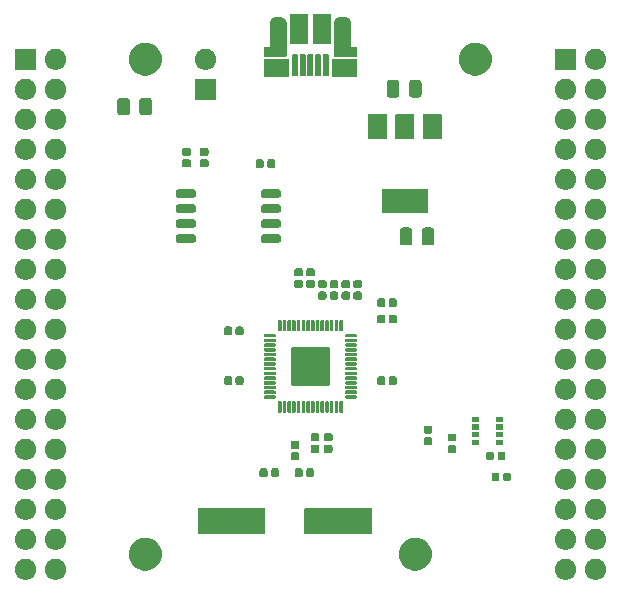
<source format=gbr>
G04 #@! TF.GenerationSoftware,KiCad,Pcbnew,7.0.7*
G04 #@! TF.CreationDate,2023-09-24T23:50:35-07:00*
G04 #@! TF.ProjectId,RP2040_minimal,52503230-3430-45f6-9d69-6e696d616c2e,REV1*
G04 #@! TF.SameCoordinates,Original*
G04 #@! TF.FileFunction,Soldermask,Top*
G04 #@! TF.FilePolarity,Negative*
%FSLAX46Y46*%
G04 Gerber Fmt 4.6, Leading zero omitted, Abs format (unit mm)*
G04 Created by KiCad (PCBNEW 7.0.7) date 2023-09-24 23:50:35*
%MOMM*%
%LPD*%
G01*
G04 APERTURE LIST*
G04 APERTURE END LIST*
G36*
X75917913Y-116283936D02*
G01*
X75964180Y-116283936D01*
X76004129Y-116292427D01*
X76045733Y-116296525D01*
X76097998Y-116312379D01*
X76148424Y-116323098D01*
X76180694Y-116337465D01*
X76214712Y-116347785D01*
X76268767Y-116376678D01*
X76320500Y-116399711D01*
X76344551Y-116417185D01*
X76370447Y-116431027D01*
X76423271Y-116474378D01*
X76472887Y-116510427D01*
X76488996Y-116528318D01*
X76506948Y-116543051D01*
X76555188Y-116601831D01*
X76598924Y-116650405D01*
X76608111Y-116666319D01*
X76618972Y-116679552D01*
X76659149Y-116754719D01*
X76693104Y-116813530D01*
X76697009Y-116825550D01*
X76702214Y-116835287D01*
X76730913Y-116929896D01*
X76751311Y-116992672D01*
X76752028Y-116999502D01*
X76753474Y-117004266D01*
X76767537Y-117147054D01*
X76771000Y-117180000D01*
X76767534Y-117212972D01*
X76753474Y-117355733D01*
X76752029Y-117360496D01*
X76751311Y-117367328D01*
X76730909Y-117430117D01*
X76702214Y-117524712D01*
X76697010Y-117534447D01*
X76693104Y-117546470D01*
X76659142Y-117605293D01*
X76618972Y-117680447D01*
X76608113Y-117693677D01*
X76598924Y-117709595D01*
X76555178Y-117758178D01*
X76506948Y-117816948D01*
X76489000Y-117831677D01*
X76472887Y-117849573D01*
X76423260Y-117885628D01*
X76370447Y-117928972D01*
X76344557Y-117942810D01*
X76320500Y-117960289D01*
X76268756Y-117983326D01*
X76214712Y-118012214D01*
X76180701Y-118022531D01*
X76148424Y-118036902D01*
X76097987Y-118047622D01*
X76045733Y-118063474D01*
X76004138Y-118067570D01*
X75964180Y-118076064D01*
X75917903Y-118076064D01*
X75870000Y-118080782D01*
X75822097Y-118076064D01*
X75775820Y-118076064D01*
X75735862Y-118067570D01*
X75694266Y-118063474D01*
X75642009Y-118047621D01*
X75591576Y-118036902D01*
X75559300Y-118022532D01*
X75525287Y-118012214D01*
X75471237Y-117983323D01*
X75419500Y-117960289D01*
X75395445Y-117942812D01*
X75369552Y-117928972D01*
X75316730Y-117885622D01*
X75267113Y-117849573D01*
X75251002Y-117831680D01*
X75233051Y-117816948D01*
X75184809Y-117758166D01*
X75141076Y-117709595D01*
X75131888Y-117693681D01*
X75121027Y-117680447D01*
X75080844Y-117605269D01*
X75046896Y-117546470D01*
X75042991Y-117534451D01*
X75037785Y-117524712D01*
X75009075Y-117430071D01*
X74988689Y-117367328D01*
X74987971Y-117360501D01*
X74986525Y-117355733D01*
X74972449Y-117212820D01*
X74969000Y-117180000D01*
X74972446Y-117147206D01*
X74986525Y-117004266D01*
X74987971Y-116999497D01*
X74988689Y-116992672D01*
X75009071Y-116929942D01*
X75037785Y-116835287D01*
X75042991Y-116825545D01*
X75046896Y-116813530D01*
X75080836Y-116754742D01*
X75121027Y-116679552D01*
X75131890Y-116666314D01*
X75141076Y-116650405D01*
X75184800Y-116601843D01*
X75233051Y-116543051D01*
X75251005Y-116528315D01*
X75267113Y-116510427D01*
X75316720Y-116474385D01*
X75369552Y-116431027D01*
X75395450Y-116417183D01*
X75419500Y-116399711D01*
X75471226Y-116376681D01*
X75525287Y-116347785D01*
X75559307Y-116337464D01*
X75591576Y-116323098D01*
X75641998Y-116312380D01*
X75694266Y-116296525D01*
X75735871Y-116292427D01*
X75775820Y-116283936D01*
X75822086Y-116283936D01*
X75870000Y-116279217D01*
X75917913Y-116283936D01*
G37*
G36*
X78457913Y-116283936D02*
G01*
X78504180Y-116283936D01*
X78544129Y-116292427D01*
X78585733Y-116296525D01*
X78637998Y-116312379D01*
X78688424Y-116323098D01*
X78720694Y-116337465D01*
X78754712Y-116347785D01*
X78808767Y-116376678D01*
X78860500Y-116399711D01*
X78884551Y-116417185D01*
X78910447Y-116431027D01*
X78963271Y-116474378D01*
X79012887Y-116510427D01*
X79028996Y-116528318D01*
X79046948Y-116543051D01*
X79095188Y-116601831D01*
X79138924Y-116650405D01*
X79148111Y-116666319D01*
X79158972Y-116679552D01*
X79199149Y-116754719D01*
X79233104Y-116813530D01*
X79237009Y-116825550D01*
X79242214Y-116835287D01*
X79270913Y-116929896D01*
X79291311Y-116992672D01*
X79292028Y-116999502D01*
X79293474Y-117004266D01*
X79307537Y-117147054D01*
X79311000Y-117180000D01*
X79307534Y-117212972D01*
X79293474Y-117355733D01*
X79292029Y-117360496D01*
X79291311Y-117367328D01*
X79270909Y-117430117D01*
X79242214Y-117524712D01*
X79237010Y-117534447D01*
X79233104Y-117546470D01*
X79199142Y-117605293D01*
X79158972Y-117680447D01*
X79148113Y-117693677D01*
X79138924Y-117709595D01*
X79095178Y-117758178D01*
X79046948Y-117816948D01*
X79029000Y-117831677D01*
X79012887Y-117849573D01*
X78963260Y-117885628D01*
X78910447Y-117928972D01*
X78884557Y-117942810D01*
X78860500Y-117960289D01*
X78808756Y-117983326D01*
X78754712Y-118012214D01*
X78720701Y-118022531D01*
X78688424Y-118036902D01*
X78637987Y-118047622D01*
X78585733Y-118063474D01*
X78544138Y-118067570D01*
X78504180Y-118076064D01*
X78457903Y-118076064D01*
X78410000Y-118080782D01*
X78362097Y-118076064D01*
X78315820Y-118076064D01*
X78275862Y-118067570D01*
X78234266Y-118063474D01*
X78182009Y-118047621D01*
X78131576Y-118036902D01*
X78099300Y-118022532D01*
X78065287Y-118012214D01*
X78011237Y-117983323D01*
X77959500Y-117960289D01*
X77935445Y-117942812D01*
X77909552Y-117928972D01*
X77856730Y-117885622D01*
X77807113Y-117849573D01*
X77791002Y-117831680D01*
X77773051Y-117816948D01*
X77724809Y-117758166D01*
X77681076Y-117709595D01*
X77671888Y-117693681D01*
X77661027Y-117680447D01*
X77620844Y-117605269D01*
X77586896Y-117546470D01*
X77582991Y-117534451D01*
X77577785Y-117524712D01*
X77549075Y-117430071D01*
X77528689Y-117367328D01*
X77527971Y-117360501D01*
X77526525Y-117355733D01*
X77512449Y-117212820D01*
X77509000Y-117180000D01*
X77512446Y-117147206D01*
X77526525Y-117004266D01*
X77527971Y-116999497D01*
X77528689Y-116992672D01*
X77549071Y-116929942D01*
X77577785Y-116835287D01*
X77582991Y-116825545D01*
X77586896Y-116813530D01*
X77620836Y-116754742D01*
X77661027Y-116679552D01*
X77671890Y-116666314D01*
X77681076Y-116650405D01*
X77724800Y-116601843D01*
X77773051Y-116543051D01*
X77791005Y-116528315D01*
X77807113Y-116510427D01*
X77856720Y-116474385D01*
X77909552Y-116431027D01*
X77935450Y-116417183D01*
X77959500Y-116399711D01*
X78011226Y-116376681D01*
X78065287Y-116347785D01*
X78099307Y-116337464D01*
X78131576Y-116323098D01*
X78181998Y-116312380D01*
X78234266Y-116296525D01*
X78275871Y-116292427D01*
X78315820Y-116283936D01*
X78362086Y-116283936D01*
X78410000Y-116279217D01*
X78457913Y-116283936D01*
G37*
G36*
X121637913Y-116283936D02*
G01*
X121684180Y-116283936D01*
X121724129Y-116292427D01*
X121765733Y-116296525D01*
X121817998Y-116312379D01*
X121868424Y-116323098D01*
X121900694Y-116337465D01*
X121934712Y-116347785D01*
X121988767Y-116376678D01*
X122040500Y-116399711D01*
X122064551Y-116417185D01*
X122090447Y-116431027D01*
X122143271Y-116474378D01*
X122192887Y-116510427D01*
X122208996Y-116528318D01*
X122226948Y-116543051D01*
X122275188Y-116601831D01*
X122318924Y-116650405D01*
X122328111Y-116666319D01*
X122338972Y-116679552D01*
X122379149Y-116754719D01*
X122413104Y-116813530D01*
X122417009Y-116825550D01*
X122422214Y-116835287D01*
X122450913Y-116929896D01*
X122471311Y-116992672D01*
X122472028Y-116999502D01*
X122473474Y-117004266D01*
X122487537Y-117147054D01*
X122491000Y-117180000D01*
X122487534Y-117212972D01*
X122473474Y-117355733D01*
X122472029Y-117360496D01*
X122471311Y-117367328D01*
X122450909Y-117430117D01*
X122422214Y-117524712D01*
X122417010Y-117534447D01*
X122413104Y-117546470D01*
X122379142Y-117605293D01*
X122338972Y-117680447D01*
X122328113Y-117693677D01*
X122318924Y-117709595D01*
X122275178Y-117758178D01*
X122226948Y-117816948D01*
X122209000Y-117831677D01*
X122192887Y-117849573D01*
X122143260Y-117885628D01*
X122090447Y-117928972D01*
X122064557Y-117942810D01*
X122040500Y-117960289D01*
X121988756Y-117983326D01*
X121934712Y-118012214D01*
X121900701Y-118022531D01*
X121868424Y-118036902D01*
X121817987Y-118047622D01*
X121765733Y-118063474D01*
X121724138Y-118067570D01*
X121684180Y-118076064D01*
X121637902Y-118076064D01*
X121589999Y-118080782D01*
X121542096Y-118076064D01*
X121495820Y-118076064D01*
X121455862Y-118067570D01*
X121414266Y-118063474D01*
X121362009Y-118047621D01*
X121311576Y-118036902D01*
X121279300Y-118022532D01*
X121245287Y-118012214D01*
X121191237Y-117983323D01*
X121139500Y-117960289D01*
X121115445Y-117942812D01*
X121089552Y-117928972D01*
X121036730Y-117885622D01*
X120987113Y-117849573D01*
X120971002Y-117831680D01*
X120953051Y-117816948D01*
X120904809Y-117758166D01*
X120861076Y-117709595D01*
X120851888Y-117693681D01*
X120841027Y-117680447D01*
X120800844Y-117605269D01*
X120766896Y-117546470D01*
X120762991Y-117534451D01*
X120757785Y-117524712D01*
X120729075Y-117430071D01*
X120708689Y-117367328D01*
X120707971Y-117360501D01*
X120706525Y-117355733D01*
X120692449Y-117212820D01*
X120689000Y-117180000D01*
X120692446Y-117147206D01*
X120706525Y-117004266D01*
X120707971Y-116999497D01*
X120708689Y-116992672D01*
X120729071Y-116929942D01*
X120757785Y-116835287D01*
X120762991Y-116825545D01*
X120766896Y-116813530D01*
X120800836Y-116754742D01*
X120841027Y-116679552D01*
X120851890Y-116666314D01*
X120861076Y-116650405D01*
X120904800Y-116601843D01*
X120953051Y-116543051D01*
X120971005Y-116528315D01*
X120987113Y-116510427D01*
X121036720Y-116474385D01*
X121089552Y-116431027D01*
X121115450Y-116417183D01*
X121139500Y-116399711D01*
X121191226Y-116376681D01*
X121245287Y-116347785D01*
X121279307Y-116337464D01*
X121311576Y-116323098D01*
X121361998Y-116312380D01*
X121414266Y-116296525D01*
X121455871Y-116292427D01*
X121495820Y-116283936D01*
X121542086Y-116283936D01*
X121589999Y-116279217D01*
X121637913Y-116283936D01*
G37*
G36*
X124177913Y-116283936D02*
G01*
X124224180Y-116283936D01*
X124264129Y-116292427D01*
X124305733Y-116296525D01*
X124357998Y-116312379D01*
X124408424Y-116323098D01*
X124440694Y-116337465D01*
X124474712Y-116347785D01*
X124528767Y-116376678D01*
X124580500Y-116399711D01*
X124604551Y-116417185D01*
X124630447Y-116431027D01*
X124683271Y-116474378D01*
X124732887Y-116510427D01*
X124748996Y-116528318D01*
X124766948Y-116543051D01*
X124815188Y-116601831D01*
X124858924Y-116650405D01*
X124868111Y-116666319D01*
X124878972Y-116679552D01*
X124919149Y-116754719D01*
X124953104Y-116813530D01*
X124957009Y-116825550D01*
X124962214Y-116835287D01*
X124990913Y-116929896D01*
X125011311Y-116992672D01*
X125012028Y-116999502D01*
X125013474Y-117004266D01*
X125027537Y-117147054D01*
X125031000Y-117180000D01*
X125027534Y-117212972D01*
X125013474Y-117355733D01*
X125012029Y-117360496D01*
X125011311Y-117367328D01*
X124990909Y-117430117D01*
X124962214Y-117524712D01*
X124957010Y-117534447D01*
X124953104Y-117546470D01*
X124919142Y-117605293D01*
X124878972Y-117680447D01*
X124868113Y-117693677D01*
X124858924Y-117709595D01*
X124815178Y-117758178D01*
X124766948Y-117816948D01*
X124749000Y-117831677D01*
X124732887Y-117849573D01*
X124683260Y-117885628D01*
X124630447Y-117928972D01*
X124604557Y-117942810D01*
X124580500Y-117960289D01*
X124528756Y-117983326D01*
X124474712Y-118012214D01*
X124440701Y-118022531D01*
X124408424Y-118036902D01*
X124357987Y-118047622D01*
X124305733Y-118063474D01*
X124264138Y-118067570D01*
X124224180Y-118076064D01*
X124177903Y-118076064D01*
X124130000Y-118080782D01*
X124082097Y-118076064D01*
X124035820Y-118076064D01*
X123995862Y-118067570D01*
X123954266Y-118063474D01*
X123902009Y-118047621D01*
X123851576Y-118036902D01*
X123819300Y-118022532D01*
X123785287Y-118012214D01*
X123731237Y-117983323D01*
X123679500Y-117960289D01*
X123655445Y-117942812D01*
X123629552Y-117928972D01*
X123576730Y-117885622D01*
X123527113Y-117849573D01*
X123511002Y-117831680D01*
X123493051Y-117816948D01*
X123444809Y-117758166D01*
X123401076Y-117709595D01*
X123391888Y-117693681D01*
X123381027Y-117680447D01*
X123340844Y-117605269D01*
X123306896Y-117546470D01*
X123302991Y-117534451D01*
X123297785Y-117524712D01*
X123269075Y-117430071D01*
X123248689Y-117367328D01*
X123247971Y-117360501D01*
X123246525Y-117355733D01*
X123232449Y-117212820D01*
X123229000Y-117180000D01*
X123232446Y-117147206D01*
X123246525Y-117004266D01*
X123247971Y-116999497D01*
X123248689Y-116992672D01*
X123269071Y-116929942D01*
X123297785Y-116835287D01*
X123302991Y-116825545D01*
X123306896Y-116813530D01*
X123340836Y-116754742D01*
X123381027Y-116679552D01*
X123391890Y-116666314D01*
X123401076Y-116650405D01*
X123444800Y-116601843D01*
X123493051Y-116543051D01*
X123511005Y-116528315D01*
X123527113Y-116510427D01*
X123576720Y-116474385D01*
X123629552Y-116431027D01*
X123655450Y-116417183D01*
X123679500Y-116399711D01*
X123731226Y-116376681D01*
X123785287Y-116347785D01*
X123819307Y-116337464D01*
X123851576Y-116323098D01*
X123901998Y-116312380D01*
X123954266Y-116296525D01*
X123995871Y-116292427D01*
X124035820Y-116283936D01*
X124082086Y-116283936D01*
X124130000Y-116279217D01*
X124177913Y-116283936D01*
G37*
G36*
X86373925Y-114551870D02*
G01*
X86592775Y-114627002D01*
X86796274Y-114737130D01*
X86978871Y-114879251D01*
X87135586Y-115049488D01*
X87262143Y-115243198D01*
X87355090Y-115455096D01*
X87411892Y-115679403D01*
X87431000Y-115910000D01*
X87411892Y-116140597D01*
X87355090Y-116364904D01*
X87262143Y-116576802D01*
X87135586Y-116770512D01*
X86978871Y-116940749D01*
X86796274Y-117082870D01*
X86592775Y-117192998D01*
X86373925Y-117268130D01*
X86145694Y-117306215D01*
X85914306Y-117306215D01*
X85686075Y-117268130D01*
X85467225Y-117192998D01*
X85263726Y-117082870D01*
X85081129Y-116940749D01*
X84924414Y-116770512D01*
X84797857Y-116576802D01*
X84704910Y-116364904D01*
X84648108Y-116140597D01*
X84629000Y-115910000D01*
X84648108Y-115679403D01*
X84704910Y-115455096D01*
X84797857Y-115243198D01*
X84924414Y-115049488D01*
X85081129Y-114879251D01*
X85263726Y-114737130D01*
X85467225Y-114627002D01*
X85686075Y-114551870D01*
X85914306Y-114513785D01*
X86145694Y-114513785D01*
X86373925Y-114551870D01*
G37*
G36*
X109233925Y-114551870D02*
G01*
X109452775Y-114627002D01*
X109656274Y-114737130D01*
X109838871Y-114879251D01*
X109995586Y-115049488D01*
X110122143Y-115243198D01*
X110215090Y-115455096D01*
X110271892Y-115679403D01*
X110291000Y-115910000D01*
X110271892Y-116140597D01*
X110215090Y-116364904D01*
X110122143Y-116576802D01*
X109995586Y-116770512D01*
X109838871Y-116940749D01*
X109656274Y-117082870D01*
X109452775Y-117192998D01*
X109233925Y-117268130D01*
X109005694Y-117306215D01*
X108774306Y-117306215D01*
X108546075Y-117268130D01*
X108327225Y-117192998D01*
X108123726Y-117082870D01*
X107941129Y-116940749D01*
X107784414Y-116770512D01*
X107657857Y-116576802D01*
X107564910Y-116364904D01*
X107508108Y-116140597D01*
X107489000Y-115910000D01*
X107508108Y-115679403D01*
X107564910Y-115455096D01*
X107657857Y-115243198D01*
X107784414Y-115049488D01*
X107941129Y-114879251D01*
X108123726Y-114737130D01*
X108327225Y-114627002D01*
X108546075Y-114551870D01*
X108774306Y-114513785D01*
X109005694Y-114513785D01*
X109233925Y-114551870D01*
G37*
G36*
X75917913Y-113743936D02*
G01*
X75964180Y-113743936D01*
X76004129Y-113752427D01*
X76045733Y-113756525D01*
X76097998Y-113772379D01*
X76148424Y-113783098D01*
X76180694Y-113797465D01*
X76214712Y-113807785D01*
X76268767Y-113836678D01*
X76320500Y-113859711D01*
X76344551Y-113877185D01*
X76370447Y-113891027D01*
X76423271Y-113934378D01*
X76472887Y-113970427D01*
X76488996Y-113988318D01*
X76506948Y-114003051D01*
X76555188Y-114061831D01*
X76598924Y-114110405D01*
X76608111Y-114126319D01*
X76618972Y-114139552D01*
X76659149Y-114214719D01*
X76693104Y-114273530D01*
X76697009Y-114285550D01*
X76702214Y-114295287D01*
X76730913Y-114389896D01*
X76751311Y-114452672D01*
X76752028Y-114459502D01*
X76753474Y-114464266D01*
X76767536Y-114607042D01*
X76771000Y-114640000D01*
X76767535Y-114672959D01*
X76753474Y-114815733D01*
X76752029Y-114820496D01*
X76751311Y-114827328D01*
X76730909Y-114890117D01*
X76702214Y-114984712D01*
X76697010Y-114994447D01*
X76693104Y-115006470D01*
X76659142Y-115065293D01*
X76618972Y-115140447D01*
X76608113Y-115153677D01*
X76598924Y-115169595D01*
X76555178Y-115218178D01*
X76506948Y-115276948D01*
X76489000Y-115291677D01*
X76472887Y-115309573D01*
X76423260Y-115345628D01*
X76370447Y-115388972D01*
X76344557Y-115402810D01*
X76320500Y-115420289D01*
X76268756Y-115443326D01*
X76214712Y-115472214D01*
X76180701Y-115482531D01*
X76148424Y-115496902D01*
X76097987Y-115507622D01*
X76045733Y-115523474D01*
X76004138Y-115527570D01*
X75964180Y-115536064D01*
X75917903Y-115536064D01*
X75870000Y-115540782D01*
X75822097Y-115536064D01*
X75775820Y-115536064D01*
X75735862Y-115527570D01*
X75694266Y-115523474D01*
X75642009Y-115507621D01*
X75591576Y-115496902D01*
X75559300Y-115482532D01*
X75525287Y-115472214D01*
X75471237Y-115443323D01*
X75419500Y-115420289D01*
X75395445Y-115402812D01*
X75369552Y-115388972D01*
X75316730Y-115345622D01*
X75267113Y-115309573D01*
X75251002Y-115291680D01*
X75233051Y-115276948D01*
X75184809Y-115218166D01*
X75141076Y-115169595D01*
X75131888Y-115153681D01*
X75121027Y-115140447D01*
X75080844Y-115065269D01*
X75046896Y-115006470D01*
X75042991Y-114994451D01*
X75037785Y-114984712D01*
X75009075Y-114890071D01*
X74988689Y-114827328D01*
X74987971Y-114820501D01*
X74986525Y-114815733D01*
X74972448Y-114672808D01*
X74969000Y-114640000D01*
X74972448Y-114607194D01*
X74986525Y-114464266D01*
X74987971Y-114459497D01*
X74988689Y-114452672D01*
X75009071Y-114389942D01*
X75037785Y-114295287D01*
X75042991Y-114285545D01*
X75046896Y-114273530D01*
X75080836Y-114214742D01*
X75121027Y-114139552D01*
X75131890Y-114126314D01*
X75141076Y-114110405D01*
X75184800Y-114061843D01*
X75233051Y-114003051D01*
X75251005Y-113988315D01*
X75267113Y-113970427D01*
X75316720Y-113934385D01*
X75369552Y-113891027D01*
X75395450Y-113877183D01*
X75419500Y-113859711D01*
X75471226Y-113836681D01*
X75525287Y-113807785D01*
X75559307Y-113797464D01*
X75591576Y-113783098D01*
X75641998Y-113772380D01*
X75694266Y-113756525D01*
X75735871Y-113752427D01*
X75775820Y-113743936D01*
X75822086Y-113743936D01*
X75870000Y-113739217D01*
X75917913Y-113743936D01*
G37*
G36*
X78457913Y-113743936D02*
G01*
X78504180Y-113743936D01*
X78544129Y-113752427D01*
X78585733Y-113756525D01*
X78637998Y-113772379D01*
X78688424Y-113783098D01*
X78720694Y-113797465D01*
X78754712Y-113807785D01*
X78808767Y-113836678D01*
X78860500Y-113859711D01*
X78884551Y-113877185D01*
X78910447Y-113891027D01*
X78963271Y-113934378D01*
X79012887Y-113970427D01*
X79028996Y-113988318D01*
X79046948Y-114003051D01*
X79095188Y-114061831D01*
X79138924Y-114110405D01*
X79148111Y-114126319D01*
X79158972Y-114139552D01*
X79199149Y-114214719D01*
X79233104Y-114273530D01*
X79237009Y-114285550D01*
X79242214Y-114295287D01*
X79270913Y-114389896D01*
X79291311Y-114452672D01*
X79292028Y-114459502D01*
X79293474Y-114464266D01*
X79307536Y-114607042D01*
X79311000Y-114640000D01*
X79307535Y-114672959D01*
X79293474Y-114815733D01*
X79292029Y-114820496D01*
X79291311Y-114827328D01*
X79270909Y-114890117D01*
X79242214Y-114984712D01*
X79237010Y-114994447D01*
X79233104Y-115006470D01*
X79199142Y-115065293D01*
X79158972Y-115140447D01*
X79148113Y-115153677D01*
X79138924Y-115169595D01*
X79095178Y-115218178D01*
X79046948Y-115276948D01*
X79029000Y-115291677D01*
X79012887Y-115309573D01*
X78963260Y-115345628D01*
X78910447Y-115388972D01*
X78884557Y-115402810D01*
X78860500Y-115420289D01*
X78808756Y-115443326D01*
X78754712Y-115472214D01*
X78720701Y-115482531D01*
X78688424Y-115496902D01*
X78637987Y-115507622D01*
X78585733Y-115523474D01*
X78544138Y-115527570D01*
X78504180Y-115536064D01*
X78457903Y-115536064D01*
X78410000Y-115540782D01*
X78362097Y-115536064D01*
X78315820Y-115536064D01*
X78275862Y-115527570D01*
X78234266Y-115523474D01*
X78182009Y-115507621D01*
X78131576Y-115496902D01*
X78099300Y-115482532D01*
X78065287Y-115472214D01*
X78011237Y-115443323D01*
X77959500Y-115420289D01*
X77935445Y-115402812D01*
X77909552Y-115388972D01*
X77856730Y-115345622D01*
X77807113Y-115309573D01*
X77791002Y-115291680D01*
X77773051Y-115276948D01*
X77724809Y-115218166D01*
X77681076Y-115169595D01*
X77671888Y-115153681D01*
X77661027Y-115140447D01*
X77620844Y-115065269D01*
X77586896Y-115006470D01*
X77582991Y-114994451D01*
X77577785Y-114984712D01*
X77549075Y-114890071D01*
X77528689Y-114827328D01*
X77527971Y-114820501D01*
X77526525Y-114815733D01*
X77512448Y-114672808D01*
X77509000Y-114640000D01*
X77512448Y-114607194D01*
X77526525Y-114464266D01*
X77527971Y-114459497D01*
X77528689Y-114452672D01*
X77549071Y-114389942D01*
X77577785Y-114295287D01*
X77582991Y-114285545D01*
X77586896Y-114273530D01*
X77620836Y-114214742D01*
X77661027Y-114139552D01*
X77671890Y-114126314D01*
X77681076Y-114110405D01*
X77724800Y-114061843D01*
X77773051Y-114003051D01*
X77791005Y-113988315D01*
X77807113Y-113970427D01*
X77856720Y-113934385D01*
X77909552Y-113891027D01*
X77935450Y-113877183D01*
X77959500Y-113859711D01*
X78011226Y-113836681D01*
X78065287Y-113807785D01*
X78099307Y-113797464D01*
X78131576Y-113783098D01*
X78181998Y-113772380D01*
X78234266Y-113756525D01*
X78275871Y-113752427D01*
X78315820Y-113743936D01*
X78362086Y-113743936D01*
X78410000Y-113739217D01*
X78457913Y-113743936D01*
G37*
G36*
X121637913Y-113743936D02*
G01*
X121684180Y-113743936D01*
X121724129Y-113752427D01*
X121765733Y-113756525D01*
X121817998Y-113772379D01*
X121868424Y-113783098D01*
X121900694Y-113797465D01*
X121934712Y-113807785D01*
X121988767Y-113836678D01*
X122040500Y-113859711D01*
X122064551Y-113877185D01*
X122090447Y-113891027D01*
X122143271Y-113934378D01*
X122192887Y-113970427D01*
X122208996Y-113988318D01*
X122226948Y-114003051D01*
X122275188Y-114061831D01*
X122318924Y-114110405D01*
X122328111Y-114126319D01*
X122338972Y-114139552D01*
X122379149Y-114214719D01*
X122413104Y-114273530D01*
X122417009Y-114285550D01*
X122422214Y-114295287D01*
X122450913Y-114389896D01*
X122471311Y-114452672D01*
X122472028Y-114459502D01*
X122473474Y-114464266D01*
X122487536Y-114607042D01*
X122491000Y-114640000D01*
X122487535Y-114672959D01*
X122473474Y-114815733D01*
X122472029Y-114820496D01*
X122471311Y-114827328D01*
X122450909Y-114890117D01*
X122422214Y-114984712D01*
X122417010Y-114994447D01*
X122413104Y-115006470D01*
X122379142Y-115065293D01*
X122338972Y-115140447D01*
X122328113Y-115153677D01*
X122318924Y-115169595D01*
X122275178Y-115218178D01*
X122226948Y-115276948D01*
X122209000Y-115291677D01*
X122192887Y-115309573D01*
X122143260Y-115345628D01*
X122090447Y-115388972D01*
X122064557Y-115402810D01*
X122040500Y-115420289D01*
X121988756Y-115443326D01*
X121934712Y-115472214D01*
X121900701Y-115482531D01*
X121868424Y-115496902D01*
X121817987Y-115507622D01*
X121765733Y-115523474D01*
X121724138Y-115527570D01*
X121684180Y-115536064D01*
X121637902Y-115536064D01*
X121589999Y-115540782D01*
X121542096Y-115536064D01*
X121495820Y-115536064D01*
X121455862Y-115527570D01*
X121414266Y-115523474D01*
X121362009Y-115507621D01*
X121311576Y-115496902D01*
X121279300Y-115482532D01*
X121245287Y-115472214D01*
X121191237Y-115443323D01*
X121139500Y-115420289D01*
X121115445Y-115402812D01*
X121089552Y-115388972D01*
X121036730Y-115345622D01*
X120987113Y-115309573D01*
X120971002Y-115291680D01*
X120953051Y-115276948D01*
X120904809Y-115218166D01*
X120861076Y-115169595D01*
X120851888Y-115153681D01*
X120841027Y-115140447D01*
X120800844Y-115065269D01*
X120766896Y-115006470D01*
X120762991Y-114994451D01*
X120757785Y-114984712D01*
X120729075Y-114890071D01*
X120708689Y-114827328D01*
X120707971Y-114820501D01*
X120706525Y-114815733D01*
X120692449Y-114672820D01*
X120689000Y-114640000D01*
X120692446Y-114607206D01*
X120706525Y-114464266D01*
X120707971Y-114459497D01*
X120708689Y-114452672D01*
X120729071Y-114389942D01*
X120757785Y-114295287D01*
X120762991Y-114285545D01*
X120766896Y-114273530D01*
X120800836Y-114214742D01*
X120841027Y-114139552D01*
X120851890Y-114126314D01*
X120861076Y-114110405D01*
X120904800Y-114061843D01*
X120953051Y-114003051D01*
X120971005Y-113988315D01*
X120987113Y-113970427D01*
X121036720Y-113934385D01*
X121089552Y-113891027D01*
X121115450Y-113877183D01*
X121139500Y-113859711D01*
X121191226Y-113836681D01*
X121245287Y-113807785D01*
X121279307Y-113797464D01*
X121311576Y-113783098D01*
X121361998Y-113772380D01*
X121414266Y-113756525D01*
X121455871Y-113752427D01*
X121495820Y-113743936D01*
X121542086Y-113743936D01*
X121589999Y-113739217D01*
X121637913Y-113743936D01*
G37*
G36*
X124177913Y-113743936D02*
G01*
X124224180Y-113743936D01*
X124264129Y-113752427D01*
X124305733Y-113756525D01*
X124357998Y-113772379D01*
X124408424Y-113783098D01*
X124440694Y-113797465D01*
X124474712Y-113807785D01*
X124528767Y-113836678D01*
X124580500Y-113859711D01*
X124604551Y-113877185D01*
X124630447Y-113891027D01*
X124683271Y-113934378D01*
X124732887Y-113970427D01*
X124748996Y-113988318D01*
X124766948Y-114003051D01*
X124815188Y-114061831D01*
X124858924Y-114110405D01*
X124868111Y-114126319D01*
X124878972Y-114139552D01*
X124919149Y-114214719D01*
X124953104Y-114273530D01*
X124957009Y-114285550D01*
X124962214Y-114295287D01*
X124990913Y-114389896D01*
X125011311Y-114452672D01*
X125012028Y-114459502D01*
X125013474Y-114464266D01*
X125027536Y-114607042D01*
X125031000Y-114640000D01*
X125027535Y-114672959D01*
X125013474Y-114815733D01*
X125012029Y-114820496D01*
X125011311Y-114827328D01*
X124990909Y-114890117D01*
X124962214Y-114984712D01*
X124957010Y-114994447D01*
X124953104Y-115006470D01*
X124919142Y-115065293D01*
X124878972Y-115140447D01*
X124868113Y-115153677D01*
X124858924Y-115169595D01*
X124815178Y-115218178D01*
X124766948Y-115276948D01*
X124749000Y-115291677D01*
X124732887Y-115309573D01*
X124683260Y-115345628D01*
X124630447Y-115388972D01*
X124604557Y-115402810D01*
X124580500Y-115420289D01*
X124528756Y-115443326D01*
X124474712Y-115472214D01*
X124440701Y-115482531D01*
X124408424Y-115496902D01*
X124357987Y-115507622D01*
X124305733Y-115523474D01*
X124264138Y-115527570D01*
X124224180Y-115536064D01*
X124177903Y-115536064D01*
X124130000Y-115540782D01*
X124082097Y-115536064D01*
X124035820Y-115536064D01*
X123995862Y-115527570D01*
X123954266Y-115523474D01*
X123902009Y-115507621D01*
X123851576Y-115496902D01*
X123819300Y-115482532D01*
X123785287Y-115472214D01*
X123731237Y-115443323D01*
X123679500Y-115420289D01*
X123655445Y-115402812D01*
X123629552Y-115388972D01*
X123576730Y-115345622D01*
X123527113Y-115309573D01*
X123511002Y-115291680D01*
X123493051Y-115276948D01*
X123444809Y-115218166D01*
X123401076Y-115169595D01*
X123391888Y-115153681D01*
X123381027Y-115140447D01*
X123340844Y-115065269D01*
X123306896Y-115006470D01*
X123302991Y-114994451D01*
X123297785Y-114984712D01*
X123269075Y-114890071D01*
X123248689Y-114827328D01*
X123247971Y-114820501D01*
X123246525Y-114815733D01*
X123232449Y-114672820D01*
X123229000Y-114640000D01*
X123232446Y-114607206D01*
X123246525Y-114464266D01*
X123247971Y-114459497D01*
X123248689Y-114452672D01*
X123269071Y-114389942D01*
X123297785Y-114295287D01*
X123302991Y-114285545D01*
X123306896Y-114273530D01*
X123340836Y-114214742D01*
X123381027Y-114139552D01*
X123391890Y-114126314D01*
X123401076Y-114110405D01*
X123444800Y-114061843D01*
X123493051Y-114003051D01*
X123511005Y-113988315D01*
X123527113Y-113970427D01*
X123576720Y-113934385D01*
X123629552Y-113891027D01*
X123655450Y-113877183D01*
X123679500Y-113859711D01*
X123731226Y-113836681D01*
X123785287Y-113807785D01*
X123819307Y-113797464D01*
X123851576Y-113783098D01*
X123901998Y-113772380D01*
X123954266Y-113756525D01*
X123995871Y-113752427D01*
X124035820Y-113743936D01*
X124082086Y-113743936D01*
X124130000Y-113739217D01*
X124177913Y-113743936D01*
G37*
G36*
X96160517Y-112018882D02*
G01*
X96177062Y-112029938D01*
X96188118Y-112046483D01*
X96192000Y-112066000D01*
X96192000Y-114166000D01*
X96188118Y-114185517D01*
X96177062Y-114202062D01*
X96160517Y-114213118D01*
X96141000Y-114217000D01*
X90541000Y-114217000D01*
X90521483Y-114213118D01*
X90504938Y-114202062D01*
X90493882Y-114185517D01*
X90490000Y-114166000D01*
X90490000Y-112066000D01*
X90493882Y-112046483D01*
X90504938Y-112029938D01*
X90521483Y-112018882D01*
X90541000Y-112015000D01*
X96141000Y-112015000D01*
X96160517Y-112018882D01*
G37*
G36*
X105160517Y-112018882D02*
G01*
X105177062Y-112029938D01*
X105188118Y-112046483D01*
X105192000Y-112066000D01*
X105192000Y-114166000D01*
X105188118Y-114185517D01*
X105177062Y-114202062D01*
X105160517Y-114213118D01*
X105141000Y-114217000D01*
X99541000Y-114217000D01*
X99521483Y-114213118D01*
X99504938Y-114202062D01*
X99493882Y-114185517D01*
X99490000Y-114166000D01*
X99490000Y-112066000D01*
X99493882Y-112046483D01*
X99504938Y-112029938D01*
X99521483Y-112018882D01*
X99541000Y-112015000D01*
X105141000Y-112015000D01*
X105160517Y-112018882D01*
G37*
G36*
X75917913Y-111203936D02*
G01*
X75964180Y-111203936D01*
X76004129Y-111212427D01*
X76045733Y-111216525D01*
X76097998Y-111232379D01*
X76148424Y-111243098D01*
X76180694Y-111257465D01*
X76214712Y-111267785D01*
X76268767Y-111296678D01*
X76320500Y-111319711D01*
X76344551Y-111337185D01*
X76370447Y-111351027D01*
X76423271Y-111394378D01*
X76472887Y-111430427D01*
X76488996Y-111448318D01*
X76506948Y-111463051D01*
X76555188Y-111521831D01*
X76598924Y-111570405D01*
X76608111Y-111586319D01*
X76618972Y-111599552D01*
X76659149Y-111674719D01*
X76693104Y-111733530D01*
X76697009Y-111745550D01*
X76702214Y-111755287D01*
X76730913Y-111849896D01*
X76751311Y-111912672D01*
X76752028Y-111919502D01*
X76753474Y-111924266D01*
X76767536Y-112067042D01*
X76771000Y-112100000D01*
X76767535Y-112132959D01*
X76753474Y-112275733D01*
X76752029Y-112280496D01*
X76751311Y-112287328D01*
X76730909Y-112350117D01*
X76702214Y-112444712D01*
X76697010Y-112454447D01*
X76693104Y-112466470D01*
X76659142Y-112525293D01*
X76618972Y-112600447D01*
X76608113Y-112613677D01*
X76598924Y-112629595D01*
X76555178Y-112678178D01*
X76506948Y-112736948D01*
X76489000Y-112751677D01*
X76472887Y-112769573D01*
X76423260Y-112805628D01*
X76370447Y-112848972D01*
X76344557Y-112862810D01*
X76320500Y-112880289D01*
X76268756Y-112903326D01*
X76214712Y-112932214D01*
X76180701Y-112942531D01*
X76148424Y-112956902D01*
X76097987Y-112967622D01*
X76045733Y-112983474D01*
X76004138Y-112987570D01*
X75964180Y-112996064D01*
X75917903Y-112996064D01*
X75870000Y-113000782D01*
X75822097Y-112996064D01*
X75775820Y-112996064D01*
X75735862Y-112987570D01*
X75694266Y-112983474D01*
X75642009Y-112967621D01*
X75591576Y-112956902D01*
X75559300Y-112942532D01*
X75525287Y-112932214D01*
X75471237Y-112903323D01*
X75419500Y-112880289D01*
X75395445Y-112862812D01*
X75369552Y-112848972D01*
X75316730Y-112805622D01*
X75267113Y-112769573D01*
X75251002Y-112751680D01*
X75233051Y-112736948D01*
X75184809Y-112678166D01*
X75141076Y-112629595D01*
X75131888Y-112613681D01*
X75121027Y-112600447D01*
X75080844Y-112525269D01*
X75046896Y-112466470D01*
X75042991Y-112454451D01*
X75037785Y-112444712D01*
X75009075Y-112350071D01*
X74988689Y-112287328D01*
X74987971Y-112280501D01*
X74986525Y-112275733D01*
X74972448Y-112132808D01*
X74969000Y-112100000D01*
X74972448Y-112067194D01*
X74986525Y-111924266D01*
X74987971Y-111919497D01*
X74988689Y-111912672D01*
X75009071Y-111849942D01*
X75037785Y-111755287D01*
X75042991Y-111745545D01*
X75046896Y-111733530D01*
X75080836Y-111674742D01*
X75121027Y-111599552D01*
X75131890Y-111586314D01*
X75141076Y-111570405D01*
X75184800Y-111521843D01*
X75233051Y-111463051D01*
X75251005Y-111448315D01*
X75267113Y-111430427D01*
X75316720Y-111394385D01*
X75369552Y-111351027D01*
X75395450Y-111337183D01*
X75419500Y-111319711D01*
X75471226Y-111296681D01*
X75525287Y-111267785D01*
X75559307Y-111257464D01*
X75591576Y-111243098D01*
X75641998Y-111232380D01*
X75694266Y-111216525D01*
X75735871Y-111212427D01*
X75775820Y-111203936D01*
X75822086Y-111203936D01*
X75870000Y-111199217D01*
X75917913Y-111203936D01*
G37*
G36*
X78457913Y-111203936D02*
G01*
X78504180Y-111203936D01*
X78544129Y-111212427D01*
X78585733Y-111216525D01*
X78637998Y-111232379D01*
X78688424Y-111243098D01*
X78720694Y-111257465D01*
X78754712Y-111267785D01*
X78808767Y-111296678D01*
X78860500Y-111319711D01*
X78884551Y-111337185D01*
X78910447Y-111351027D01*
X78963271Y-111394378D01*
X79012887Y-111430427D01*
X79028996Y-111448318D01*
X79046948Y-111463051D01*
X79095188Y-111521831D01*
X79138924Y-111570405D01*
X79148111Y-111586319D01*
X79158972Y-111599552D01*
X79199149Y-111674719D01*
X79233104Y-111733530D01*
X79237009Y-111745550D01*
X79242214Y-111755287D01*
X79270913Y-111849896D01*
X79291311Y-111912672D01*
X79292028Y-111919502D01*
X79293474Y-111924266D01*
X79307536Y-112067042D01*
X79311000Y-112100000D01*
X79307535Y-112132959D01*
X79293474Y-112275733D01*
X79292029Y-112280496D01*
X79291311Y-112287328D01*
X79270909Y-112350117D01*
X79242214Y-112444712D01*
X79237010Y-112454447D01*
X79233104Y-112466470D01*
X79199142Y-112525293D01*
X79158972Y-112600447D01*
X79148113Y-112613677D01*
X79138924Y-112629595D01*
X79095178Y-112678178D01*
X79046948Y-112736948D01*
X79029000Y-112751677D01*
X79012887Y-112769573D01*
X78963260Y-112805628D01*
X78910447Y-112848972D01*
X78884557Y-112862810D01*
X78860500Y-112880289D01*
X78808756Y-112903326D01*
X78754712Y-112932214D01*
X78720701Y-112942531D01*
X78688424Y-112956902D01*
X78637987Y-112967622D01*
X78585733Y-112983474D01*
X78544138Y-112987570D01*
X78504180Y-112996064D01*
X78457903Y-112996064D01*
X78410000Y-113000782D01*
X78362097Y-112996064D01*
X78315820Y-112996064D01*
X78275862Y-112987570D01*
X78234266Y-112983474D01*
X78182009Y-112967621D01*
X78131576Y-112956902D01*
X78099300Y-112942532D01*
X78065287Y-112932214D01*
X78011237Y-112903323D01*
X77959500Y-112880289D01*
X77935445Y-112862812D01*
X77909552Y-112848972D01*
X77856730Y-112805622D01*
X77807113Y-112769573D01*
X77791002Y-112751680D01*
X77773051Y-112736948D01*
X77724809Y-112678166D01*
X77681076Y-112629595D01*
X77671888Y-112613681D01*
X77661027Y-112600447D01*
X77620844Y-112525269D01*
X77586896Y-112466470D01*
X77582991Y-112454451D01*
X77577785Y-112444712D01*
X77549075Y-112350071D01*
X77528689Y-112287328D01*
X77527971Y-112280501D01*
X77526525Y-112275733D01*
X77512449Y-112132820D01*
X77509000Y-112100000D01*
X77512446Y-112067206D01*
X77526525Y-111924266D01*
X77527971Y-111919497D01*
X77528689Y-111912672D01*
X77549071Y-111849942D01*
X77577785Y-111755287D01*
X77582991Y-111745545D01*
X77586896Y-111733530D01*
X77620836Y-111674742D01*
X77661027Y-111599552D01*
X77671890Y-111586314D01*
X77681076Y-111570405D01*
X77724800Y-111521843D01*
X77773051Y-111463051D01*
X77791005Y-111448315D01*
X77807113Y-111430427D01*
X77856720Y-111394385D01*
X77909552Y-111351027D01*
X77935450Y-111337183D01*
X77959500Y-111319711D01*
X78011226Y-111296681D01*
X78065287Y-111267785D01*
X78099307Y-111257464D01*
X78131576Y-111243098D01*
X78181998Y-111232380D01*
X78234266Y-111216525D01*
X78275871Y-111212427D01*
X78315820Y-111203936D01*
X78362086Y-111203936D01*
X78409999Y-111199217D01*
X78457913Y-111203936D01*
G37*
G36*
X121637913Y-111203936D02*
G01*
X121684180Y-111203936D01*
X121724129Y-111212427D01*
X121765733Y-111216525D01*
X121817998Y-111232379D01*
X121868424Y-111243098D01*
X121900694Y-111257465D01*
X121934712Y-111267785D01*
X121988767Y-111296678D01*
X122040500Y-111319711D01*
X122064551Y-111337185D01*
X122090447Y-111351027D01*
X122143271Y-111394378D01*
X122192887Y-111430427D01*
X122208996Y-111448318D01*
X122226948Y-111463051D01*
X122275188Y-111521831D01*
X122318924Y-111570405D01*
X122328111Y-111586319D01*
X122338972Y-111599552D01*
X122379149Y-111674719D01*
X122413104Y-111733530D01*
X122417009Y-111745550D01*
X122422214Y-111755287D01*
X122450913Y-111849896D01*
X122471311Y-111912672D01*
X122472028Y-111919502D01*
X122473474Y-111924266D01*
X122487536Y-112067042D01*
X122491000Y-112100000D01*
X122487535Y-112132959D01*
X122473474Y-112275733D01*
X122472029Y-112280496D01*
X122471311Y-112287328D01*
X122450909Y-112350117D01*
X122422214Y-112444712D01*
X122417010Y-112454447D01*
X122413104Y-112466470D01*
X122379142Y-112525293D01*
X122338972Y-112600447D01*
X122328113Y-112613677D01*
X122318924Y-112629595D01*
X122275178Y-112678178D01*
X122226948Y-112736948D01*
X122209000Y-112751677D01*
X122192887Y-112769573D01*
X122143260Y-112805628D01*
X122090447Y-112848972D01*
X122064557Y-112862810D01*
X122040500Y-112880289D01*
X121988756Y-112903326D01*
X121934712Y-112932214D01*
X121900701Y-112942531D01*
X121868424Y-112956902D01*
X121817987Y-112967622D01*
X121765733Y-112983474D01*
X121724138Y-112987570D01*
X121684180Y-112996064D01*
X121637902Y-112996064D01*
X121589999Y-113000782D01*
X121542096Y-112996064D01*
X121495820Y-112996064D01*
X121455862Y-112987570D01*
X121414266Y-112983474D01*
X121362009Y-112967621D01*
X121311576Y-112956902D01*
X121279300Y-112942532D01*
X121245287Y-112932214D01*
X121191237Y-112903323D01*
X121139500Y-112880289D01*
X121115445Y-112862812D01*
X121089552Y-112848972D01*
X121036730Y-112805622D01*
X120987113Y-112769573D01*
X120971002Y-112751680D01*
X120953051Y-112736948D01*
X120904809Y-112678166D01*
X120861076Y-112629595D01*
X120851888Y-112613681D01*
X120841027Y-112600447D01*
X120800844Y-112525269D01*
X120766896Y-112466470D01*
X120762991Y-112454451D01*
X120757785Y-112444712D01*
X120729075Y-112350071D01*
X120708689Y-112287328D01*
X120707971Y-112280501D01*
X120706525Y-112275733D01*
X120692448Y-112132808D01*
X120689000Y-112100000D01*
X120692448Y-112067194D01*
X120706525Y-111924266D01*
X120707971Y-111919497D01*
X120708689Y-111912672D01*
X120729071Y-111849942D01*
X120757785Y-111755287D01*
X120762991Y-111745545D01*
X120766896Y-111733530D01*
X120800836Y-111674742D01*
X120841027Y-111599552D01*
X120851890Y-111586314D01*
X120861076Y-111570405D01*
X120904800Y-111521843D01*
X120953051Y-111463051D01*
X120971005Y-111448315D01*
X120987113Y-111430427D01*
X121036720Y-111394385D01*
X121089552Y-111351027D01*
X121115450Y-111337183D01*
X121139500Y-111319711D01*
X121191226Y-111296681D01*
X121245287Y-111267785D01*
X121279307Y-111257464D01*
X121311576Y-111243098D01*
X121361998Y-111232380D01*
X121414266Y-111216525D01*
X121455871Y-111212427D01*
X121495820Y-111203936D01*
X121542086Y-111203936D01*
X121589999Y-111199217D01*
X121637913Y-111203936D01*
G37*
G36*
X124177913Y-111203936D02*
G01*
X124224180Y-111203936D01*
X124264129Y-111212427D01*
X124305733Y-111216525D01*
X124357998Y-111232379D01*
X124408424Y-111243098D01*
X124440694Y-111257465D01*
X124474712Y-111267785D01*
X124528767Y-111296678D01*
X124580500Y-111319711D01*
X124604551Y-111337185D01*
X124630447Y-111351027D01*
X124683271Y-111394378D01*
X124732887Y-111430427D01*
X124748996Y-111448318D01*
X124766948Y-111463051D01*
X124815188Y-111521831D01*
X124858924Y-111570405D01*
X124868111Y-111586319D01*
X124878972Y-111599552D01*
X124919149Y-111674719D01*
X124953104Y-111733530D01*
X124957009Y-111745550D01*
X124962214Y-111755287D01*
X124990913Y-111849896D01*
X125011311Y-111912672D01*
X125012028Y-111919502D01*
X125013474Y-111924266D01*
X125027536Y-112067042D01*
X125031000Y-112100000D01*
X125027535Y-112132959D01*
X125013474Y-112275733D01*
X125012029Y-112280496D01*
X125011311Y-112287328D01*
X124990909Y-112350117D01*
X124962214Y-112444712D01*
X124957010Y-112454447D01*
X124953104Y-112466470D01*
X124919142Y-112525293D01*
X124878972Y-112600447D01*
X124868113Y-112613677D01*
X124858924Y-112629595D01*
X124815178Y-112678178D01*
X124766948Y-112736948D01*
X124749000Y-112751677D01*
X124732887Y-112769573D01*
X124683260Y-112805628D01*
X124630447Y-112848972D01*
X124604557Y-112862810D01*
X124580500Y-112880289D01*
X124528756Y-112903326D01*
X124474712Y-112932214D01*
X124440701Y-112942531D01*
X124408424Y-112956902D01*
X124357987Y-112967622D01*
X124305733Y-112983474D01*
X124264138Y-112987570D01*
X124224180Y-112996064D01*
X124177903Y-112996064D01*
X124130000Y-113000782D01*
X124082097Y-112996064D01*
X124035820Y-112996064D01*
X123995862Y-112987570D01*
X123954266Y-112983474D01*
X123902009Y-112967621D01*
X123851576Y-112956902D01*
X123819300Y-112942532D01*
X123785287Y-112932214D01*
X123731237Y-112903323D01*
X123679500Y-112880289D01*
X123655445Y-112862812D01*
X123629552Y-112848972D01*
X123576730Y-112805622D01*
X123527113Y-112769573D01*
X123511002Y-112751680D01*
X123493051Y-112736948D01*
X123444809Y-112678166D01*
X123401076Y-112629595D01*
X123391888Y-112613681D01*
X123381027Y-112600447D01*
X123340844Y-112525269D01*
X123306896Y-112466470D01*
X123302991Y-112454451D01*
X123297785Y-112444712D01*
X123269075Y-112350071D01*
X123248689Y-112287328D01*
X123247971Y-112280501D01*
X123246525Y-112275733D01*
X123232448Y-112132808D01*
X123229000Y-112100000D01*
X123232448Y-112067194D01*
X123246525Y-111924266D01*
X123247971Y-111919497D01*
X123248689Y-111912672D01*
X123269071Y-111849942D01*
X123297785Y-111755287D01*
X123302991Y-111745545D01*
X123306896Y-111733530D01*
X123340836Y-111674742D01*
X123381027Y-111599552D01*
X123391890Y-111586314D01*
X123401076Y-111570405D01*
X123444800Y-111521843D01*
X123493051Y-111463051D01*
X123511005Y-111448315D01*
X123527113Y-111430427D01*
X123576720Y-111394385D01*
X123629552Y-111351027D01*
X123655450Y-111337183D01*
X123679500Y-111319711D01*
X123731226Y-111296681D01*
X123785287Y-111267785D01*
X123819307Y-111257464D01*
X123851576Y-111243098D01*
X123901998Y-111232380D01*
X123954266Y-111216525D01*
X123995871Y-111212427D01*
X124035820Y-111203936D01*
X124082086Y-111203936D01*
X124130000Y-111199217D01*
X124177913Y-111203936D01*
G37*
G36*
X75917913Y-108663936D02*
G01*
X75964180Y-108663936D01*
X76004129Y-108672427D01*
X76045733Y-108676525D01*
X76097998Y-108692379D01*
X76148424Y-108703098D01*
X76180694Y-108717465D01*
X76214712Y-108727785D01*
X76268767Y-108756678D01*
X76320500Y-108779711D01*
X76344551Y-108797185D01*
X76370447Y-108811027D01*
X76423271Y-108854378D01*
X76472887Y-108890427D01*
X76488996Y-108908318D01*
X76506948Y-108923051D01*
X76555188Y-108981831D01*
X76598924Y-109030405D01*
X76608111Y-109046319D01*
X76618972Y-109059552D01*
X76659149Y-109134719D01*
X76693104Y-109193530D01*
X76697009Y-109205550D01*
X76702214Y-109215287D01*
X76730913Y-109309896D01*
X76751311Y-109372672D01*
X76752028Y-109379502D01*
X76753474Y-109384266D01*
X76767537Y-109527054D01*
X76771000Y-109560000D01*
X76767534Y-109592972D01*
X76753474Y-109735733D01*
X76752029Y-109740496D01*
X76751311Y-109747328D01*
X76730909Y-109810117D01*
X76702214Y-109904712D01*
X76697010Y-109914447D01*
X76693104Y-109926470D01*
X76659142Y-109985293D01*
X76618972Y-110060447D01*
X76608113Y-110073677D01*
X76598924Y-110089595D01*
X76555178Y-110138178D01*
X76506948Y-110196948D01*
X76489000Y-110211677D01*
X76472887Y-110229573D01*
X76423260Y-110265628D01*
X76370447Y-110308972D01*
X76344557Y-110322810D01*
X76320500Y-110340289D01*
X76268756Y-110363326D01*
X76214712Y-110392214D01*
X76180701Y-110402531D01*
X76148424Y-110416902D01*
X76097987Y-110427622D01*
X76045733Y-110443474D01*
X76004138Y-110447570D01*
X75964180Y-110456064D01*
X75917903Y-110456064D01*
X75870000Y-110460782D01*
X75822097Y-110456064D01*
X75775820Y-110456064D01*
X75735862Y-110447570D01*
X75694266Y-110443474D01*
X75642009Y-110427621D01*
X75591576Y-110416902D01*
X75559300Y-110402532D01*
X75525287Y-110392214D01*
X75471237Y-110363323D01*
X75419500Y-110340289D01*
X75395445Y-110322812D01*
X75369552Y-110308972D01*
X75316730Y-110265622D01*
X75267113Y-110229573D01*
X75251002Y-110211680D01*
X75233051Y-110196948D01*
X75184809Y-110138166D01*
X75141076Y-110089595D01*
X75131888Y-110073681D01*
X75121027Y-110060447D01*
X75080844Y-109985269D01*
X75046896Y-109926470D01*
X75042991Y-109914451D01*
X75037785Y-109904712D01*
X75009075Y-109810071D01*
X74988689Y-109747328D01*
X74987971Y-109740501D01*
X74986525Y-109735733D01*
X74972449Y-109592820D01*
X74969000Y-109560000D01*
X74972446Y-109527206D01*
X74986525Y-109384266D01*
X74987971Y-109379497D01*
X74988689Y-109372672D01*
X75009071Y-109309942D01*
X75037785Y-109215287D01*
X75042991Y-109205545D01*
X75046896Y-109193530D01*
X75080836Y-109134742D01*
X75121027Y-109059552D01*
X75131890Y-109046314D01*
X75141076Y-109030405D01*
X75184800Y-108981843D01*
X75233051Y-108923051D01*
X75251005Y-108908315D01*
X75267113Y-108890427D01*
X75316720Y-108854385D01*
X75369552Y-108811027D01*
X75395450Y-108797183D01*
X75419500Y-108779711D01*
X75471226Y-108756681D01*
X75525287Y-108727785D01*
X75559307Y-108717464D01*
X75591576Y-108703098D01*
X75641998Y-108692380D01*
X75694266Y-108676525D01*
X75735871Y-108672427D01*
X75775820Y-108663936D01*
X75822086Y-108663936D01*
X75870000Y-108659217D01*
X75917913Y-108663936D01*
G37*
G36*
X78457913Y-108663936D02*
G01*
X78504180Y-108663936D01*
X78544129Y-108672427D01*
X78585733Y-108676525D01*
X78637998Y-108692379D01*
X78688424Y-108703098D01*
X78720694Y-108717465D01*
X78754712Y-108727785D01*
X78808767Y-108756678D01*
X78860500Y-108779711D01*
X78884551Y-108797185D01*
X78910447Y-108811027D01*
X78963271Y-108854378D01*
X79012887Y-108890427D01*
X79028996Y-108908318D01*
X79046948Y-108923051D01*
X79095188Y-108981831D01*
X79138924Y-109030405D01*
X79148111Y-109046319D01*
X79158972Y-109059552D01*
X79199149Y-109134719D01*
X79233104Y-109193530D01*
X79237009Y-109205550D01*
X79242214Y-109215287D01*
X79270913Y-109309896D01*
X79291311Y-109372672D01*
X79292028Y-109379502D01*
X79293474Y-109384266D01*
X79307537Y-109527054D01*
X79311000Y-109560000D01*
X79307534Y-109592972D01*
X79293474Y-109735733D01*
X79292029Y-109740496D01*
X79291311Y-109747328D01*
X79270909Y-109810117D01*
X79242214Y-109904712D01*
X79237010Y-109914447D01*
X79233104Y-109926470D01*
X79199142Y-109985293D01*
X79158972Y-110060447D01*
X79148113Y-110073677D01*
X79138924Y-110089595D01*
X79095178Y-110138178D01*
X79046948Y-110196948D01*
X79029000Y-110211677D01*
X79012887Y-110229573D01*
X78963260Y-110265628D01*
X78910447Y-110308972D01*
X78884557Y-110322810D01*
X78860500Y-110340289D01*
X78808756Y-110363326D01*
X78754712Y-110392214D01*
X78720701Y-110402531D01*
X78688424Y-110416902D01*
X78637987Y-110427622D01*
X78585733Y-110443474D01*
X78544138Y-110447570D01*
X78504180Y-110456064D01*
X78457903Y-110456064D01*
X78410000Y-110460782D01*
X78362097Y-110456064D01*
X78315820Y-110456064D01*
X78275862Y-110447570D01*
X78234266Y-110443474D01*
X78182009Y-110427621D01*
X78131576Y-110416902D01*
X78099300Y-110402532D01*
X78065287Y-110392214D01*
X78011237Y-110363323D01*
X77959500Y-110340289D01*
X77935445Y-110322812D01*
X77909552Y-110308972D01*
X77856730Y-110265622D01*
X77807113Y-110229573D01*
X77791002Y-110211680D01*
X77773051Y-110196948D01*
X77724809Y-110138166D01*
X77681076Y-110089595D01*
X77671888Y-110073681D01*
X77661027Y-110060447D01*
X77620844Y-109985269D01*
X77586896Y-109926470D01*
X77582991Y-109914451D01*
X77577785Y-109904712D01*
X77549075Y-109810071D01*
X77528689Y-109747328D01*
X77527971Y-109740501D01*
X77526525Y-109735733D01*
X77512448Y-109592808D01*
X77509000Y-109560000D01*
X77512448Y-109527194D01*
X77526525Y-109384266D01*
X77527971Y-109379497D01*
X77528689Y-109372672D01*
X77549071Y-109309942D01*
X77577785Y-109215287D01*
X77582991Y-109205545D01*
X77586896Y-109193530D01*
X77620836Y-109134742D01*
X77661027Y-109059552D01*
X77671890Y-109046314D01*
X77681076Y-109030405D01*
X77724800Y-108981843D01*
X77773051Y-108923051D01*
X77791005Y-108908315D01*
X77807113Y-108890427D01*
X77856720Y-108854385D01*
X77909552Y-108811027D01*
X77935450Y-108797183D01*
X77959500Y-108779711D01*
X78011226Y-108756681D01*
X78065287Y-108727785D01*
X78099307Y-108717464D01*
X78131576Y-108703098D01*
X78181998Y-108692380D01*
X78234266Y-108676525D01*
X78275871Y-108672427D01*
X78315820Y-108663936D01*
X78362086Y-108663936D01*
X78410000Y-108659217D01*
X78457913Y-108663936D01*
G37*
G36*
X121637913Y-108663936D02*
G01*
X121684180Y-108663936D01*
X121724129Y-108672427D01*
X121765733Y-108676525D01*
X121817998Y-108692379D01*
X121868424Y-108703098D01*
X121900694Y-108717465D01*
X121934712Y-108727785D01*
X121988767Y-108756678D01*
X122040500Y-108779711D01*
X122064551Y-108797185D01*
X122090447Y-108811027D01*
X122143271Y-108854378D01*
X122192887Y-108890427D01*
X122208996Y-108908318D01*
X122226948Y-108923051D01*
X122275188Y-108981831D01*
X122318924Y-109030405D01*
X122328111Y-109046319D01*
X122338972Y-109059552D01*
X122379149Y-109134719D01*
X122413104Y-109193530D01*
X122417009Y-109205550D01*
X122422214Y-109215287D01*
X122450913Y-109309896D01*
X122471311Y-109372672D01*
X122472028Y-109379502D01*
X122473474Y-109384266D01*
X122487537Y-109527054D01*
X122491000Y-109560000D01*
X122487534Y-109592972D01*
X122473474Y-109735733D01*
X122472029Y-109740496D01*
X122471311Y-109747328D01*
X122450909Y-109810117D01*
X122422214Y-109904712D01*
X122417010Y-109914447D01*
X122413104Y-109926470D01*
X122379142Y-109985293D01*
X122338972Y-110060447D01*
X122328113Y-110073677D01*
X122318924Y-110089595D01*
X122275178Y-110138178D01*
X122226948Y-110196948D01*
X122209000Y-110211677D01*
X122192887Y-110229573D01*
X122143260Y-110265628D01*
X122090447Y-110308972D01*
X122064557Y-110322810D01*
X122040500Y-110340289D01*
X121988756Y-110363326D01*
X121934712Y-110392214D01*
X121900701Y-110402531D01*
X121868424Y-110416902D01*
X121817987Y-110427622D01*
X121765733Y-110443474D01*
X121724138Y-110447570D01*
X121684180Y-110456064D01*
X121637902Y-110456064D01*
X121589999Y-110460782D01*
X121542096Y-110456064D01*
X121495820Y-110456064D01*
X121455862Y-110447570D01*
X121414266Y-110443474D01*
X121362009Y-110427621D01*
X121311576Y-110416902D01*
X121279300Y-110402532D01*
X121245287Y-110392214D01*
X121191237Y-110363323D01*
X121139500Y-110340289D01*
X121115445Y-110322812D01*
X121089552Y-110308972D01*
X121036730Y-110265622D01*
X120987113Y-110229573D01*
X120971002Y-110211680D01*
X120953051Y-110196948D01*
X120904809Y-110138166D01*
X120861076Y-110089595D01*
X120851888Y-110073681D01*
X120841027Y-110060447D01*
X120800844Y-109985269D01*
X120766896Y-109926470D01*
X120762991Y-109914451D01*
X120757785Y-109904712D01*
X120729075Y-109810071D01*
X120708689Y-109747328D01*
X120707971Y-109740501D01*
X120706525Y-109735733D01*
X120692449Y-109592820D01*
X120689000Y-109560000D01*
X120692446Y-109527206D01*
X120706525Y-109384266D01*
X120707971Y-109379497D01*
X120708689Y-109372672D01*
X120729071Y-109309942D01*
X120757785Y-109215287D01*
X120762991Y-109205545D01*
X120766896Y-109193530D01*
X120800836Y-109134742D01*
X120841027Y-109059552D01*
X120851890Y-109046314D01*
X120861076Y-109030405D01*
X120904800Y-108981843D01*
X120953051Y-108923051D01*
X120971005Y-108908315D01*
X120987113Y-108890427D01*
X121036720Y-108854385D01*
X121089552Y-108811027D01*
X121115450Y-108797183D01*
X121139500Y-108779711D01*
X121191226Y-108756681D01*
X121245287Y-108727785D01*
X121279307Y-108717464D01*
X121311576Y-108703098D01*
X121361998Y-108692380D01*
X121414266Y-108676525D01*
X121455871Y-108672427D01*
X121495820Y-108663936D01*
X121542086Y-108663936D01*
X121589999Y-108659217D01*
X121637913Y-108663936D01*
G37*
G36*
X124177913Y-108663936D02*
G01*
X124224180Y-108663936D01*
X124264129Y-108672427D01*
X124305733Y-108676525D01*
X124357998Y-108692379D01*
X124408424Y-108703098D01*
X124440694Y-108717465D01*
X124474712Y-108727785D01*
X124528767Y-108756678D01*
X124580500Y-108779711D01*
X124604551Y-108797185D01*
X124630447Y-108811027D01*
X124683271Y-108854378D01*
X124732887Y-108890427D01*
X124748996Y-108908318D01*
X124766948Y-108923051D01*
X124815188Y-108981831D01*
X124858924Y-109030405D01*
X124868111Y-109046319D01*
X124878972Y-109059552D01*
X124919149Y-109134719D01*
X124953104Y-109193530D01*
X124957009Y-109205550D01*
X124962214Y-109215287D01*
X124990913Y-109309896D01*
X125011311Y-109372672D01*
X125012028Y-109379502D01*
X125013474Y-109384266D01*
X125027537Y-109527054D01*
X125031000Y-109560000D01*
X125027534Y-109592972D01*
X125013474Y-109735733D01*
X125012029Y-109740496D01*
X125011311Y-109747328D01*
X124990909Y-109810117D01*
X124962214Y-109904712D01*
X124957010Y-109914447D01*
X124953104Y-109926470D01*
X124919142Y-109985293D01*
X124878972Y-110060447D01*
X124868113Y-110073677D01*
X124858924Y-110089595D01*
X124815178Y-110138178D01*
X124766948Y-110196948D01*
X124749000Y-110211677D01*
X124732887Y-110229573D01*
X124683260Y-110265628D01*
X124630447Y-110308972D01*
X124604557Y-110322810D01*
X124580500Y-110340289D01*
X124528756Y-110363326D01*
X124474712Y-110392214D01*
X124440701Y-110402531D01*
X124408424Y-110416902D01*
X124357987Y-110427622D01*
X124305733Y-110443474D01*
X124264138Y-110447570D01*
X124224180Y-110456064D01*
X124177903Y-110456064D01*
X124130000Y-110460782D01*
X124082097Y-110456064D01*
X124035820Y-110456064D01*
X123995862Y-110447570D01*
X123954266Y-110443474D01*
X123902009Y-110427621D01*
X123851576Y-110416902D01*
X123819300Y-110402532D01*
X123785287Y-110392214D01*
X123731237Y-110363323D01*
X123679500Y-110340289D01*
X123655445Y-110322812D01*
X123629552Y-110308972D01*
X123576730Y-110265622D01*
X123527113Y-110229573D01*
X123511002Y-110211680D01*
X123493051Y-110196948D01*
X123444809Y-110138166D01*
X123401076Y-110089595D01*
X123391888Y-110073681D01*
X123381027Y-110060447D01*
X123340844Y-109985269D01*
X123306896Y-109926470D01*
X123302991Y-109914451D01*
X123297785Y-109904712D01*
X123269075Y-109810071D01*
X123248689Y-109747328D01*
X123247971Y-109740501D01*
X123246525Y-109735733D01*
X123232449Y-109592820D01*
X123229000Y-109560000D01*
X123232446Y-109527206D01*
X123246525Y-109384266D01*
X123247971Y-109379497D01*
X123248689Y-109372672D01*
X123269071Y-109309942D01*
X123297785Y-109215287D01*
X123302991Y-109205545D01*
X123306896Y-109193530D01*
X123340836Y-109134742D01*
X123381027Y-109059552D01*
X123391890Y-109046314D01*
X123401076Y-109030405D01*
X123444800Y-108981843D01*
X123493051Y-108923051D01*
X123511005Y-108908315D01*
X123527113Y-108890427D01*
X123576720Y-108854385D01*
X123629552Y-108811027D01*
X123655450Y-108797183D01*
X123679500Y-108779711D01*
X123731226Y-108756681D01*
X123785287Y-108727785D01*
X123819307Y-108717464D01*
X123851576Y-108703098D01*
X123901998Y-108692380D01*
X123954266Y-108676525D01*
X123995871Y-108672427D01*
X124035820Y-108663936D01*
X124082086Y-108663936D01*
X124130000Y-108659217D01*
X124177913Y-108663936D01*
G37*
G36*
X115887493Y-109010339D02*
G01*
X115949457Y-109051743D01*
X115990861Y-109113707D01*
X116005400Y-109186800D01*
X116005400Y-109526800D01*
X115990861Y-109599893D01*
X115949457Y-109661857D01*
X115887493Y-109703261D01*
X115814400Y-109717800D01*
X115534400Y-109717800D01*
X115461307Y-109703261D01*
X115399343Y-109661857D01*
X115357939Y-109599893D01*
X115343400Y-109526800D01*
X115343400Y-109186800D01*
X115357939Y-109113707D01*
X115399343Y-109051743D01*
X115461307Y-109010339D01*
X115534400Y-108995800D01*
X115814400Y-108995800D01*
X115887493Y-109010339D01*
G37*
G36*
X116847493Y-109010339D02*
G01*
X116909457Y-109051743D01*
X116950861Y-109113707D01*
X116965400Y-109186800D01*
X116965400Y-109526800D01*
X116950861Y-109599893D01*
X116909457Y-109661857D01*
X116847493Y-109703261D01*
X116774400Y-109717800D01*
X116494400Y-109717800D01*
X116421307Y-109703261D01*
X116359343Y-109661857D01*
X116317939Y-109599893D01*
X116303400Y-109526800D01*
X116303400Y-109186800D01*
X116317939Y-109113707D01*
X116359343Y-109051743D01*
X116421307Y-109010339D01*
X116494400Y-108995800D01*
X116774400Y-108995800D01*
X116847493Y-109010339D01*
G37*
G36*
X96253463Y-108644110D02*
G01*
X96317861Y-108687139D01*
X96360890Y-108751537D01*
X96376000Y-108827500D01*
X96376000Y-109172500D01*
X96360890Y-109248463D01*
X96317861Y-109312861D01*
X96253463Y-109355890D01*
X96177500Y-109371000D01*
X95882500Y-109371000D01*
X95806537Y-109355890D01*
X95742139Y-109312861D01*
X95699110Y-109248463D01*
X95684000Y-109172500D01*
X95684000Y-108827500D01*
X95699110Y-108751537D01*
X95742139Y-108687139D01*
X95806537Y-108644110D01*
X95882500Y-108629000D01*
X96177500Y-108629000D01*
X96253463Y-108644110D01*
G37*
G36*
X97223463Y-108644110D02*
G01*
X97287861Y-108687139D01*
X97330890Y-108751537D01*
X97346000Y-108827500D01*
X97346000Y-109172500D01*
X97330890Y-109248463D01*
X97287861Y-109312861D01*
X97223463Y-109355890D01*
X97147500Y-109371000D01*
X96852500Y-109371000D01*
X96776537Y-109355890D01*
X96712139Y-109312861D01*
X96669110Y-109248463D01*
X96654000Y-109172500D01*
X96654000Y-108827500D01*
X96669110Y-108751537D01*
X96712139Y-108687139D01*
X96776537Y-108644110D01*
X96852500Y-108629000D01*
X97147500Y-108629000D01*
X97223463Y-108644110D01*
G37*
G36*
X99223463Y-108644110D02*
G01*
X99287861Y-108687139D01*
X99330890Y-108751537D01*
X99346000Y-108827500D01*
X99346000Y-109172500D01*
X99330890Y-109248463D01*
X99287861Y-109312861D01*
X99223463Y-109355890D01*
X99147500Y-109371000D01*
X98852500Y-109371000D01*
X98776537Y-109355890D01*
X98712139Y-109312861D01*
X98669110Y-109248463D01*
X98654000Y-109172500D01*
X98654000Y-108827500D01*
X98669110Y-108751537D01*
X98712139Y-108687139D01*
X98776537Y-108644110D01*
X98852500Y-108629000D01*
X99147500Y-108629000D01*
X99223463Y-108644110D01*
G37*
G36*
X100193463Y-108644110D02*
G01*
X100257861Y-108687139D01*
X100300890Y-108751537D01*
X100316000Y-108827500D01*
X100316000Y-109172500D01*
X100300890Y-109248463D01*
X100257861Y-109312861D01*
X100193463Y-109355890D01*
X100117500Y-109371000D01*
X99822500Y-109371000D01*
X99746537Y-109355890D01*
X99682139Y-109312861D01*
X99639110Y-109248463D01*
X99624000Y-109172500D01*
X99624000Y-108827500D01*
X99639110Y-108751537D01*
X99682139Y-108687139D01*
X99746537Y-108644110D01*
X99822500Y-108629000D01*
X100117500Y-108629000D01*
X100193463Y-108644110D01*
G37*
G36*
X98948463Y-107269110D02*
G01*
X99012861Y-107312139D01*
X99055890Y-107376537D01*
X99071000Y-107452500D01*
X99071000Y-107747500D01*
X99055890Y-107823463D01*
X99012861Y-107887861D01*
X98948463Y-107930890D01*
X98872500Y-107946000D01*
X98527500Y-107946000D01*
X98451537Y-107930890D01*
X98387139Y-107887861D01*
X98344110Y-107823463D01*
X98329000Y-107747500D01*
X98329000Y-107452500D01*
X98344110Y-107376537D01*
X98387139Y-107312139D01*
X98451537Y-107269110D01*
X98527500Y-107254000D01*
X98872500Y-107254000D01*
X98948463Y-107269110D01*
G37*
G36*
X115430293Y-107232339D02*
G01*
X115492257Y-107273743D01*
X115533661Y-107335707D01*
X115548200Y-107408800D01*
X115548200Y-107748800D01*
X115533661Y-107821893D01*
X115492257Y-107883857D01*
X115430293Y-107925261D01*
X115357200Y-107939800D01*
X115077200Y-107939800D01*
X115004107Y-107925261D01*
X114942143Y-107883857D01*
X114900739Y-107821893D01*
X114886200Y-107748800D01*
X114886200Y-107408800D01*
X114900739Y-107335707D01*
X114942143Y-107273743D01*
X115004107Y-107232339D01*
X115077200Y-107217800D01*
X115357200Y-107217800D01*
X115430293Y-107232339D01*
G37*
G36*
X116390293Y-107232339D02*
G01*
X116452257Y-107273743D01*
X116493661Y-107335707D01*
X116508200Y-107408800D01*
X116508200Y-107748800D01*
X116493661Y-107821893D01*
X116452257Y-107883857D01*
X116390293Y-107925261D01*
X116317200Y-107939800D01*
X116037200Y-107939800D01*
X115964107Y-107925261D01*
X115902143Y-107883857D01*
X115860739Y-107821893D01*
X115846200Y-107748800D01*
X115846200Y-107408800D01*
X115860739Y-107335707D01*
X115902143Y-107273743D01*
X115964107Y-107232339D01*
X116037200Y-107217800D01*
X116317200Y-107217800D01*
X116390293Y-107232339D01*
G37*
G36*
X75917913Y-106123936D02*
G01*
X75964180Y-106123936D01*
X76004129Y-106132427D01*
X76045733Y-106136525D01*
X76097998Y-106152379D01*
X76148424Y-106163098D01*
X76180694Y-106177465D01*
X76214712Y-106187785D01*
X76268767Y-106216678D01*
X76320500Y-106239711D01*
X76344551Y-106257185D01*
X76370447Y-106271027D01*
X76423271Y-106314378D01*
X76472887Y-106350427D01*
X76488996Y-106368318D01*
X76506948Y-106383051D01*
X76555188Y-106441831D01*
X76598924Y-106490405D01*
X76608111Y-106506319D01*
X76618972Y-106519552D01*
X76659149Y-106594719D01*
X76693104Y-106653530D01*
X76697009Y-106665550D01*
X76702214Y-106675287D01*
X76730913Y-106769896D01*
X76751311Y-106832672D01*
X76752028Y-106839502D01*
X76753474Y-106844266D01*
X76767537Y-106987054D01*
X76771000Y-107020000D01*
X76767534Y-107052972D01*
X76753474Y-107195733D01*
X76752029Y-107200496D01*
X76751311Y-107207328D01*
X76730909Y-107270117D01*
X76702214Y-107364712D01*
X76697010Y-107374447D01*
X76693104Y-107386470D01*
X76659142Y-107445293D01*
X76618972Y-107520447D01*
X76608113Y-107533677D01*
X76598924Y-107549595D01*
X76555178Y-107598178D01*
X76506948Y-107656948D01*
X76489000Y-107671677D01*
X76472887Y-107689573D01*
X76423260Y-107725628D01*
X76370447Y-107768972D01*
X76344557Y-107782810D01*
X76320500Y-107800289D01*
X76268756Y-107823326D01*
X76214712Y-107852214D01*
X76180701Y-107862531D01*
X76148424Y-107876902D01*
X76097987Y-107887622D01*
X76045733Y-107903474D01*
X76004138Y-107907570D01*
X75964180Y-107916064D01*
X75917903Y-107916064D01*
X75870000Y-107920782D01*
X75822097Y-107916064D01*
X75775820Y-107916064D01*
X75735862Y-107907570D01*
X75694266Y-107903474D01*
X75642009Y-107887621D01*
X75591576Y-107876902D01*
X75559300Y-107862532D01*
X75525287Y-107852214D01*
X75471237Y-107823323D01*
X75419500Y-107800289D01*
X75395445Y-107782812D01*
X75369552Y-107768972D01*
X75316730Y-107725622D01*
X75267113Y-107689573D01*
X75251002Y-107671680D01*
X75233051Y-107656948D01*
X75184809Y-107598166D01*
X75141076Y-107549595D01*
X75131888Y-107533681D01*
X75121027Y-107520447D01*
X75080844Y-107445269D01*
X75046896Y-107386470D01*
X75042991Y-107374451D01*
X75037785Y-107364712D01*
X75009075Y-107270071D01*
X74988689Y-107207328D01*
X74987971Y-107200501D01*
X74986525Y-107195733D01*
X74972449Y-107052820D01*
X74969000Y-107020000D01*
X74972446Y-106987206D01*
X74986525Y-106844266D01*
X74987971Y-106839497D01*
X74988689Y-106832672D01*
X75009071Y-106769942D01*
X75037785Y-106675287D01*
X75042991Y-106665545D01*
X75046896Y-106653530D01*
X75080836Y-106594742D01*
X75121027Y-106519552D01*
X75131890Y-106506314D01*
X75141076Y-106490405D01*
X75184800Y-106441843D01*
X75233051Y-106383051D01*
X75251005Y-106368315D01*
X75267113Y-106350427D01*
X75316720Y-106314385D01*
X75369552Y-106271027D01*
X75395450Y-106257183D01*
X75419500Y-106239711D01*
X75471226Y-106216681D01*
X75525287Y-106187785D01*
X75559307Y-106177464D01*
X75591576Y-106163098D01*
X75641998Y-106152380D01*
X75694266Y-106136525D01*
X75735871Y-106132427D01*
X75775820Y-106123936D01*
X75822086Y-106123936D01*
X75870000Y-106119217D01*
X75917913Y-106123936D01*
G37*
G36*
X78457913Y-106123936D02*
G01*
X78504180Y-106123936D01*
X78544129Y-106132427D01*
X78585733Y-106136525D01*
X78637998Y-106152379D01*
X78688424Y-106163098D01*
X78720694Y-106177465D01*
X78754712Y-106187785D01*
X78808767Y-106216678D01*
X78860500Y-106239711D01*
X78884551Y-106257185D01*
X78910447Y-106271027D01*
X78963271Y-106314378D01*
X79012887Y-106350427D01*
X79028996Y-106368318D01*
X79046948Y-106383051D01*
X79095188Y-106441831D01*
X79138924Y-106490405D01*
X79148111Y-106506319D01*
X79158972Y-106519552D01*
X79199149Y-106594719D01*
X79233104Y-106653530D01*
X79237009Y-106665550D01*
X79242214Y-106675287D01*
X79270913Y-106769896D01*
X79291311Y-106832672D01*
X79292028Y-106839502D01*
X79293474Y-106844266D01*
X79307536Y-106987042D01*
X79311000Y-107020000D01*
X79307535Y-107052959D01*
X79293474Y-107195733D01*
X79292029Y-107200496D01*
X79291311Y-107207328D01*
X79270909Y-107270117D01*
X79242214Y-107364712D01*
X79237010Y-107374447D01*
X79233104Y-107386470D01*
X79199142Y-107445293D01*
X79158972Y-107520447D01*
X79148113Y-107533677D01*
X79138924Y-107549595D01*
X79095178Y-107598178D01*
X79046948Y-107656948D01*
X79029000Y-107671677D01*
X79012887Y-107689573D01*
X78963260Y-107725628D01*
X78910447Y-107768972D01*
X78884557Y-107782810D01*
X78860500Y-107800289D01*
X78808756Y-107823326D01*
X78754712Y-107852214D01*
X78720701Y-107862531D01*
X78688424Y-107876902D01*
X78637987Y-107887622D01*
X78585733Y-107903474D01*
X78544138Y-107907570D01*
X78504180Y-107916064D01*
X78457902Y-107916064D01*
X78409999Y-107920782D01*
X78362096Y-107916064D01*
X78315820Y-107916064D01*
X78275862Y-107907570D01*
X78234266Y-107903474D01*
X78182009Y-107887621D01*
X78131576Y-107876902D01*
X78099300Y-107862532D01*
X78065287Y-107852214D01*
X78011237Y-107823323D01*
X77959500Y-107800289D01*
X77935445Y-107782812D01*
X77909552Y-107768972D01*
X77856730Y-107725622D01*
X77807113Y-107689573D01*
X77791002Y-107671680D01*
X77773051Y-107656948D01*
X77724809Y-107598166D01*
X77681076Y-107549595D01*
X77671888Y-107533681D01*
X77661027Y-107520447D01*
X77620844Y-107445269D01*
X77586896Y-107386470D01*
X77582991Y-107374451D01*
X77577785Y-107364712D01*
X77549075Y-107270071D01*
X77528689Y-107207328D01*
X77527971Y-107200501D01*
X77526525Y-107195733D01*
X77512448Y-107052808D01*
X77509000Y-107020000D01*
X77512448Y-106987194D01*
X77526525Y-106844266D01*
X77527971Y-106839497D01*
X77528689Y-106832672D01*
X77549071Y-106769942D01*
X77577785Y-106675287D01*
X77582991Y-106665545D01*
X77586896Y-106653530D01*
X77620836Y-106594742D01*
X77661027Y-106519552D01*
X77671890Y-106506314D01*
X77681076Y-106490405D01*
X77724800Y-106441843D01*
X77773051Y-106383051D01*
X77791005Y-106368315D01*
X77807113Y-106350427D01*
X77856720Y-106314385D01*
X77909552Y-106271027D01*
X77935450Y-106257183D01*
X77959500Y-106239711D01*
X78011226Y-106216681D01*
X78065287Y-106187785D01*
X78099307Y-106177464D01*
X78131576Y-106163098D01*
X78181998Y-106152380D01*
X78234266Y-106136525D01*
X78275871Y-106132427D01*
X78315820Y-106123936D01*
X78362086Y-106123936D01*
X78409999Y-106119217D01*
X78457913Y-106123936D01*
G37*
G36*
X121637913Y-106123936D02*
G01*
X121684180Y-106123936D01*
X121724129Y-106132427D01*
X121765733Y-106136525D01*
X121817998Y-106152379D01*
X121868424Y-106163098D01*
X121900694Y-106177465D01*
X121934712Y-106187785D01*
X121988767Y-106216678D01*
X122040500Y-106239711D01*
X122064551Y-106257185D01*
X122090447Y-106271027D01*
X122143271Y-106314378D01*
X122192887Y-106350427D01*
X122208996Y-106368318D01*
X122226948Y-106383051D01*
X122275188Y-106441831D01*
X122318924Y-106490405D01*
X122328111Y-106506319D01*
X122338972Y-106519552D01*
X122379149Y-106594719D01*
X122413104Y-106653530D01*
X122417009Y-106665550D01*
X122422214Y-106675287D01*
X122450913Y-106769896D01*
X122471311Y-106832672D01*
X122472028Y-106839502D01*
X122473474Y-106844266D01*
X122487536Y-106987042D01*
X122491000Y-107020000D01*
X122487535Y-107052959D01*
X122473474Y-107195733D01*
X122472029Y-107200496D01*
X122471311Y-107207328D01*
X122450909Y-107270117D01*
X122422214Y-107364712D01*
X122417010Y-107374447D01*
X122413104Y-107386470D01*
X122379142Y-107445293D01*
X122338972Y-107520447D01*
X122328113Y-107533677D01*
X122318924Y-107549595D01*
X122275178Y-107598178D01*
X122226948Y-107656948D01*
X122209000Y-107671677D01*
X122192887Y-107689573D01*
X122143260Y-107725628D01*
X122090447Y-107768972D01*
X122064557Y-107782810D01*
X122040500Y-107800289D01*
X121988756Y-107823326D01*
X121934712Y-107852214D01*
X121900701Y-107862531D01*
X121868424Y-107876902D01*
X121817987Y-107887622D01*
X121765733Y-107903474D01*
X121724138Y-107907570D01*
X121684180Y-107916064D01*
X121637903Y-107916064D01*
X121590000Y-107920782D01*
X121542097Y-107916064D01*
X121495820Y-107916064D01*
X121455862Y-107907570D01*
X121414266Y-107903474D01*
X121362009Y-107887621D01*
X121311576Y-107876902D01*
X121279300Y-107862532D01*
X121245287Y-107852214D01*
X121191237Y-107823323D01*
X121139500Y-107800289D01*
X121115445Y-107782812D01*
X121089552Y-107768972D01*
X121036730Y-107725622D01*
X120987113Y-107689573D01*
X120971002Y-107671680D01*
X120953051Y-107656948D01*
X120904809Y-107598166D01*
X120861076Y-107549595D01*
X120851888Y-107533681D01*
X120841027Y-107520447D01*
X120800844Y-107445269D01*
X120766896Y-107386470D01*
X120762991Y-107374451D01*
X120757785Y-107364712D01*
X120729075Y-107270071D01*
X120708689Y-107207328D01*
X120707971Y-107200501D01*
X120706525Y-107195733D01*
X120692448Y-107052808D01*
X120689000Y-107020000D01*
X120692448Y-106987194D01*
X120706525Y-106844266D01*
X120707971Y-106839497D01*
X120708689Y-106832672D01*
X120729071Y-106769942D01*
X120757785Y-106675287D01*
X120762991Y-106665545D01*
X120766896Y-106653530D01*
X120800836Y-106594742D01*
X120841027Y-106519552D01*
X120851890Y-106506314D01*
X120861076Y-106490405D01*
X120904800Y-106441843D01*
X120953051Y-106383051D01*
X120971005Y-106368315D01*
X120987113Y-106350427D01*
X121036720Y-106314385D01*
X121089552Y-106271027D01*
X121115450Y-106257183D01*
X121139500Y-106239711D01*
X121191226Y-106216681D01*
X121245287Y-106187785D01*
X121279307Y-106177464D01*
X121311576Y-106163098D01*
X121361998Y-106152380D01*
X121414266Y-106136525D01*
X121455871Y-106132427D01*
X121495820Y-106123936D01*
X121542086Y-106123936D01*
X121590000Y-106119217D01*
X121637913Y-106123936D01*
G37*
G36*
X124177913Y-106123936D02*
G01*
X124224180Y-106123936D01*
X124264129Y-106132427D01*
X124305733Y-106136525D01*
X124357998Y-106152379D01*
X124408424Y-106163098D01*
X124440694Y-106177465D01*
X124474712Y-106187785D01*
X124528767Y-106216678D01*
X124580500Y-106239711D01*
X124604551Y-106257185D01*
X124630447Y-106271027D01*
X124683271Y-106314378D01*
X124732887Y-106350427D01*
X124748996Y-106368318D01*
X124766948Y-106383051D01*
X124815188Y-106441831D01*
X124858924Y-106490405D01*
X124868111Y-106506319D01*
X124878972Y-106519552D01*
X124919149Y-106594719D01*
X124953104Y-106653530D01*
X124957009Y-106665550D01*
X124962214Y-106675287D01*
X124990913Y-106769896D01*
X125011311Y-106832672D01*
X125012028Y-106839502D01*
X125013474Y-106844266D01*
X125027537Y-106987054D01*
X125031000Y-107020000D01*
X125027534Y-107052972D01*
X125013474Y-107195733D01*
X125012029Y-107200496D01*
X125011311Y-107207328D01*
X124990909Y-107270117D01*
X124962214Y-107364712D01*
X124957010Y-107374447D01*
X124953104Y-107386470D01*
X124919142Y-107445293D01*
X124878972Y-107520447D01*
X124868113Y-107533677D01*
X124858924Y-107549595D01*
X124815178Y-107598178D01*
X124766948Y-107656948D01*
X124749000Y-107671677D01*
X124732887Y-107689573D01*
X124683260Y-107725628D01*
X124630447Y-107768972D01*
X124604557Y-107782810D01*
X124580500Y-107800289D01*
X124528756Y-107823326D01*
X124474712Y-107852214D01*
X124440701Y-107862531D01*
X124408424Y-107876902D01*
X124357987Y-107887622D01*
X124305733Y-107903474D01*
X124264138Y-107907570D01*
X124224180Y-107916064D01*
X124177903Y-107916064D01*
X124130000Y-107920782D01*
X124082097Y-107916064D01*
X124035820Y-107916064D01*
X123995862Y-107907570D01*
X123954266Y-107903474D01*
X123902009Y-107887621D01*
X123851576Y-107876902D01*
X123819300Y-107862532D01*
X123785287Y-107852214D01*
X123731237Y-107823323D01*
X123679500Y-107800289D01*
X123655445Y-107782812D01*
X123629552Y-107768972D01*
X123576730Y-107725622D01*
X123527113Y-107689573D01*
X123511002Y-107671680D01*
X123493051Y-107656948D01*
X123444809Y-107598166D01*
X123401076Y-107549595D01*
X123391888Y-107533681D01*
X123381027Y-107520447D01*
X123340844Y-107445269D01*
X123306896Y-107386470D01*
X123302991Y-107374451D01*
X123297785Y-107364712D01*
X123269075Y-107270071D01*
X123248689Y-107207328D01*
X123247971Y-107200501D01*
X123246525Y-107195733D01*
X123232448Y-107052808D01*
X123229000Y-107020000D01*
X123232448Y-106987194D01*
X123246525Y-106844266D01*
X123247971Y-106839497D01*
X123248689Y-106832672D01*
X123269071Y-106769942D01*
X123297785Y-106675287D01*
X123302991Y-106665545D01*
X123306896Y-106653530D01*
X123340836Y-106594742D01*
X123381027Y-106519552D01*
X123391890Y-106506314D01*
X123401076Y-106490405D01*
X123444800Y-106441843D01*
X123493051Y-106383051D01*
X123511005Y-106368315D01*
X123527113Y-106350427D01*
X123576720Y-106314385D01*
X123629552Y-106271027D01*
X123655450Y-106257183D01*
X123679500Y-106239711D01*
X123731226Y-106216681D01*
X123785287Y-106187785D01*
X123819307Y-106177464D01*
X123851576Y-106163098D01*
X123901998Y-106152380D01*
X123954266Y-106136525D01*
X123995871Y-106132427D01*
X124035820Y-106123936D01*
X124082086Y-106123936D01*
X124130000Y-106119217D01*
X124177913Y-106123936D01*
G37*
G36*
X112231893Y-106675539D02*
G01*
X112293857Y-106716943D01*
X112335261Y-106778907D01*
X112349800Y-106852000D01*
X112349800Y-107132000D01*
X112335261Y-107205093D01*
X112293857Y-107267057D01*
X112231893Y-107308461D01*
X112158800Y-107323000D01*
X111818800Y-107323000D01*
X111745707Y-107308461D01*
X111683743Y-107267057D01*
X111642339Y-107205093D01*
X111627800Y-107132000D01*
X111627800Y-106852000D01*
X111642339Y-106778907D01*
X111683743Y-106716943D01*
X111745707Y-106675539D01*
X111818800Y-106661000D01*
X112158800Y-106661000D01*
X112231893Y-106675539D01*
G37*
G36*
X100629463Y-106639110D02*
G01*
X100693861Y-106682139D01*
X100736890Y-106746537D01*
X100752000Y-106822500D01*
X100752000Y-107117500D01*
X100736890Y-107193463D01*
X100693861Y-107257861D01*
X100629463Y-107300890D01*
X100553500Y-107316000D01*
X100208500Y-107316000D01*
X100132537Y-107300890D01*
X100068139Y-107257861D01*
X100025110Y-107193463D01*
X100010000Y-107117500D01*
X100010000Y-106822500D01*
X100025110Y-106746537D01*
X100068139Y-106682139D01*
X100132537Y-106639110D01*
X100208500Y-106624000D01*
X100553500Y-106624000D01*
X100629463Y-106639110D01*
G37*
G36*
X101748463Y-106639110D02*
G01*
X101812861Y-106682139D01*
X101855890Y-106746537D01*
X101871000Y-106822500D01*
X101871000Y-107117500D01*
X101855890Y-107193463D01*
X101812861Y-107257861D01*
X101748463Y-107300890D01*
X101672500Y-107316000D01*
X101327500Y-107316000D01*
X101251537Y-107300890D01*
X101187139Y-107257861D01*
X101144110Y-107193463D01*
X101129000Y-107117500D01*
X101129000Y-106822500D01*
X101144110Y-106746537D01*
X101187139Y-106682139D01*
X101251537Y-106639110D01*
X101327500Y-106624000D01*
X101672500Y-106624000D01*
X101748463Y-106639110D01*
G37*
G36*
X98948463Y-106299110D02*
G01*
X99012861Y-106342139D01*
X99055890Y-106406537D01*
X99071000Y-106482500D01*
X99071000Y-106777500D01*
X99055890Y-106853463D01*
X99012861Y-106917861D01*
X98948463Y-106960890D01*
X98872500Y-106976000D01*
X98527500Y-106976000D01*
X98451537Y-106960890D01*
X98387139Y-106917861D01*
X98344110Y-106853463D01*
X98329000Y-106777500D01*
X98329000Y-106482500D01*
X98344110Y-106406537D01*
X98387139Y-106342139D01*
X98451537Y-106299110D01*
X98527500Y-106284000D01*
X98872500Y-106284000D01*
X98948463Y-106299110D01*
G37*
G36*
X110199893Y-106015139D02*
G01*
X110261857Y-106056543D01*
X110303261Y-106118507D01*
X110317800Y-106191600D01*
X110317800Y-106471600D01*
X110303261Y-106544693D01*
X110261857Y-106606657D01*
X110199893Y-106648061D01*
X110126800Y-106662600D01*
X109786800Y-106662600D01*
X109713707Y-106648061D01*
X109651743Y-106606657D01*
X109610339Y-106544693D01*
X109595800Y-106471600D01*
X109595800Y-106191600D01*
X109610339Y-106118507D01*
X109651743Y-106056543D01*
X109713707Y-106015139D01*
X109786800Y-106000600D01*
X110126800Y-106000600D01*
X110199893Y-106015139D01*
G37*
G36*
X114239517Y-106207882D02*
G01*
X114256062Y-106218938D01*
X114267118Y-106235483D01*
X114271000Y-106255000D01*
X114271000Y-106605000D01*
X114267118Y-106624517D01*
X114256062Y-106641062D01*
X114239517Y-106652118D01*
X114220000Y-106656000D01*
X113720000Y-106656000D01*
X113700483Y-106652118D01*
X113683938Y-106641062D01*
X113672882Y-106624517D01*
X113669000Y-106605000D01*
X113669000Y-106255000D01*
X113672882Y-106235483D01*
X113683938Y-106218938D01*
X113700483Y-106207882D01*
X113720000Y-106204000D01*
X114220000Y-106204000D01*
X114239517Y-106207882D01*
G37*
G36*
X116289517Y-106207882D02*
G01*
X116306062Y-106218938D01*
X116317118Y-106235483D01*
X116321000Y-106255000D01*
X116321000Y-106605000D01*
X116317118Y-106624517D01*
X116306062Y-106641062D01*
X116289517Y-106652118D01*
X116270000Y-106656000D01*
X115770000Y-106656000D01*
X115750483Y-106652118D01*
X115733938Y-106641062D01*
X115722882Y-106624517D01*
X115719000Y-106605000D01*
X115719000Y-106255000D01*
X115722882Y-106235483D01*
X115733938Y-106218938D01*
X115750483Y-106207882D01*
X115770000Y-106204000D01*
X116270000Y-106204000D01*
X116289517Y-106207882D01*
G37*
G36*
X112231893Y-105715539D02*
G01*
X112293857Y-105756943D01*
X112335261Y-105818907D01*
X112349800Y-105892000D01*
X112349800Y-106172000D01*
X112335261Y-106245093D01*
X112293857Y-106307057D01*
X112231893Y-106348461D01*
X112158800Y-106363000D01*
X111818800Y-106363000D01*
X111745707Y-106348461D01*
X111683743Y-106307057D01*
X111642339Y-106245093D01*
X111627800Y-106172000D01*
X111627800Y-105892000D01*
X111642339Y-105818907D01*
X111683743Y-105756943D01*
X111745707Y-105715539D01*
X111818800Y-105701000D01*
X112158800Y-105701000D01*
X112231893Y-105715539D01*
G37*
G36*
X100629463Y-105669110D02*
G01*
X100693861Y-105712139D01*
X100736890Y-105776537D01*
X100752000Y-105852500D01*
X100752000Y-106147500D01*
X100736890Y-106223463D01*
X100693861Y-106287861D01*
X100629463Y-106330890D01*
X100553500Y-106346000D01*
X100208500Y-106346000D01*
X100132537Y-106330890D01*
X100068139Y-106287861D01*
X100025110Y-106223463D01*
X100010000Y-106147500D01*
X100010000Y-105852500D01*
X100025110Y-105776537D01*
X100068139Y-105712139D01*
X100132537Y-105669110D01*
X100208500Y-105654000D01*
X100553500Y-105654000D01*
X100629463Y-105669110D01*
G37*
G36*
X101748463Y-105669110D02*
G01*
X101812861Y-105712139D01*
X101855890Y-105776537D01*
X101871000Y-105852500D01*
X101871000Y-106147500D01*
X101855890Y-106223463D01*
X101812861Y-106287861D01*
X101748463Y-106330890D01*
X101672500Y-106346000D01*
X101327500Y-106346000D01*
X101251537Y-106330890D01*
X101187139Y-106287861D01*
X101144110Y-106223463D01*
X101129000Y-106147500D01*
X101129000Y-105852500D01*
X101144110Y-105776537D01*
X101187139Y-105712139D01*
X101251537Y-105669110D01*
X101327500Y-105654000D01*
X101672500Y-105654000D01*
X101748463Y-105669110D01*
G37*
G36*
X114239517Y-105557882D02*
G01*
X114256062Y-105568938D01*
X114267118Y-105585483D01*
X114271000Y-105605000D01*
X114271000Y-105955000D01*
X114267118Y-105974517D01*
X114256062Y-105991062D01*
X114239517Y-106002118D01*
X114220000Y-106006000D01*
X113720000Y-106006000D01*
X113700483Y-106002118D01*
X113683938Y-105991062D01*
X113672882Y-105974517D01*
X113669000Y-105955000D01*
X113669000Y-105605000D01*
X113672882Y-105585483D01*
X113683938Y-105568938D01*
X113700483Y-105557882D01*
X113720000Y-105554000D01*
X114220000Y-105554000D01*
X114239517Y-105557882D01*
G37*
G36*
X116289517Y-105557882D02*
G01*
X116306062Y-105568938D01*
X116317118Y-105585483D01*
X116321000Y-105605000D01*
X116321000Y-105955000D01*
X116317118Y-105974517D01*
X116306062Y-105991062D01*
X116289517Y-106002118D01*
X116270000Y-106006000D01*
X115770000Y-106006000D01*
X115750483Y-106002118D01*
X115733938Y-105991062D01*
X115722882Y-105974517D01*
X115719000Y-105955000D01*
X115719000Y-105605000D01*
X115722882Y-105585483D01*
X115733938Y-105568938D01*
X115750483Y-105557882D01*
X115770000Y-105554000D01*
X116270000Y-105554000D01*
X116289517Y-105557882D01*
G37*
G36*
X110199893Y-105055139D02*
G01*
X110261857Y-105096543D01*
X110303261Y-105158507D01*
X110317800Y-105231600D01*
X110317800Y-105511600D01*
X110303261Y-105584693D01*
X110261857Y-105646657D01*
X110199893Y-105688061D01*
X110126800Y-105702600D01*
X109786800Y-105702600D01*
X109713707Y-105688061D01*
X109651743Y-105646657D01*
X109610339Y-105584693D01*
X109595800Y-105511600D01*
X109595800Y-105231600D01*
X109610339Y-105158507D01*
X109651743Y-105096543D01*
X109713707Y-105055139D01*
X109786800Y-105040600D01*
X110126800Y-105040600D01*
X110199893Y-105055139D01*
G37*
G36*
X75917913Y-103583936D02*
G01*
X75964180Y-103583936D01*
X76004129Y-103592427D01*
X76045733Y-103596525D01*
X76097998Y-103612379D01*
X76148424Y-103623098D01*
X76180694Y-103637465D01*
X76214712Y-103647785D01*
X76268767Y-103676678D01*
X76320500Y-103699711D01*
X76344551Y-103717185D01*
X76370447Y-103731027D01*
X76423271Y-103774378D01*
X76472887Y-103810427D01*
X76488996Y-103828318D01*
X76506948Y-103843051D01*
X76555188Y-103901831D01*
X76598924Y-103950405D01*
X76608111Y-103966319D01*
X76618972Y-103979552D01*
X76659149Y-104054719D01*
X76693104Y-104113530D01*
X76697009Y-104125550D01*
X76702214Y-104135287D01*
X76730913Y-104229896D01*
X76751311Y-104292672D01*
X76752028Y-104299502D01*
X76753474Y-104304266D01*
X76767536Y-104447042D01*
X76771000Y-104480000D01*
X76767535Y-104512959D01*
X76753474Y-104655733D01*
X76752029Y-104660496D01*
X76751311Y-104667328D01*
X76730909Y-104730117D01*
X76702214Y-104824712D01*
X76697010Y-104834447D01*
X76693104Y-104846470D01*
X76659142Y-104905293D01*
X76618972Y-104980447D01*
X76608113Y-104993677D01*
X76598924Y-105009595D01*
X76555178Y-105058178D01*
X76506948Y-105116948D01*
X76489000Y-105131677D01*
X76472887Y-105149573D01*
X76423260Y-105185628D01*
X76370447Y-105228972D01*
X76344557Y-105242810D01*
X76320500Y-105260289D01*
X76268756Y-105283326D01*
X76214712Y-105312214D01*
X76180701Y-105322531D01*
X76148424Y-105336902D01*
X76097987Y-105347622D01*
X76045733Y-105363474D01*
X76004138Y-105367570D01*
X75964180Y-105376064D01*
X75917903Y-105376064D01*
X75870000Y-105380782D01*
X75822097Y-105376064D01*
X75775820Y-105376064D01*
X75735862Y-105367570D01*
X75694266Y-105363474D01*
X75642009Y-105347621D01*
X75591576Y-105336902D01*
X75559300Y-105322532D01*
X75525287Y-105312214D01*
X75471237Y-105283323D01*
X75419500Y-105260289D01*
X75395445Y-105242812D01*
X75369552Y-105228972D01*
X75316730Y-105185622D01*
X75267113Y-105149573D01*
X75251002Y-105131680D01*
X75233051Y-105116948D01*
X75184809Y-105058166D01*
X75141076Y-105009595D01*
X75131888Y-104993681D01*
X75121027Y-104980447D01*
X75080844Y-104905269D01*
X75046896Y-104846470D01*
X75042991Y-104834451D01*
X75037785Y-104824712D01*
X75009075Y-104730071D01*
X74988689Y-104667328D01*
X74987971Y-104660501D01*
X74986525Y-104655733D01*
X74972448Y-104512808D01*
X74969000Y-104480000D01*
X74972448Y-104447194D01*
X74986525Y-104304266D01*
X74987971Y-104299497D01*
X74988689Y-104292672D01*
X75009071Y-104229942D01*
X75037785Y-104135287D01*
X75042991Y-104125545D01*
X75046896Y-104113530D01*
X75080836Y-104054742D01*
X75121027Y-103979552D01*
X75131890Y-103966314D01*
X75141076Y-103950405D01*
X75184800Y-103901843D01*
X75233051Y-103843051D01*
X75251005Y-103828315D01*
X75267113Y-103810427D01*
X75316720Y-103774385D01*
X75369552Y-103731027D01*
X75395450Y-103717183D01*
X75419500Y-103699711D01*
X75471226Y-103676681D01*
X75525287Y-103647785D01*
X75559307Y-103637464D01*
X75591576Y-103623098D01*
X75641998Y-103612380D01*
X75694266Y-103596525D01*
X75735871Y-103592427D01*
X75775820Y-103583936D01*
X75822086Y-103583936D01*
X75870000Y-103579217D01*
X75917913Y-103583936D01*
G37*
G36*
X78457913Y-103583936D02*
G01*
X78504180Y-103583936D01*
X78544129Y-103592427D01*
X78585733Y-103596525D01*
X78637998Y-103612379D01*
X78688424Y-103623098D01*
X78720694Y-103637465D01*
X78754712Y-103647785D01*
X78808767Y-103676678D01*
X78860500Y-103699711D01*
X78884551Y-103717185D01*
X78910447Y-103731027D01*
X78963271Y-103774378D01*
X79012887Y-103810427D01*
X79028996Y-103828318D01*
X79046948Y-103843051D01*
X79095188Y-103901831D01*
X79138924Y-103950405D01*
X79148111Y-103966319D01*
X79158972Y-103979552D01*
X79199149Y-104054719D01*
X79233104Y-104113530D01*
X79237009Y-104125550D01*
X79242214Y-104135287D01*
X79270913Y-104229896D01*
X79291311Y-104292672D01*
X79292028Y-104299502D01*
X79293474Y-104304266D01*
X79307536Y-104447042D01*
X79311000Y-104480000D01*
X79307535Y-104512959D01*
X79293474Y-104655733D01*
X79292029Y-104660496D01*
X79291311Y-104667328D01*
X79270909Y-104730117D01*
X79242214Y-104824712D01*
X79237010Y-104834447D01*
X79233104Y-104846470D01*
X79199142Y-104905293D01*
X79158972Y-104980447D01*
X79148113Y-104993677D01*
X79138924Y-105009595D01*
X79095178Y-105058178D01*
X79046948Y-105116948D01*
X79029000Y-105131677D01*
X79012887Y-105149573D01*
X78963260Y-105185628D01*
X78910447Y-105228972D01*
X78884557Y-105242810D01*
X78860500Y-105260289D01*
X78808756Y-105283326D01*
X78754712Y-105312214D01*
X78720701Y-105322531D01*
X78688424Y-105336902D01*
X78637987Y-105347622D01*
X78585733Y-105363474D01*
X78544138Y-105367570D01*
X78504180Y-105376064D01*
X78457903Y-105376064D01*
X78410000Y-105380782D01*
X78362097Y-105376064D01*
X78315820Y-105376064D01*
X78275862Y-105367570D01*
X78234266Y-105363474D01*
X78182009Y-105347621D01*
X78131576Y-105336902D01*
X78099300Y-105322532D01*
X78065287Y-105312214D01*
X78011237Y-105283323D01*
X77959500Y-105260289D01*
X77935445Y-105242812D01*
X77909552Y-105228972D01*
X77856730Y-105185622D01*
X77807113Y-105149573D01*
X77791002Y-105131680D01*
X77773051Y-105116948D01*
X77724809Y-105058166D01*
X77681076Y-105009595D01*
X77671888Y-104993681D01*
X77661027Y-104980447D01*
X77620844Y-104905269D01*
X77586896Y-104846470D01*
X77582991Y-104834451D01*
X77577785Y-104824712D01*
X77549075Y-104730071D01*
X77528689Y-104667328D01*
X77527971Y-104660501D01*
X77526525Y-104655733D01*
X77512449Y-104512820D01*
X77509000Y-104480000D01*
X77512446Y-104447206D01*
X77526525Y-104304266D01*
X77527971Y-104299497D01*
X77528689Y-104292672D01*
X77549071Y-104229942D01*
X77577785Y-104135287D01*
X77582991Y-104125545D01*
X77586896Y-104113530D01*
X77620836Y-104054742D01*
X77661027Y-103979552D01*
X77671890Y-103966314D01*
X77681076Y-103950405D01*
X77724800Y-103901843D01*
X77773051Y-103843051D01*
X77791005Y-103828315D01*
X77807113Y-103810427D01*
X77856720Y-103774385D01*
X77909552Y-103731027D01*
X77935450Y-103717183D01*
X77959500Y-103699711D01*
X78011226Y-103676681D01*
X78065287Y-103647785D01*
X78099307Y-103637464D01*
X78131576Y-103623098D01*
X78181998Y-103612380D01*
X78234266Y-103596525D01*
X78275871Y-103592427D01*
X78315820Y-103583936D01*
X78362086Y-103583936D01*
X78410000Y-103579217D01*
X78457913Y-103583936D01*
G37*
G36*
X121637913Y-103583936D02*
G01*
X121684180Y-103583936D01*
X121724129Y-103592427D01*
X121765733Y-103596525D01*
X121817998Y-103612379D01*
X121868424Y-103623098D01*
X121900694Y-103637465D01*
X121934712Y-103647785D01*
X121988767Y-103676678D01*
X122040500Y-103699711D01*
X122064551Y-103717185D01*
X122090447Y-103731027D01*
X122143271Y-103774378D01*
X122192887Y-103810427D01*
X122208996Y-103828318D01*
X122226948Y-103843051D01*
X122275188Y-103901831D01*
X122318924Y-103950405D01*
X122328111Y-103966319D01*
X122338972Y-103979552D01*
X122379149Y-104054719D01*
X122413104Y-104113530D01*
X122417009Y-104125550D01*
X122422214Y-104135287D01*
X122450913Y-104229896D01*
X122471311Y-104292672D01*
X122472028Y-104299502D01*
X122473474Y-104304266D01*
X122487536Y-104447042D01*
X122491000Y-104480000D01*
X122487535Y-104512959D01*
X122473474Y-104655733D01*
X122472029Y-104660496D01*
X122471311Y-104667328D01*
X122450909Y-104730117D01*
X122422214Y-104824712D01*
X122417010Y-104834447D01*
X122413104Y-104846470D01*
X122379142Y-104905293D01*
X122338972Y-104980447D01*
X122328113Y-104993677D01*
X122318924Y-105009595D01*
X122275178Y-105058178D01*
X122226948Y-105116948D01*
X122209000Y-105131677D01*
X122192887Y-105149573D01*
X122143260Y-105185628D01*
X122090447Y-105228972D01*
X122064557Y-105242810D01*
X122040500Y-105260289D01*
X121988756Y-105283326D01*
X121934712Y-105312214D01*
X121900701Y-105322531D01*
X121868424Y-105336902D01*
X121817987Y-105347622D01*
X121765733Y-105363474D01*
X121724138Y-105367570D01*
X121684180Y-105376064D01*
X121637902Y-105376064D01*
X121589999Y-105380782D01*
X121542096Y-105376064D01*
X121495820Y-105376064D01*
X121455862Y-105367570D01*
X121414266Y-105363474D01*
X121362009Y-105347621D01*
X121311576Y-105336902D01*
X121279300Y-105322532D01*
X121245287Y-105312214D01*
X121191237Y-105283323D01*
X121139500Y-105260289D01*
X121115445Y-105242812D01*
X121089552Y-105228972D01*
X121036730Y-105185622D01*
X120987113Y-105149573D01*
X120971002Y-105131680D01*
X120953051Y-105116948D01*
X120904809Y-105058166D01*
X120861076Y-105009595D01*
X120851888Y-104993681D01*
X120841027Y-104980447D01*
X120800844Y-104905269D01*
X120766896Y-104846470D01*
X120762991Y-104834451D01*
X120757785Y-104824712D01*
X120729075Y-104730071D01*
X120708689Y-104667328D01*
X120707971Y-104660501D01*
X120706525Y-104655733D01*
X120692448Y-104512808D01*
X120689000Y-104480000D01*
X120692448Y-104447194D01*
X120706525Y-104304266D01*
X120707971Y-104299497D01*
X120708689Y-104292672D01*
X120729071Y-104229942D01*
X120757785Y-104135287D01*
X120762991Y-104125545D01*
X120766896Y-104113530D01*
X120800836Y-104054742D01*
X120841027Y-103979552D01*
X120851890Y-103966314D01*
X120861076Y-103950405D01*
X120904800Y-103901843D01*
X120953051Y-103843051D01*
X120971005Y-103828315D01*
X120987113Y-103810427D01*
X121036720Y-103774385D01*
X121089552Y-103731027D01*
X121115450Y-103717183D01*
X121139500Y-103699711D01*
X121191226Y-103676681D01*
X121245287Y-103647785D01*
X121279307Y-103637464D01*
X121311576Y-103623098D01*
X121361998Y-103612380D01*
X121414266Y-103596525D01*
X121455871Y-103592427D01*
X121495820Y-103583936D01*
X121542086Y-103583936D01*
X121589999Y-103579217D01*
X121637913Y-103583936D01*
G37*
G36*
X124177913Y-103583936D02*
G01*
X124224180Y-103583936D01*
X124264129Y-103592427D01*
X124305733Y-103596525D01*
X124357998Y-103612379D01*
X124408424Y-103623098D01*
X124440694Y-103637465D01*
X124474712Y-103647785D01*
X124528767Y-103676678D01*
X124580500Y-103699711D01*
X124604551Y-103717185D01*
X124630447Y-103731027D01*
X124683271Y-103774378D01*
X124732887Y-103810427D01*
X124748996Y-103828318D01*
X124766948Y-103843051D01*
X124815188Y-103901831D01*
X124858924Y-103950405D01*
X124868111Y-103966319D01*
X124878972Y-103979552D01*
X124919149Y-104054719D01*
X124953104Y-104113530D01*
X124957009Y-104125550D01*
X124962214Y-104135287D01*
X124990913Y-104229896D01*
X125011311Y-104292672D01*
X125012028Y-104299502D01*
X125013474Y-104304266D01*
X125027536Y-104447042D01*
X125031000Y-104480000D01*
X125027535Y-104512959D01*
X125013474Y-104655733D01*
X125012029Y-104660496D01*
X125011311Y-104667328D01*
X124990909Y-104730117D01*
X124962214Y-104824712D01*
X124957010Y-104834447D01*
X124953104Y-104846470D01*
X124919142Y-104905293D01*
X124878972Y-104980447D01*
X124868113Y-104993677D01*
X124858924Y-105009595D01*
X124815178Y-105058178D01*
X124766948Y-105116948D01*
X124749000Y-105131677D01*
X124732887Y-105149573D01*
X124683260Y-105185628D01*
X124630447Y-105228972D01*
X124604557Y-105242810D01*
X124580500Y-105260289D01*
X124528756Y-105283326D01*
X124474712Y-105312214D01*
X124440701Y-105322531D01*
X124408424Y-105336902D01*
X124357987Y-105347622D01*
X124305733Y-105363474D01*
X124264138Y-105367570D01*
X124224180Y-105376064D01*
X124177903Y-105376064D01*
X124130000Y-105380782D01*
X124082097Y-105376064D01*
X124035820Y-105376064D01*
X123995862Y-105367570D01*
X123954266Y-105363474D01*
X123902009Y-105347621D01*
X123851576Y-105336902D01*
X123819300Y-105322532D01*
X123785287Y-105312214D01*
X123731237Y-105283323D01*
X123679500Y-105260289D01*
X123655445Y-105242812D01*
X123629552Y-105228972D01*
X123576730Y-105185622D01*
X123527113Y-105149573D01*
X123511002Y-105131680D01*
X123493051Y-105116948D01*
X123444809Y-105058166D01*
X123401076Y-105009595D01*
X123391888Y-104993681D01*
X123381027Y-104980447D01*
X123340844Y-104905269D01*
X123306896Y-104846470D01*
X123302991Y-104834451D01*
X123297785Y-104824712D01*
X123269075Y-104730071D01*
X123248689Y-104667328D01*
X123247971Y-104660501D01*
X123246525Y-104655733D01*
X123232448Y-104512808D01*
X123229000Y-104480000D01*
X123232448Y-104447194D01*
X123246525Y-104304266D01*
X123247971Y-104299497D01*
X123248689Y-104292672D01*
X123269071Y-104229942D01*
X123297785Y-104135287D01*
X123302991Y-104125545D01*
X123306896Y-104113530D01*
X123340836Y-104054742D01*
X123381027Y-103979552D01*
X123391890Y-103966314D01*
X123401076Y-103950405D01*
X123444800Y-103901843D01*
X123493051Y-103843051D01*
X123511005Y-103828315D01*
X123527113Y-103810427D01*
X123576720Y-103774385D01*
X123629552Y-103731027D01*
X123655450Y-103717183D01*
X123679500Y-103699711D01*
X123731226Y-103676681D01*
X123785287Y-103647785D01*
X123819307Y-103637464D01*
X123851576Y-103623098D01*
X123901998Y-103612380D01*
X123954266Y-103596525D01*
X123995871Y-103592427D01*
X124035820Y-103583936D01*
X124082086Y-103583936D01*
X124129999Y-103579217D01*
X124177913Y-103583936D01*
G37*
G36*
X114239517Y-104907882D02*
G01*
X114256062Y-104918938D01*
X114267118Y-104935483D01*
X114271000Y-104955000D01*
X114271000Y-105305000D01*
X114267118Y-105324517D01*
X114256062Y-105341062D01*
X114239517Y-105352118D01*
X114220000Y-105356000D01*
X113720000Y-105356000D01*
X113700483Y-105352118D01*
X113683938Y-105341062D01*
X113672882Y-105324517D01*
X113669000Y-105305000D01*
X113669000Y-104955000D01*
X113672882Y-104935483D01*
X113683938Y-104918938D01*
X113700483Y-104907882D01*
X113720000Y-104904000D01*
X114220000Y-104904000D01*
X114239517Y-104907882D01*
G37*
G36*
X116289517Y-104907882D02*
G01*
X116306062Y-104918938D01*
X116317118Y-104935483D01*
X116321000Y-104955000D01*
X116321000Y-105305000D01*
X116317118Y-105324517D01*
X116306062Y-105341062D01*
X116289517Y-105352118D01*
X116270000Y-105356000D01*
X115770000Y-105356000D01*
X115750483Y-105352118D01*
X115733938Y-105341062D01*
X115722882Y-105324517D01*
X115719000Y-105305000D01*
X115719000Y-104955000D01*
X115722882Y-104935483D01*
X115733938Y-104918938D01*
X115750483Y-104907882D01*
X115770000Y-104904000D01*
X116270000Y-104904000D01*
X116289517Y-104907882D01*
G37*
G36*
X114239517Y-104257882D02*
G01*
X114256062Y-104268938D01*
X114267118Y-104285483D01*
X114271000Y-104305000D01*
X114271000Y-104655000D01*
X114267118Y-104674517D01*
X114256062Y-104691062D01*
X114239517Y-104702118D01*
X114220000Y-104706000D01*
X113720000Y-104706000D01*
X113700483Y-104702118D01*
X113683938Y-104691062D01*
X113672882Y-104674517D01*
X113669000Y-104655000D01*
X113669000Y-104305000D01*
X113672882Y-104285483D01*
X113683938Y-104268938D01*
X113700483Y-104257882D01*
X113720000Y-104254000D01*
X114220000Y-104254000D01*
X114239517Y-104257882D01*
G37*
G36*
X116289517Y-104257882D02*
G01*
X116306062Y-104268938D01*
X116317118Y-104285483D01*
X116321000Y-104305000D01*
X116321000Y-104655000D01*
X116317118Y-104674517D01*
X116306062Y-104691062D01*
X116289517Y-104702118D01*
X116270000Y-104706000D01*
X115770000Y-104706000D01*
X115750483Y-104702118D01*
X115733938Y-104691062D01*
X115722882Y-104674517D01*
X115719000Y-104655000D01*
X115719000Y-104305000D01*
X115722882Y-104285483D01*
X115733938Y-104268938D01*
X115750483Y-104257882D01*
X115770000Y-104254000D01*
X116270000Y-104254000D01*
X116289517Y-104257882D01*
G37*
G36*
X97488651Y-102956688D02*
G01*
X97521418Y-102978582D01*
X97543312Y-103011349D01*
X97551000Y-103050000D01*
X97551000Y-103825000D01*
X97543312Y-103863651D01*
X97521418Y-103896418D01*
X97488651Y-103918312D01*
X97450000Y-103926000D01*
X97350000Y-103926000D01*
X97311349Y-103918312D01*
X97278582Y-103896418D01*
X97256688Y-103863651D01*
X97249000Y-103825000D01*
X97249000Y-103050000D01*
X97256688Y-103011349D01*
X97278582Y-102978582D01*
X97311349Y-102956688D01*
X97350000Y-102949000D01*
X97450000Y-102949000D01*
X97488651Y-102956688D01*
G37*
G36*
X97888651Y-102956688D02*
G01*
X97921418Y-102978582D01*
X97943312Y-103011349D01*
X97951000Y-103050000D01*
X97951000Y-103825000D01*
X97943312Y-103863651D01*
X97921418Y-103896418D01*
X97888651Y-103918312D01*
X97850000Y-103926000D01*
X97750000Y-103926000D01*
X97711349Y-103918312D01*
X97678582Y-103896418D01*
X97656688Y-103863651D01*
X97649000Y-103825000D01*
X97649000Y-103050000D01*
X97656688Y-103011349D01*
X97678582Y-102978582D01*
X97711349Y-102956688D01*
X97750000Y-102949000D01*
X97850000Y-102949000D01*
X97888651Y-102956688D01*
G37*
G36*
X98288651Y-102956688D02*
G01*
X98321418Y-102978582D01*
X98343312Y-103011349D01*
X98351000Y-103050000D01*
X98351000Y-103825000D01*
X98343312Y-103863651D01*
X98321418Y-103896418D01*
X98288651Y-103918312D01*
X98250000Y-103926000D01*
X98150000Y-103926000D01*
X98111349Y-103918312D01*
X98078582Y-103896418D01*
X98056688Y-103863651D01*
X98049000Y-103825000D01*
X98049000Y-103050000D01*
X98056688Y-103011349D01*
X98078582Y-102978582D01*
X98111349Y-102956688D01*
X98150000Y-102949000D01*
X98250000Y-102949000D01*
X98288651Y-102956688D01*
G37*
G36*
X98688651Y-102956688D02*
G01*
X98721418Y-102978582D01*
X98743312Y-103011349D01*
X98751000Y-103050000D01*
X98751000Y-103825000D01*
X98743312Y-103863651D01*
X98721418Y-103896418D01*
X98688651Y-103918312D01*
X98650000Y-103926000D01*
X98550000Y-103926000D01*
X98511349Y-103918312D01*
X98478582Y-103896418D01*
X98456688Y-103863651D01*
X98449000Y-103825000D01*
X98449000Y-103050000D01*
X98456688Y-103011349D01*
X98478582Y-102978582D01*
X98511349Y-102956688D01*
X98550000Y-102949000D01*
X98650000Y-102949000D01*
X98688651Y-102956688D01*
G37*
G36*
X99088651Y-102956688D02*
G01*
X99121418Y-102978582D01*
X99143312Y-103011349D01*
X99151000Y-103050000D01*
X99151000Y-103825000D01*
X99143312Y-103863651D01*
X99121418Y-103896418D01*
X99088651Y-103918312D01*
X99050000Y-103926000D01*
X98950000Y-103926000D01*
X98911349Y-103918312D01*
X98878582Y-103896418D01*
X98856688Y-103863651D01*
X98849000Y-103825000D01*
X98849000Y-103050000D01*
X98856688Y-103011349D01*
X98878582Y-102978582D01*
X98911349Y-102956688D01*
X98950000Y-102949000D01*
X99050000Y-102949000D01*
X99088651Y-102956688D01*
G37*
G36*
X99488651Y-102956688D02*
G01*
X99521418Y-102978582D01*
X99543312Y-103011349D01*
X99551000Y-103050000D01*
X99551000Y-103825000D01*
X99543312Y-103863651D01*
X99521418Y-103896418D01*
X99488651Y-103918312D01*
X99450000Y-103926000D01*
X99350000Y-103926000D01*
X99311349Y-103918312D01*
X99278582Y-103896418D01*
X99256688Y-103863651D01*
X99249000Y-103825000D01*
X99249000Y-103050000D01*
X99256688Y-103011349D01*
X99278582Y-102978582D01*
X99311349Y-102956688D01*
X99350000Y-102949000D01*
X99450000Y-102949000D01*
X99488651Y-102956688D01*
G37*
G36*
X99888651Y-102956688D02*
G01*
X99921418Y-102978582D01*
X99943312Y-103011349D01*
X99951000Y-103050000D01*
X99951000Y-103825000D01*
X99943312Y-103863651D01*
X99921418Y-103896418D01*
X99888651Y-103918312D01*
X99850000Y-103926000D01*
X99750000Y-103926000D01*
X99711349Y-103918312D01*
X99678582Y-103896418D01*
X99656688Y-103863651D01*
X99649000Y-103825000D01*
X99649000Y-103050000D01*
X99656688Y-103011349D01*
X99678582Y-102978582D01*
X99711349Y-102956688D01*
X99750000Y-102949000D01*
X99850000Y-102949000D01*
X99888651Y-102956688D01*
G37*
G36*
X100288651Y-102956688D02*
G01*
X100321418Y-102978582D01*
X100343312Y-103011349D01*
X100351000Y-103050000D01*
X100351000Y-103825000D01*
X100343312Y-103863651D01*
X100321418Y-103896418D01*
X100288651Y-103918312D01*
X100250000Y-103926000D01*
X100150000Y-103926000D01*
X100111349Y-103918312D01*
X100078582Y-103896418D01*
X100056688Y-103863651D01*
X100049000Y-103825000D01*
X100049000Y-103050000D01*
X100056688Y-103011349D01*
X100078582Y-102978582D01*
X100111349Y-102956688D01*
X100150000Y-102949000D01*
X100250000Y-102949000D01*
X100288651Y-102956688D01*
G37*
G36*
X100688651Y-102956688D02*
G01*
X100721418Y-102978582D01*
X100743312Y-103011349D01*
X100751000Y-103050000D01*
X100751000Y-103825000D01*
X100743312Y-103863651D01*
X100721418Y-103896418D01*
X100688651Y-103918312D01*
X100650000Y-103926000D01*
X100550000Y-103926000D01*
X100511349Y-103918312D01*
X100478582Y-103896418D01*
X100456688Y-103863651D01*
X100449000Y-103825000D01*
X100449000Y-103050000D01*
X100456688Y-103011349D01*
X100478582Y-102978582D01*
X100511349Y-102956688D01*
X100550000Y-102949000D01*
X100650000Y-102949000D01*
X100688651Y-102956688D01*
G37*
G36*
X101088651Y-102956688D02*
G01*
X101121418Y-102978582D01*
X101143312Y-103011349D01*
X101151000Y-103050000D01*
X101151000Y-103825000D01*
X101143312Y-103863651D01*
X101121418Y-103896418D01*
X101088651Y-103918312D01*
X101050000Y-103926000D01*
X100950000Y-103926000D01*
X100911349Y-103918312D01*
X100878582Y-103896418D01*
X100856688Y-103863651D01*
X100849000Y-103825000D01*
X100849000Y-103050000D01*
X100856688Y-103011349D01*
X100878582Y-102978582D01*
X100911349Y-102956688D01*
X100950000Y-102949000D01*
X101050000Y-102949000D01*
X101088651Y-102956688D01*
G37*
G36*
X101488651Y-102956688D02*
G01*
X101521418Y-102978582D01*
X101543312Y-103011349D01*
X101551000Y-103050000D01*
X101551000Y-103825000D01*
X101543312Y-103863651D01*
X101521418Y-103896418D01*
X101488651Y-103918312D01*
X101450000Y-103926000D01*
X101350000Y-103926000D01*
X101311349Y-103918312D01*
X101278582Y-103896418D01*
X101256688Y-103863651D01*
X101249000Y-103825000D01*
X101249000Y-103050000D01*
X101256688Y-103011349D01*
X101278582Y-102978582D01*
X101311349Y-102956688D01*
X101350000Y-102949000D01*
X101450000Y-102949000D01*
X101488651Y-102956688D01*
G37*
G36*
X101888651Y-102956688D02*
G01*
X101921418Y-102978582D01*
X101943312Y-103011349D01*
X101951000Y-103050000D01*
X101951000Y-103825000D01*
X101943312Y-103863651D01*
X101921418Y-103896418D01*
X101888651Y-103918312D01*
X101850000Y-103926000D01*
X101750000Y-103926000D01*
X101711349Y-103918312D01*
X101678582Y-103896418D01*
X101656688Y-103863651D01*
X101649000Y-103825000D01*
X101649000Y-103050000D01*
X101656688Y-103011349D01*
X101678582Y-102978582D01*
X101711349Y-102956688D01*
X101750000Y-102949000D01*
X101850000Y-102949000D01*
X101888651Y-102956688D01*
G37*
G36*
X102288651Y-102956688D02*
G01*
X102321418Y-102978582D01*
X102343312Y-103011349D01*
X102351000Y-103050000D01*
X102351000Y-103825000D01*
X102343312Y-103863651D01*
X102321418Y-103896418D01*
X102288651Y-103918312D01*
X102250000Y-103926000D01*
X102150000Y-103926000D01*
X102111349Y-103918312D01*
X102078582Y-103896418D01*
X102056688Y-103863651D01*
X102049000Y-103825000D01*
X102049000Y-103050000D01*
X102056688Y-103011349D01*
X102078582Y-102978582D01*
X102111349Y-102956688D01*
X102150000Y-102949000D01*
X102250000Y-102949000D01*
X102288651Y-102956688D01*
G37*
G36*
X102688651Y-102956688D02*
G01*
X102721418Y-102978582D01*
X102743312Y-103011349D01*
X102751000Y-103050000D01*
X102751000Y-103825000D01*
X102743312Y-103863651D01*
X102721418Y-103896418D01*
X102688651Y-103918312D01*
X102650000Y-103926000D01*
X102550000Y-103926000D01*
X102511349Y-103918312D01*
X102478582Y-103896418D01*
X102456688Y-103863651D01*
X102449000Y-103825000D01*
X102449000Y-103050000D01*
X102456688Y-103011349D01*
X102478582Y-102978582D01*
X102511349Y-102956688D01*
X102550000Y-102949000D01*
X102650000Y-102949000D01*
X102688651Y-102956688D01*
G37*
G36*
X75917913Y-101043936D02*
G01*
X75964180Y-101043936D01*
X76004129Y-101052427D01*
X76045733Y-101056525D01*
X76097998Y-101072379D01*
X76148424Y-101083098D01*
X76180694Y-101097465D01*
X76214712Y-101107785D01*
X76268767Y-101136678D01*
X76320500Y-101159711D01*
X76344551Y-101177185D01*
X76370447Y-101191027D01*
X76423271Y-101234378D01*
X76472887Y-101270427D01*
X76488996Y-101288318D01*
X76506948Y-101303051D01*
X76555188Y-101361831D01*
X76598924Y-101410405D01*
X76608111Y-101426319D01*
X76618972Y-101439552D01*
X76659149Y-101514719D01*
X76693104Y-101573530D01*
X76697009Y-101585550D01*
X76702214Y-101595287D01*
X76730913Y-101689896D01*
X76751311Y-101752672D01*
X76752028Y-101759502D01*
X76753474Y-101764266D01*
X76767537Y-101907054D01*
X76771000Y-101940000D01*
X76767534Y-101972972D01*
X76753474Y-102115733D01*
X76752029Y-102120496D01*
X76751311Y-102127328D01*
X76730909Y-102190117D01*
X76702214Y-102284712D01*
X76697010Y-102294447D01*
X76693104Y-102306470D01*
X76659142Y-102365293D01*
X76618972Y-102440447D01*
X76608113Y-102453677D01*
X76598924Y-102469595D01*
X76555178Y-102518178D01*
X76506948Y-102576948D01*
X76489000Y-102591677D01*
X76472887Y-102609573D01*
X76423260Y-102645628D01*
X76370447Y-102688972D01*
X76344557Y-102702810D01*
X76320500Y-102720289D01*
X76268756Y-102743326D01*
X76214712Y-102772214D01*
X76180701Y-102782531D01*
X76148424Y-102796902D01*
X76097987Y-102807622D01*
X76045733Y-102823474D01*
X76004138Y-102827570D01*
X75964180Y-102836064D01*
X75917903Y-102836064D01*
X75870000Y-102840782D01*
X75822097Y-102836064D01*
X75775820Y-102836064D01*
X75735862Y-102827570D01*
X75694266Y-102823474D01*
X75642009Y-102807621D01*
X75591576Y-102796902D01*
X75559300Y-102782532D01*
X75525287Y-102772214D01*
X75471237Y-102743323D01*
X75419500Y-102720289D01*
X75395445Y-102702812D01*
X75369552Y-102688972D01*
X75316730Y-102645622D01*
X75267113Y-102609573D01*
X75251002Y-102591680D01*
X75233051Y-102576948D01*
X75184809Y-102518166D01*
X75141076Y-102469595D01*
X75131888Y-102453681D01*
X75121027Y-102440447D01*
X75080844Y-102365269D01*
X75046896Y-102306470D01*
X75042991Y-102294451D01*
X75037785Y-102284712D01*
X75009075Y-102190071D01*
X74988689Y-102127328D01*
X74987971Y-102120501D01*
X74986525Y-102115733D01*
X74972448Y-101972808D01*
X74969000Y-101940000D01*
X74972448Y-101907194D01*
X74986525Y-101764266D01*
X74987971Y-101759497D01*
X74988689Y-101752672D01*
X75009071Y-101689942D01*
X75037785Y-101595287D01*
X75042991Y-101585545D01*
X75046896Y-101573530D01*
X75080836Y-101514742D01*
X75121027Y-101439552D01*
X75131890Y-101426314D01*
X75141076Y-101410405D01*
X75184800Y-101361843D01*
X75233051Y-101303051D01*
X75251005Y-101288315D01*
X75267113Y-101270427D01*
X75316720Y-101234385D01*
X75369552Y-101191027D01*
X75395450Y-101177183D01*
X75419500Y-101159711D01*
X75471226Y-101136681D01*
X75525287Y-101107785D01*
X75559307Y-101097464D01*
X75591576Y-101083098D01*
X75641998Y-101072380D01*
X75694266Y-101056525D01*
X75735871Y-101052427D01*
X75775820Y-101043936D01*
X75822086Y-101043936D01*
X75870000Y-101039217D01*
X75917913Y-101043936D01*
G37*
G36*
X78457913Y-101043936D02*
G01*
X78504180Y-101043936D01*
X78544129Y-101052427D01*
X78585733Y-101056525D01*
X78637998Y-101072379D01*
X78688424Y-101083098D01*
X78720694Y-101097465D01*
X78754712Y-101107785D01*
X78808767Y-101136678D01*
X78860500Y-101159711D01*
X78884551Y-101177185D01*
X78910447Y-101191027D01*
X78963271Y-101234378D01*
X79012887Y-101270427D01*
X79028996Y-101288318D01*
X79046948Y-101303051D01*
X79095188Y-101361831D01*
X79138924Y-101410405D01*
X79148111Y-101426319D01*
X79158972Y-101439552D01*
X79199149Y-101514719D01*
X79233104Y-101573530D01*
X79237009Y-101585550D01*
X79242214Y-101595287D01*
X79270913Y-101689896D01*
X79291311Y-101752672D01*
X79292028Y-101759502D01*
X79293474Y-101764266D01*
X79307537Y-101907054D01*
X79311000Y-101940000D01*
X79307534Y-101972972D01*
X79293474Y-102115733D01*
X79292029Y-102120496D01*
X79291311Y-102127328D01*
X79270909Y-102190117D01*
X79242214Y-102284712D01*
X79237010Y-102294447D01*
X79233104Y-102306470D01*
X79199142Y-102365293D01*
X79158972Y-102440447D01*
X79148113Y-102453677D01*
X79138924Y-102469595D01*
X79095178Y-102518178D01*
X79046948Y-102576948D01*
X79029000Y-102591677D01*
X79012887Y-102609573D01*
X78963260Y-102645628D01*
X78910447Y-102688972D01*
X78884557Y-102702810D01*
X78860500Y-102720289D01*
X78808756Y-102743326D01*
X78754712Y-102772214D01*
X78720701Y-102782531D01*
X78688424Y-102796902D01*
X78637987Y-102807622D01*
X78585733Y-102823474D01*
X78544138Y-102827570D01*
X78504180Y-102836064D01*
X78457902Y-102836064D01*
X78409999Y-102840782D01*
X78362096Y-102836064D01*
X78315820Y-102836064D01*
X78275862Y-102827570D01*
X78234266Y-102823474D01*
X78182009Y-102807621D01*
X78131576Y-102796902D01*
X78099300Y-102782532D01*
X78065287Y-102772214D01*
X78011237Y-102743323D01*
X77959500Y-102720289D01*
X77935445Y-102702812D01*
X77909552Y-102688972D01*
X77856730Y-102645622D01*
X77807113Y-102609573D01*
X77791002Y-102591680D01*
X77773051Y-102576948D01*
X77724809Y-102518166D01*
X77681076Y-102469595D01*
X77671888Y-102453681D01*
X77661027Y-102440447D01*
X77620844Y-102365269D01*
X77586896Y-102306470D01*
X77582991Y-102294451D01*
X77577785Y-102284712D01*
X77549075Y-102190071D01*
X77528689Y-102127328D01*
X77527971Y-102120501D01*
X77526525Y-102115733D01*
X77512448Y-101972808D01*
X77509000Y-101940000D01*
X77512448Y-101907194D01*
X77526525Y-101764266D01*
X77527971Y-101759497D01*
X77528689Y-101752672D01*
X77549071Y-101689942D01*
X77577785Y-101595287D01*
X77582991Y-101585545D01*
X77586896Y-101573530D01*
X77620836Y-101514742D01*
X77661027Y-101439552D01*
X77671890Y-101426314D01*
X77681076Y-101410405D01*
X77724800Y-101361843D01*
X77773051Y-101303051D01*
X77791005Y-101288315D01*
X77807113Y-101270427D01*
X77856720Y-101234385D01*
X77909552Y-101191027D01*
X77935450Y-101177183D01*
X77959500Y-101159711D01*
X78011226Y-101136681D01*
X78065287Y-101107785D01*
X78099307Y-101097464D01*
X78131576Y-101083098D01*
X78181998Y-101072380D01*
X78234266Y-101056525D01*
X78275871Y-101052427D01*
X78315820Y-101043936D01*
X78362086Y-101043936D01*
X78409999Y-101039217D01*
X78457913Y-101043936D01*
G37*
G36*
X121637913Y-101043936D02*
G01*
X121684180Y-101043936D01*
X121724129Y-101052427D01*
X121765733Y-101056525D01*
X121817998Y-101072379D01*
X121868424Y-101083098D01*
X121900694Y-101097465D01*
X121934712Y-101107785D01*
X121988767Y-101136678D01*
X122040500Y-101159711D01*
X122064551Y-101177185D01*
X122090447Y-101191027D01*
X122143271Y-101234378D01*
X122192887Y-101270427D01*
X122208996Y-101288318D01*
X122226948Y-101303051D01*
X122275188Y-101361831D01*
X122318924Y-101410405D01*
X122328111Y-101426319D01*
X122338972Y-101439552D01*
X122379149Y-101514719D01*
X122413104Y-101573530D01*
X122417009Y-101585550D01*
X122422214Y-101595287D01*
X122450913Y-101689896D01*
X122471311Y-101752672D01*
X122472028Y-101759502D01*
X122473474Y-101764266D01*
X122487537Y-101907054D01*
X122491000Y-101940000D01*
X122487534Y-101972972D01*
X122473474Y-102115733D01*
X122472029Y-102120496D01*
X122471311Y-102127328D01*
X122450909Y-102190117D01*
X122422214Y-102284712D01*
X122417010Y-102294447D01*
X122413104Y-102306470D01*
X122379142Y-102365293D01*
X122338972Y-102440447D01*
X122328113Y-102453677D01*
X122318924Y-102469595D01*
X122275178Y-102518178D01*
X122226948Y-102576948D01*
X122209000Y-102591677D01*
X122192887Y-102609573D01*
X122143260Y-102645628D01*
X122090447Y-102688972D01*
X122064557Y-102702810D01*
X122040500Y-102720289D01*
X121988756Y-102743326D01*
X121934712Y-102772214D01*
X121900701Y-102782531D01*
X121868424Y-102796902D01*
X121817987Y-102807622D01*
X121765733Y-102823474D01*
X121724138Y-102827570D01*
X121684180Y-102836064D01*
X121637903Y-102836064D01*
X121590000Y-102840782D01*
X121542097Y-102836064D01*
X121495820Y-102836064D01*
X121455862Y-102827570D01*
X121414266Y-102823474D01*
X121362009Y-102807621D01*
X121311576Y-102796902D01*
X121279300Y-102782532D01*
X121245287Y-102772214D01*
X121191237Y-102743323D01*
X121139500Y-102720289D01*
X121115445Y-102702812D01*
X121089552Y-102688972D01*
X121036730Y-102645622D01*
X120987113Y-102609573D01*
X120971002Y-102591680D01*
X120953051Y-102576948D01*
X120904809Y-102518166D01*
X120861076Y-102469595D01*
X120851888Y-102453681D01*
X120841027Y-102440447D01*
X120800844Y-102365269D01*
X120766896Y-102306470D01*
X120762991Y-102294451D01*
X120757785Y-102284712D01*
X120729075Y-102190071D01*
X120708689Y-102127328D01*
X120707971Y-102120501D01*
X120706525Y-102115733D01*
X120692449Y-101972820D01*
X120689000Y-101940000D01*
X120692446Y-101907206D01*
X120706525Y-101764266D01*
X120707971Y-101759497D01*
X120708689Y-101752672D01*
X120729071Y-101689942D01*
X120757785Y-101595287D01*
X120762991Y-101585545D01*
X120766896Y-101573530D01*
X120800836Y-101514742D01*
X120841027Y-101439552D01*
X120851890Y-101426314D01*
X120861076Y-101410405D01*
X120904800Y-101361843D01*
X120953051Y-101303051D01*
X120971005Y-101288315D01*
X120987113Y-101270427D01*
X121036720Y-101234385D01*
X121089552Y-101191027D01*
X121115450Y-101177183D01*
X121139500Y-101159711D01*
X121191226Y-101136681D01*
X121245287Y-101107785D01*
X121279307Y-101097464D01*
X121311576Y-101083098D01*
X121361998Y-101072380D01*
X121414266Y-101056525D01*
X121455871Y-101052427D01*
X121495820Y-101043936D01*
X121542086Y-101043936D01*
X121590000Y-101039217D01*
X121637913Y-101043936D01*
G37*
G36*
X124177913Y-101043936D02*
G01*
X124224180Y-101043936D01*
X124264129Y-101052427D01*
X124305733Y-101056525D01*
X124357998Y-101072379D01*
X124408424Y-101083098D01*
X124440694Y-101097465D01*
X124474712Y-101107785D01*
X124528767Y-101136678D01*
X124580500Y-101159711D01*
X124604551Y-101177185D01*
X124630447Y-101191027D01*
X124683271Y-101234378D01*
X124732887Y-101270427D01*
X124748996Y-101288318D01*
X124766948Y-101303051D01*
X124815188Y-101361831D01*
X124858924Y-101410405D01*
X124868111Y-101426319D01*
X124878972Y-101439552D01*
X124919149Y-101514719D01*
X124953104Y-101573530D01*
X124957009Y-101585550D01*
X124962214Y-101595287D01*
X124990913Y-101689896D01*
X125011311Y-101752672D01*
X125012028Y-101759502D01*
X125013474Y-101764266D01*
X125027536Y-101907042D01*
X125031000Y-101940000D01*
X125027535Y-101972959D01*
X125013474Y-102115733D01*
X125012029Y-102120496D01*
X125011311Y-102127328D01*
X124990909Y-102190117D01*
X124962214Y-102284712D01*
X124957010Y-102294447D01*
X124953104Y-102306470D01*
X124919142Y-102365293D01*
X124878972Y-102440447D01*
X124868113Y-102453677D01*
X124858924Y-102469595D01*
X124815178Y-102518178D01*
X124766948Y-102576948D01*
X124749000Y-102591677D01*
X124732887Y-102609573D01*
X124683260Y-102645628D01*
X124630447Y-102688972D01*
X124604557Y-102702810D01*
X124580500Y-102720289D01*
X124528756Y-102743326D01*
X124474712Y-102772214D01*
X124440701Y-102782531D01*
X124408424Y-102796902D01*
X124357987Y-102807622D01*
X124305733Y-102823474D01*
X124264138Y-102827570D01*
X124224180Y-102836064D01*
X124177903Y-102836064D01*
X124130000Y-102840782D01*
X124082097Y-102836064D01*
X124035820Y-102836064D01*
X123995862Y-102827570D01*
X123954266Y-102823474D01*
X123902009Y-102807621D01*
X123851576Y-102796902D01*
X123819300Y-102782532D01*
X123785287Y-102772214D01*
X123731237Y-102743323D01*
X123679500Y-102720289D01*
X123655445Y-102702812D01*
X123629552Y-102688972D01*
X123576730Y-102645622D01*
X123527113Y-102609573D01*
X123511002Y-102591680D01*
X123493051Y-102576948D01*
X123444809Y-102518166D01*
X123401076Y-102469595D01*
X123391888Y-102453681D01*
X123381027Y-102440447D01*
X123340844Y-102365269D01*
X123306896Y-102306470D01*
X123302991Y-102294451D01*
X123297785Y-102284712D01*
X123269075Y-102190071D01*
X123248689Y-102127328D01*
X123247971Y-102120501D01*
X123246525Y-102115733D01*
X123232448Y-101972808D01*
X123229000Y-101940000D01*
X123232448Y-101907194D01*
X123246525Y-101764266D01*
X123247971Y-101759497D01*
X123248689Y-101752672D01*
X123269071Y-101689942D01*
X123297785Y-101595287D01*
X123302991Y-101585545D01*
X123306896Y-101573530D01*
X123340836Y-101514742D01*
X123381027Y-101439552D01*
X123391890Y-101426314D01*
X123401076Y-101410405D01*
X123444800Y-101361843D01*
X123493051Y-101303051D01*
X123511005Y-101288315D01*
X123527113Y-101270427D01*
X123576720Y-101234385D01*
X123629552Y-101191027D01*
X123655450Y-101177183D01*
X123679500Y-101159711D01*
X123731226Y-101136681D01*
X123785287Y-101107785D01*
X123819307Y-101097464D01*
X123851576Y-101083098D01*
X123901998Y-101072380D01*
X123954266Y-101056525D01*
X123995871Y-101052427D01*
X124035820Y-101043936D01*
X124082086Y-101043936D01*
X124130000Y-101039217D01*
X124177913Y-101043936D01*
G37*
G36*
X96988651Y-102456688D02*
G01*
X97021418Y-102478582D01*
X97043312Y-102511349D01*
X97051000Y-102550000D01*
X97051000Y-102650000D01*
X97043312Y-102688651D01*
X97021418Y-102721418D01*
X96988651Y-102743312D01*
X96950000Y-102751000D01*
X96175000Y-102751000D01*
X96136349Y-102743312D01*
X96103582Y-102721418D01*
X96081688Y-102688651D01*
X96074000Y-102650000D01*
X96074000Y-102550000D01*
X96081688Y-102511349D01*
X96103582Y-102478582D01*
X96136349Y-102456688D01*
X96175000Y-102449000D01*
X96950000Y-102449000D01*
X96988651Y-102456688D01*
G37*
G36*
X103863651Y-102456688D02*
G01*
X103896418Y-102478582D01*
X103918312Y-102511349D01*
X103926000Y-102550000D01*
X103926000Y-102650000D01*
X103918312Y-102688651D01*
X103896418Y-102721418D01*
X103863651Y-102743312D01*
X103825000Y-102751000D01*
X103050000Y-102751000D01*
X103011349Y-102743312D01*
X102978582Y-102721418D01*
X102956688Y-102688651D01*
X102949000Y-102650000D01*
X102949000Y-102550000D01*
X102956688Y-102511349D01*
X102978582Y-102478582D01*
X103011349Y-102456688D01*
X103050000Y-102449000D01*
X103825000Y-102449000D01*
X103863651Y-102456688D01*
G37*
G36*
X96988651Y-102056688D02*
G01*
X97021418Y-102078582D01*
X97043312Y-102111349D01*
X97051000Y-102150000D01*
X97051000Y-102250000D01*
X97043312Y-102288651D01*
X97021418Y-102321418D01*
X96988651Y-102343312D01*
X96950000Y-102351000D01*
X96175000Y-102351000D01*
X96136349Y-102343312D01*
X96103582Y-102321418D01*
X96081688Y-102288651D01*
X96074000Y-102250000D01*
X96074000Y-102150000D01*
X96081688Y-102111349D01*
X96103582Y-102078582D01*
X96136349Y-102056688D01*
X96175000Y-102049000D01*
X96950000Y-102049000D01*
X96988651Y-102056688D01*
G37*
G36*
X103863651Y-102056688D02*
G01*
X103896418Y-102078582D01*
X103918312Y-102111349D01*
X103926000Y-102150000D01*
X103926000Y-102250000D01*
X103918312Y-102288651D01*
X103896418Y-102321418D01*
X103863651Y-102343312D01*
X103825000Y-102351000D01*
X103050000Y-102351000D01*
X103011349Y-102343312D01*
X102978582Y-102321418D01*
X102956688Y-102288651D01*
X102949000Y-102250000D01*
X102949000Y-102150000D01*
X102956688Y-102111349D01*
X102978582Y-102078582D01*
X103011349Y-102056688D01*
X103050000Y-102049000D01*
X103825000Y-102049000D01*
X103863651Y-102056688D01*
G37*
G36*
X96988651Y-101656688D02*
G01*
X97021418Y-101678582D01*
X97043312Y-101711349D01*
X97051000Y-101750000D01*
X97051000Y-101850000D01*
X97043312Y-101888651D01*
X97021418Y-101921418D01*
X96988651Y-101943312D01*
X96950000Y-101951000D01*
X96175000Y-101951000D01*
X96136349Y-101943312D01*
X96103582Y-101921418D01*
X96081688Y-101888651D01*
X96074000Y-101850000D01*
X96074000Y-101750000D01*
X96081688Y-101711349D01*
X96103582Y-101678582D01*
X96136349Y-101656688D01*
X96175000Y-101649000D01*
X96950000Y-101649000D01*
X96988651Y-101656688D01*
G37*
G36*
X103863651Y-101656688D02*
G01*
X103896418Y-101678582D01*
X103918312Y-101711349D01*
X103926000Y-101750000D01*
X103926000Y-101850000D01*
X103918312Y-101888651D01*
X103896418Y-101921418D01*
X103863651Y-101943312D01*
X103825000Y-101951000D01*
X103050000Y-101951000D01*
X103011349Y-101943312D01*
X102978582Y-101921418D01*
X102956688Y-101888651D01*
X102949000Y-101850000D01*
X102949000Y-101750000D01*
X102956688Y-101711349D01*
X102978582Y-101678582D01*
X103011349Y-101656688D01*
X103050000Y-101649000D01*
X103825000Y-101649000D01*
X103863651Y-101656688D01*
G37*
G36*
X101530623Y-98363843D02*
G01*
X101593886Y-98406114D01*
X101636157Y-98469377D01*
X101651000Y-98544000D01*
X101651000Y-101456000D01*
X101636157Y-101530623D01*
X101593886Y-101593886D01*
X101530623Y-101636157D01*
X101456000Y-101651000D01*
X98544000Y-101651000D01*
X98469377Y-101636157D01*
X98406114Y-101593886D01*
X98363843Y-101530623D01*
X98349000Y-101456000D01*
X98349000Y-98544000D01*
X98363843Y-98469377D01*
X98406114Y-98406114D01*
X98469377Y-98363843D01*
X98544000Y-98349000D01*
X101456000Y-98349000D01*
X101530623Y-98363843D01*
G37*
G36*
X93253463Y-100844110D02*
G01*
X93317861Y-100887139D01*
X93360890Y-100951537D01*
X93376000Y-101027500D01*
X93376000Y-101372500D01*
X93360890Y-101448463D01*
X93317861Y-101512861D01*
X93253463Y-101555890D01*
X93177500Y-101571000D01*
X92882500Y-101571000D01*
X92806537Y-101555890D01*
X92742139Y-101512861D01*
X92699110Y-101448463D01*
X92684000Y-101372500D01*
X92684000Y-101027500D01*
X92699110Y-100951537D01*
X92742139Y-100887139D01*
X92806537Y-100844110D01*
X92882500Y-100829000D01*
X93177500Y-100829000D01*
X93253463Y-100844110D01*
G37*
G36*
X94223463Y-100844110D02*
G01*
X94287861Y-100887139D01*
X94330890Y-100951537D01*
X94346000Y-101027500D01*
X94346000Y-101372500D01*
X94330890Y-101448463D01*
X94287861Y-101512861D01*
X94223463Y-101555890D01*
X94147500Y-101571000D01*
X93852500Y-101571000D01*
X93776537Y-101555890D01*
X93712139Y-101512861D01*
X93669110Y-101448463D01*
X93654000Y-101372500D01*
X93654000Y-101027500D01*
X93669110Y-100951537D01*
X93712139Y-100887139D01*
X93776537Y-100844110D01*
X93852500Y-100829000D01*
X94147500Y-100829000D01*
X94223463Y-100844110D01*
G37*
G36*
X106223463Y-100844110D02*
G01*
X106287861Y-100887139D01*
X106330890Y-100951537D01*
X106346000Y-101027500D01*
X106346000Y-101372500D01*
X106330890Y-101448463D01*
X106287861Y-101512861D01*
X106223463Y-101555890D01*
X106147500Y-101571000D01*
X105852500Y-101571000D01*
X105776537Y-101555890D01*
X105712139Y-101512861D01*
X105669110Y-101448463D01*
X105654000Y-101372500D01*
X105654000Y-101027500D01*
X105669110Y-100951537D01*
X105712139Y-100887139D01*
X105776537Y-100844110D01*
X105852500Y-100829000D01*
X106147500Y-100829000D01*
X106223463Y-100844110D01*
G37*
G36*
X107193463Y-100844110D02*
G01*
X107257861Y-100887139D01*
X107300890Y-100951537D01*
X107316000Y-101027500D01*
X107316000Y-101372500D01*
X107300890Y-101448463D01*
X107257861Y-101512861D01*
X107193463Y-101555890D01*
X107117500Y-101571000D01*
X106822500Y-101571000D01*
X106746537Y-101555890D01*
X106682139Y-101512861D01*
X106639110Y-101448463D01*
X106624000Y-101372500D01*
X106624000Y-101027500D01*
X106639110Y-100951537D01*
X106682139Y-100887139D01*
X106746537Y-100844110D01*
X106822500Y-100829000D01*
X107117500Y-100829000D01*
X107193463Y-100844110D01*
G37*
G36*
X96988651Y-101256688D02*
G01*
X97021418Y-101278582D01*
X97043312Y-101311349D01*
X97051000Y-101350000D01*
X97051000Y-101450000D01*
X97043312Y-101488651D01*
X97021418Y-101521418D01*
X96988651Y-101543312D01*
X96950000Y-101551000D01*
X96175000Y-101551000D01*
X96136349Y-101543312D01*
X96103582Y-101521418D01*
X96081688Y-101488651D01*
X96074000Y-101450000D01*
X96074000Y-101350000D01*
X96081688Y-101311349D01*
X96103582Y-101278582D01*
X96136349Y-101256688D01*
X96175000Y-101249000D01*
X96950000Y-101249000D01*
X96988651Y-101256688D01*
G37*
G36*
X103863651Y-101256688D02*
G01*
X103896418Y-101278582D01*
X103918312Y-101311349D01*
X103926000Y-101350000D01*
X103926000Y-101450000D01*
X103918312Y-101488651D01*
X103896418Y-101521418D01*
X103863651Y-101543312D01*
X103825000Y-101551000D01*
X103050000Y-101551000D01*
X103011349Y-101543312D01*
X102978582Y-101521418D01*
X102956688Y-101488651D01*
X102949000Y-101450000D01*
X102949000Y-101350000D01*
X102956688Y-101311349D01*
X102978582Y-101278582D01*
X103011349Y-101256688D01*
X103050000Y-101249000D01*
X103825000Y-101249000D01*
X103863651Y-101256688D01*
G37*
G36*
X96988651Y-100856688D02*
G01*
X97021418Y-100878582D01*
X97043312Y-100911349D01*
X97051000Y-100950000D01*
X97051000Y-101050000D01*
X97043312Y-101088651D01*
X97021418Y-101121418D01*
X96988651Y-101143312D01*
X96950000Y-101151000D01*
X96175000Y-101151000D01*
X96136349Y-101143312D01*
X96103582Y-101121418D01*
X96081688Y-101088651D01*
X96074000Y-101050000D01*
X96074000Y-100950000D01*
X96081688Y-100911349D01*
X96103582Y-100878582D01*
X96136349Y-100856688D01*
X96175000Y-100849000D01*
X96950000Y-100849000D01*
X96988651Y-100856688D01*
G37*
G36*
X103863651Y-100856688D02*
G01*
X103896418Y-100878582D01*
X103918312Y-100911349D01*
X103926000Y-100950000D01*
X103926000Y-101050000D01*
X103918312Y-101088651D01*
X103896418Y-101121418D01*
X103863651Y-101143312D01*
X103825000Y-101151000D01*
X103050000Y-101151000D01*
X103011349Y-101143312D01*
X102978582Y-101121418D01*
X102956688Y-101088651D01*
X102949000Y-101050000D01*
X102949000Y-100950000D01*
X102956688Y-100911349D01*
X102978582Y-100878582D01*
X103011349Y-100856688D01*
X103050000Y-100849000D01*
X103825000Y-100849000D01*
X103863651Y-100856688D01*
G37*
G36*
X96988651Y-100456688D02*
G01*
X97021418Y-100478582D01*
X97043312Y-100511349D01*
X97051000Y-100550000D01*
X97051000Y-100650000D01*
X97043312Y-100688651D01*
X97021418Y-100721418D01*
X96988651Y-100743312D01*
X96950000Y-100751000D01*
X96175000Y-100751000D01*
X96136349Y-100743312D01*
X96103582Y-100721418D01*
X96081688Y-100688651D01*
X96074000Y-100650000D01*
X96074000Y-100550000D01*
X96081688Y-100511349D01*
X96103582Y-100478582D01*
X96136349Y-100456688D01*
X96175000Y-100449000D01*
X96950000Y-100449000D01*
X96988651Y-100456688D01*
G37*
G36*
X103863651Y-100456688D02*
G01*
X103896418Y-100478582D01*
X103918312Y-100511349D01*
X103926000Y-100550000D01*
X103926000Y-100650000D01*
X103918312Y-100688651D01*
X103896418Y-100721418D01*
X103863651Y-100743312D01*
X103825000Y-100751000D01*
X103050000Y-100751000D01*
X103011349Y-100743312D01*
X102978582Y-100721418D01*
X102956688Y-100688651D01*
X102949000Y-100650000D01*
X102949000Y-100550000D01*
X102956688Y-100511349D01*
X102978582Y-100478582D01*
X103011349Y-100456688D01*
X103050000Y-100449000D01*
X103825000Y-100449000D01*
X103863651Y-100456688D01*
G37*
G36*
X96988651Y-100056688D02*
G01*
X97021418Y-100078582D01*
X97043312Y-100111349D01*
X97051000Y-100150000D01*
X97051000Y-100250000D01*
X97043312Y-100288651D01*
X97021418Y-100321418D01*
X96988651Y-100343312D01*
X96950000Y-100351000D01*
X96175000Y-100351000D01*
X96136349Y-100343312D01*
X96103582Y-100321418D01*
X96081688Y-100288651D01*
X96074000Y-100250000D01*
X96074000Y-100150000D01*
X96081688Y-100111349D01*
X96103582Y-100078582D01*
X96136349Y-100056688D01*
X96175000Y-100049000D01*
X96950000Y-100049000D01*
X96988651Y-100056688D01*
G37*
G36*
X103863651Y-100056688D02*
G01*
X103896418Y-100078582D01*
X103918312Y-100111349D01*
X103926000Y-100150000D01*
X103926000Y-100250000D01*
X103918312Y-100288651D01*
X103896418Y-100321418D01*
X103863651Y-100343312D01*
X103825000Y-100351000D01*
X103050000Y-100351000D01*
X103011349Y-100343312D01*
X102978582Y-100321418D01*
X102956688Y-100288651D01*
X102949000Y-100250000D01*
X102949000Y-100150000D01*
X102956688Y-100111349D01*
X102978582Y-100078582D01*
X103011349Y-100056688D01*
X103050000Y-100049000D01*
X103825000Y-100049000D01*
X103863651Y-100056688D01*
G37*
G36*
X75917913Y-98503936D02*
G01*
X75964180Y-98503936D01*
X76004129Y-98512427D01*
X76045733Y-98516525D01*
X76097998Y-98532379D01*
X76148424Y-98543098D01*
X76180694Y-98557465D01*
X76214712Y-98567785D01*
X76268767Y-98596678D01*
X76320500Y-98619711D01*
X76344551Y-98637185D01*
X76370447Y-98651027D01*
X76423271Y-98694378D01*
X76472887Y-98730427D01*
X76488996Y-98748318D01*
X76506948Y-98763051D01*
X76555188Y-98821831D01*
X76598924Y-98870405D01*
X76608111Y-98886319D01*
X76618972Y-98899552D01*
X76659149Y-98974719D01*
X76693104Y-99033530D01*
X76697009Y-99045550D01*
X76702214Y-99055287D01*
X76730913Y-99149896D01*
X76751311Y-99212672D01*
X76752028Y-99219502D01*
X76753474Y-99224266D01*
X76767537Y-99367054D01*
X76771000Y-99400000D01*
X76767534Y-99432972D01*
X76753474Y-99575733D01*
X76752029Y-99580496D01*
X76751311Y-99587328D01*
X76730909Y-99650117D01*
X76702214Y-99744712D01*
X76697010Y-99754447D01*
X76693104Y-99766470D01*
X76659142Y-99825293D01*
X76618972Y-99900447D01*
X76608113Y-99913677D01*
X76598924Y-99929595D01*
X76555178Y-99978178D01*
X76506948Y-100036948D01*
X76489000Y-100051677D01*
X76472887Y-100069573D01*
X76423260Y-100105628D01*
X76370447Y-100148972D01*
X76344557Y-100162810D01*
X76320500Y-100180289D01*
X76268756Y-100203326D01*
X76214712Y-100232214D01*
X76180701Y-100242531D01*
X76148424Y-100256902D01*
X76097987Y-100267622D01*
X76045733Y-100283474D01*
X76004138Y-100287570D01*
X75964180Y-100296064D01*
X75917903Y-100296064D01*
X75870000Y-100300782D01*
X75822097Y-100296064D01*
X75775820Y-100296064D01*
X75735862Y-100287570D01*
X75694266Y-100283474D01*
X75642009Y-100267621D01*
X75591576Y-100256902D01*
X75559300Y-100242532D01*
X75525287Y-100232214D01*
X75471237Y-100203323D01*
X75419500Y-100180289D01*
X75395445Y-100162812D01*
X75369552Y-100148972D01*
X75316730Y-100105622D01*
X75267113Y-100069573D01*
X75251002Y-100051680D01*
X75233051Y-100036948D01*
X75184809Y-99978166D01*
X75141076Y-99929595D01*
X75131888Y-99913681D01*
X75121027Y-99900447D01*
X75080844Y-99825269D01*
X75046896Y-99766470D01*
X75042991Y-99754451D01*
X75037785Y-99744712D01*
X75009075Y-99650071D01*
X74988689Y-99587328D01*
X74987971Y-99580501D01*
X74986525Y-99575733D01*
X74972449Y-99432820D01*
X74969000Y-99400000D01*
X74972446Y-99367206D01*
X74986525Y-99224266D01*
X74987971Y-99219497D01*
X74988689Y-99212672D01*
X75009071Y-99149942D01*
X75037785Y-99055287D01*
X75042991Y-99045545D01*
X75046896Y-99033530D01*
X75080836Y-98974742D01*
X75121027Y-98899552D01*
X75131890Y-98886314D01*
X75141076Y-98870405D01*
X75184800Y-98821843D01*
X75233051Y-98763051D01*
X75251005Y-98748315D01*
X75267113Y-98730427D01*
X75316720Y-98694385D01*
X75369552Y-98651027D01*
X75395450Y-98637183D01*
X75419500Y-98619711D01*
X75471226Y-98596681D01*
X75525287Y-98567785D01*
X75559307Y-98557464D01*
X75591576Y-98543098D01*
X75641998Y-98532380D01*
X75694266Y-98516525D01*
X75735871Y-98512427D01*
X75775820Y-98503936D01*
X75822086Y-98503936D01*
X75870000Y-98499217D01*
X75917913Y-98503936D01*
G37*
G36*
X78457913Y-98503936D02*
G01*
X78504180Y-98503936D01*
X78544129Y-98512427D01*
X78585733Y-98516525D01*
X78637998Y-98532379D01*
X78688424Y-98543098D01*
X78720694Y-98557465D01*
X78754712Y-98567785D01*
X78808767Y-98596678D01*
X78860500Y-98619711D01*
X78884551Y-98637185D01*
X78910447Y-98651027D01*
X78963271Y-98694378D01*
X79012887Y-98730427D01*
X79028996Y-98748318D01*
X79046948Y-98763051D01*
X79095188Y-98821831D01*
X79138924Y-98870405D01*
X79148111Y-98886319D01*
X79158972Y-98899552D01*
X79199149Y-98974719D01*
X79233104Y-99033530D01*
X79237009Y-99045550D01*
X79242214Y-99055287D01*
X79270913Y-99149896D01*
X79291311Y-99212672D01*
X79292028Y-99219502D01*
X79293474Y-99224266D01*
X79307536Y-99367042D01*
X79311000Y-99400000D01*
X79307535Y-99432959D01*
X79293474Y-99575733D01*
X79292029Y-99580496D01*
X79291311Y-99587328D01*
X79270909Y-99650117D01*
X79242214Y-99744712D01*
X79237010Y-99754447D01*
X79233104Y-99766470D01*
X79199142Y-99825293D01*
X79158972Y-99900447D01*
X79148113Y-99913677D01*
X79138924Y-99929595D01*
X79095178Y-99978178D01*
X79046948Y-100036948D01*
X79029000Y-100051677D01*
X79012887Y-100069573D01*
X78963260Y-100105628D01*
X78910447Y-100148972D01*
X78884557Y-100162810D01*
X78860500Y-100180289D01*
X78808756Y-100203326D01*
X78754712Y-100232214D01*
X78720701Y-100242531D01*
X78688424Y-100256902D01*
X78637987Y-100267622D01*
X78585733Y-100283474D01*
X78544138Y-100287570D01*
X78504180Y-100296064D01*
X78457903Y-100296064D01*
X78410000Y-100300782D01*
X78362097Y-100296064D01*
X78315820Y-100296064D01*
X78275862Y-100287570D01*
X78234266Y-100283474D01*
X78182009Y-100267621D01*
X78131576Y-100256902D01*
X78099300Y-100242532D01*
X78065287Y-100232214D01*
X78011237Y-100203323D01*
X77959500Y-100180289D01*
X77935445Y-100162812D01*
X77909552Y-100148972D01*
X77856730Y-100105622D01*
X77807113Y-100069573D01*
X77791002Y-100051680D01*
X77773051Y-100036948D01*
X77724809Y-99978166D01*
X77681076Y-99929595D01*
X77671888Y-99913681D01*
X77661027Y-99900447D01*
X77620844Y-99825269D01*
X77586896Y-99766470D01*
X77582991Y-99754451D01*
X77577785Y-99744712D01*
X77549075Y-99650071D01*
X77528689Y-99587328D01*
X77527971Y-99580501D01*
X77526525Y-99575733D01*
X77512448Y-99432808D01*
X77509000Y-99400000D01*
X77512448Y-99367194D01*
X77526525Y-99224266D01*
X77527971Y-99219497D01*
X77528689Y-99212672D01*
X77549071Y-99149942D01*
X77577785Y-99055287D01*
X77582991Y-99045545D01*
X77586896Y-99033530D01*
X77620836Y-98974742D01*
X77661027Y-98899552D01*
X77671890Y-98886314D01*
X77681076Y-98870405D01*
X77724800Y-98821843D01*
X77773051Y-98763051D01*
X77791005Y-98748315D01*
X77807113Y-98730427D01*
X77856720Y-98694385D01*
X77909552Y-98651027D01*
X77935450Y-98637183D01*
X77959500Y-98619711D01*
X78011226Y-98596681D01*
X78065287Y-98567785D01*
X78099307Y-98557464D01*
X78131576Y-98543098D01*
X78181998Y-98532380D01*
X78234266Y-98516525D01*
X78275871Y-98512427D01*
X78315820Y-98503936D01*
X78362086Y-98503936D01*
X78410000Y-98499217D01*
X78457913Y-98503936D01*
G37*
G36*
X121637913Y-98503936D02*
G01*
X121684180Y-98503936D01*
X121724129Y-98512427D01*
X121765733Y-98516525D01*
X121817998Y-98532379D01*
X121868424Y-98543098D01*
X121900694Y-98557465D01*
X121934712Y-98567785D01*
X121988767Y-98596678D01*
X122040500Y-98619711D01*
X122064551Y-98637185D01*
X122090447Y-98651027D01*
X122143271Y-98694378D01*
X122192887Y-98730427D01*
X122208996Y-98748318D01*
X122226948Y-98763051D01*
X122275188Y-98821831D01*
X122318924Y-98870405D01*
X122328111Y-98886319D01*
X122338972Y-98899552D01*
X122379149Y-98974719D01*
X122413104Y-99033530D01*
X122417009Y-99045550D01*
X122422214Y-99055287D01*
X122450913Y-99149896D01*
X122471311Y-99212672D01*
X122472028Y-99219502D01*
X122473474Y-99224266D01*
X122487536Y-99367042D01*
X122491000Y-99400000D01*
X122487535Y-99432959D01*
X122473474Y-99575733D01*
X122472029Y-99580496D01*
X122471311Y-99587328D01*
X122450909Y-99650117D01*
X122422214Y-99744712D01*
X122417010Y-99754447D01*
X122413104Y-99766470D01*
X122379142Y-99825293D01*
X122338972Y-99900447D01*
X122328113Y-99913677D01*
X122318924Y-99929595D01*
X122275178Y-99978178D01*
X122226948Y-100036948D01*
X122209000Y-100051677D01*
X122192887Y-100069573D01*
X122143260Y-100105628D01*
X122090447Y-100148972D01*
X122064557Y-100162810D01*
X122040500Y-100180289D01*
X121988756Y-100203326D01*
X121934712Y-100232214D01*
X121900701Y-100242531D01*
X121868424Y-100256902D01*
X121817987Y-100267622D01*
X121765733Y-100283474D01*
X121724138Y-100287570D01*
X121684180Y-100296064D01*
X121637902Y-100296064D01*
X121589999Y-100300782D01*
X121542096Y-100296064D01*
X121495820Y-100296064D01*
X121455862Y-100287570D01*
X121414266Y-100283474D01*
X121362009Y-100267621D01*
X121311576Y-100256902D01*
X121279300Y-100242532D01*
X121245287Y-100232214D01*
X121191237Y-100203323D01*
X121139500Y-100180289D01*
X121115445Y-100162812D01*
X121089552Y-100148972D01*
X121036730Y-100105622D01*
X120987113Y-100069573D01*
X120971002Y-100051680D01*
X120953051Y-100036948D01*
X120904809Y-99978166D01*
X120861076Y-99929595D01*
X120851888Y-99913681D01*
X120841027Y-99900447D01*
X120800844Y-99825269D01*
X120766896Y-99766470D01*
X120762991Y-99754451D01*
X120757785Y-99744712D01*
X120729075Y-99650071D01*
X120708689Y-99587328D01*
X120707971Y-99580501D01*
X120706525Y-99575733D01*
X120692448Y-99432808D01*
X120689000Y-99400000D01*
X120692448Y-99367194D01*
X120706525Y-99224266D01*
X120707971Y-99219497D01*
X120708689Y-99212672D01*
X120729071Y-99149942D01*
X120757785Y-99055287D01*
X120762991Y-99045545D01*
X120766896Y-99033530D01*
X120800836Y-98974742D01*
X120841027Y-98899552D01*
X120851890Y-98886314D01*
X120861076Y-98870405D01*
X120904800Y-98821843D01*
X120953051Y-98763051D01*
X120971005Y-98748315D01*
X120987113Y-98730427D01*
X121036720Y-98694385D01*
X121089552Y-98651027D01*
X121115450Y-98637183D01*
X121139500Y-98619711D01*
X121191226Y-98596681D01*
X121245287Y-98567785D01*
X121279307Y-98557464D01*
X121311576Y-98543098D01*
X121361998Y-98532380D01*
X121414266Y-98516525D01*
X121455871Y-98512427D01*
X121495820Y-98503936D01*
X121542086Y-98503936D01*
X121589999Y-98499217D01*
X121637913Y-98503936D01*
G37*
G36*
X124177913Y-98503936D02*
G01*
X124224180Y-98503936D01*
X124264129Y-98512427D01*
X124305733Y-98516525D01*
X124357998Y-98532379D01*
X124408424Y-98543098D01*
X124440694Y-98557465D01*
X124474712Y-98567785D01*
X124528767Y-98596678D01*
X124580500Y-98619711D01*
X124604551Y-98637185D01*
X124630447Y-98651027D01*
X124683271Y-98694378D01*
X124732887Y-98730427D01*
X124748996Y-98748318D01*
X124766948Y-98763051D01*
X124815188Y-98821831D01*
X124858924Y-98870405D01*
X124868111Y-98886319D01*
X124878972Y-98899552D01*
X124919149Y-98974719D01*
X124953104Y-99033530D01*
X124957009Y-99045550D01*
X124962214Y-99055287D01*
X124990913Y-99149896D01*
X125011311Y-99212672D01*
X125012028Y-99219502D01*
X125013474Y-99224266D01*
X125027536Y-99367042D01*
X125031000Y-99400000D01*
X125027535Y-99432959D01*
X125013474Y-99575733D01*
X125012029Y-99580496D01*
X125011311Y-99587328D01*
X124990909Y-99650117D01*
X124962214Y-99744712D01*
X124957010Y-99754447D01*
X124953104Y-99766470D01*
X124919142Y-99825293D01*
X124878972Y-99900447D01*
X124868113Y-99913677D01*
X124858924Y-99929595D01*
X124815178Y-99978178D01*
X124766948Y-100036948D01*
X124749000Y-100051677D01*
X124732887Y-100069573D01*
X124683260Y-100105628D01*
X124630447Y-100148972D01*
X124604557Y-100162810D01*
X124580500Y-100180289D01*
X124528756Y-100203326D01*
X124474712Y-100232214D01*
X124440701Y-100242531D01*
X124408424Y-100256902D01*
X124357987Y-100267622D01*
X124305733Y-100283474D01*
X124264138Y-100287570D01*
X124224180Y-100296064D01*
X124177903Y-100296064D01*
X124130000Y-100300782D01*
X124082097Y-100296064D01*
X124035820Y-100296064D01*
X123995862Y-100287570D01*
X123954266Y-100283474D01*
X123902009Y-100267621D01*
X123851576Y-100256902D01*
X123819300Y-100242532D01*
X123785287Y-100232214D01*
X123731237Y-100203323D01*
X123679500Y-100180289D01*
X123655445Y-100162812D01*
X123629552Y-100148972D01*
X123576730Y-100105622D01*
X123527113Y-100069573D01*
X123511002Y-100051680D01*
X123493051Y-100036948D01*
X123444809Y-99978166D01*
X123401076Y-99929595D01*
X123391888Y-99913681D01*
X123381027Y-99900447D01*
X123340844Y-99825269D01*
X123306896Y-99766470D01*
X123302991Y-99754451D01*
X123297785Y-99744712D01*
X123269075Y-99650071D01*
X123248689Y-99587328D01*
X123247971Y-99580501D01*
X123246525Y-99575733D01*
X123232448Y-99432808D01*
X123229000Y-99400000D01*
X123232448Y-99367194D01*
X123246525Y-99224266D01*
X123247971Y-99219497D01*
X123248689Y-99212672D01*
X123269071Y-99149942D01*
X123297785Y-99055287D01*
X123302991Y-99045545D01*
X123306896Y-99033530D01*
X123340836Y-98974742D01*
X123381027Y-98899552D01*
X123391890Y-98886314D01*
X123401076Y-98870405D01*
X123444800Y-98821843D01*
X123493051Y-98763051D01*
X123511005Y-98748315D01*
X123527113Y-98730427D01*
X123576720Y-98694385D01*
X123629552Y-98651027D01*
X123655450Y-98637183D01*
X123679500Y-98619711D01*
X123731226Y-98596681D01*
X123785287Y-98567785D01*
X123819307Y-98557464D01*
X123851576Y-98543098D01*
X123901998Y-98532380D01*
X123954266Y-98516525D01*
X123995871Y-98512427D01*
X124035820Y-98503936D01*
X124082086Y-98503936D01*
X124130000Y-98499217D01*
X124177913Y-98503936D01*
G37*
G36*
X96988651Y-99656688D02*
G01*
X97021418Y-99678582D01*
X97043312Y-99711349D01*
X97051000Y-99750000D01*
X97051000Y-99850000D01*
X97043312Y-99888651D01*
X97021418Y-99921418D01*
X96988651Y-99943312D01*
X96950000Y-99951000D01*
X96175000Y-99951000D01*
X96136349Y-99943312D01*
X96103582Y-99921418D01*
X96081688Y-99888651D01*
X96074000Y-99850000D01*
X96074000Y-99750000D01*
X96081688Y-99711349D01*
X96103582Y-99678582D01*
X96136349Y-99656688D01*
X96175000Y-99649000D01*
X96950000Y-99649000D01*
X96988651Y-99656688D01*
G37*
G36*
X103863651Y-99656688D02*
G01*
X103896418Y-99678582D01*
X103918312Y-99711349D01*
X103926000Y-99750000D01*
X103926000Y-99850000D01*
X103918312Y-99888651D01*
X103896418Y-99921418D01*
X103863651Y-99943312D01*
X103825000Y-99951000D01*
X103050000Y-99951000D01*
X103011349Y-99943312D01*
X102978582Y-99921418D01*
X102956688Y-99888651D01*
X102949000Y-99850000D01*
X102949000Y-99750000D01*
X102956688Y-99711349D01*
X102978582Y-99678582D01*
X103011349Y-99656688D01*
X103050000Y-99649000D01*
X103825000Y-99649000D01*
X103863651Y-99656688D01*
G37*
G36*
X96988651Y-99256688D02*
G01*
X97021418Y-99278582D01*
X97043312Y-99311349D01*
X97051000Y-99350000D01*
X97051000Y-99450000D01*
X97043312Y-99488651D01*
X97021418Y-99521418D01*
X96988651Y-99543312D01*
X96950000Y-99551000D01*
X96175000Y-99551000D01*
X96136349Y-99543312D01*
X96103582Y-99521418D01*
X96081688Y-99488651D01*
X96074000Y-99450000D01*
X96074000Y-99350000D01*
X96081688Y-99311349D01*
X96103582Y-99278582D01*
X96136349Y-99256688D01*
X96175000Y-99249000D01*
X96950000Y-99249000D01*
X96988651Y-99256688D01*
G37*
G36*
X103863651Y-99256688D02*
G01*
X103896418Y-99278582D01*
X103918312Y-99311349D01*
X103926000Y-99350000D01*
X103926000Y-99450000D01*
X103918312Y-99488651D01*
X103896418Y-99521418D01*
X103863651Y-99543312D01*
X103825000Y-99551000D01*
X103050000Y-99551000D01*
X103011349Y-99543312D01*
X102978582Y-99521418D01*
X102956688Y-99488651D01*
X102949000Y-99450000D01*
X102949000Y-99350000D01*
X102956688Y-99311349D01*
X102978582Y-99278582D01*
X103011349Y-99256688D01*
X103050000Y-99249000D01*
X103825000Y-99249000D01*
X103863651Y-99256688D01*
G37*
G36*
X96988651Y-98856688D02*
G01*
X97021418Y-98878582D01*
X97043312Y-98911349D01*
X97051000Y-98950000D01*
X97051000Y-99050000D01*
X97043312Y-99088651D01*
X97021418Y-99121418D01*
X96988651Y-99143312D01*
X96950000Y-99151000D01*
X96175000Y-99151000D01*
X96136349Y-99143312D01*
X96103582Y-99121418D01*
X96081688Y-99088651D01*
X96074000Y-99050000D01*
X96074000Y-98950000D01*
X96081688Y-98911349D01*
X96103582Y-98878582D01*
X96136349Y-98856688D01*
X96175000Y-98849000D01*
X96950000Y-98849000D01*
X96988651Y-98856688D01*
G37*
G36*
X103863651Y-98856688D02*
G01*
X103896418Y-98878582D01*
X103918312Y-98911349D01*
X103926000Y-98950000D01*
X103926000Y-99050000D01*
X103918312Y-99088651D01*
X103896418Y-99121418D01*
X103863651Y-99143312D01*
X103825000Y-99151000D01*
X103050000Y-99151000D01*
X103011349Y-99143312D01*
X102978582Y-99121418D01*
X102956688Y-99088651D01*
X102949000Y-99050000D01*
X102949000Y-98950000D01*
X102956688Y-98911349D01*
X102978582Y-98878582D01*
X103011349Y-98856688D01*
X103050000Y-98849000D01*
X103825000Y-98849000D01*
X103863651Y-98856688D01*
G37*
G36*
X96988651Y-98456688D02*
G01*
X97021418Y-98478582D01*
X97043312Y-98511349D01*
X97051000Y-98550000D01*
X97051000Y-98650000D01*
X97043312Y-98688651D01*
X97021418Y-98721418D01*
X96988651Y-98743312D01*
X96950000Y-98751000D01*
X96175000Y-98751000D01*
X96136349Y-98743312D01*
X96103582Y-98721418D01*
X96081688Y-98688651D01*
X96074000Y-98650000D01*
X96074000Y-98550000D01*
X96081688Y-98511349D01*
X96103582Y-98478582D01*
X96136349Y-98456688D01*
X96175000Y-98449000D01*
X96950000Y-98449000D01*
X96988651Y-98456688D01*
G37*
G36*
X103863651Y-98456688D02*
G01*
X103896418Y-98478582D01*
X103918312Y-98511349D01*
X103926000Y-98550000D01*
X103926000Y-98650000D01*
X103918312Y-98688651D01*
X103896418Y-98721418D01*
X103863651Y-98743312D01*
X103825000Y-98751000D01*
X103050000Y-98751000D01*
X103011349Y-98743312D01*
X102978582Y-98721418D01*
X102956688Y-98688651D01*
X102949000Y-98650000D01*
X102949000Y-98550000D01*
X102956688Y-98511349D01*
X102978582Y-98478582D01*
X103011349Y-98456688D01*
X103050000Y-98449000D01*
X103825000Y-98449000D01*
X103863651Y-98456688D01*
G37*
G36*
X96988651Y-98056688D02*
G01*
X97021418Y-98078582D01*
X97043312Y-98111349D01*
X97051000Y-98150000D01*
X97051000Y-98250000D01*
X97043312Y-98288651D01*
X97021418Y-98321418D01*
X96988651Y-98343312D01*
X96950000Y-98351000D01*
X96175000Y-98351000D01*
X96136349Y-98343312D01*
X96103582Y-98321418D01*
X96081688Y-98288651D01*
X96074000Y-98250000D01*
X96074000Y-98150000D01*
X96081688Y-98111349D01*
X96103582Y-98078582D01*
X96136349Y-98056688D01*
X96175000Y-98049000D01*
X96950000Y-98049000D01*
X96988651Y-98056688D01*
G37*
G36*
X103863651Y-98056688D02*
G01*
X103896418Y-98078582D01*
X103918312Y-98111349D01*
X103926000Y-98150000D01*
X103926000Y-98250000D01*
X103918312Y-98288651D01*
X103896418Y-98321418D01*
X103863651Y-98343312D01*
X103825000Y-98351000D01*
X103050000Y-98351000D01*
X103011349Y-98343312D01*
X102978582Y-98321418D01*
X102956688Y-98288651D01*
X102949000Y-98250000D01*
X102949000Y-98150000D01*
X102956688Y-98111349D01*
X102978582Y-98078582D01*
X103011349Y-98056688D01*
X103050000Y-98049000D01*
X103825000Y-98049000D01*
X103863651Y-98056688D01*
G37*
G36*
X96988651Y-97656688D02*
G01*
X97021418Y-97678582D01*
X97043312Y-97711349D01*
X97051000Y-97750000D01*
X97051000Y-97850000D01*
X97043312Y-97888651D01*
X97021418Y-97921418D01*
X96988651Y-97943312D01*
X96950000Y-97951000D01*
X96175000Y-97951000D01*
X96136349Y-97943312D01*
X96103582Y-97921418D01*
X96081688Y-97888651D01*
X96074000Y-97850000D01*
X96074000Y-97750000D01*
X96081688Y-97711349D01*
X96103582Y-97678582D01*
X96136349Y-97656688D01*
X96175000Y-97649000D01*
X96950000Y-97649000D01*
X96988651Y-97656688D01*
G37*
G36*
X103863651Y-97656688D02*
G01*
X103896418Y-97678582D01*
X103918312Y-97711349D01*
X103926000Y-97750000D01*
X103926000Y-97850000D01*
X103918312Y-97888651D01*
X103896418Y-97921418D01*
X103863651Y-97943312D01*
X103825000Y-97951000D01*
X103050000Y-97951000D01*
X103011349Y-97943312D01*
X102978582Y-97921418D01*
X102956688Y-97888651D01*
X102949000Y-97850000D01*
X102949000Y-97750000D01*
X102956688Y-97711349D01*
X102978582Y-97678582D01*
X103011349Y-97656688D01*
X103050000Y-97649000D01*
X103825000Y-97649000D01*
X103863651Y-97656688D01*
G37*
G36*
X75917913Y-95963936D02*
G01*
X75964180Y-95963936D01*
X76004129Y-95972427D01*
X76045733Y-95976525D01*
X76097998Y-95992379D01*
X76148424Y-96003098D01*
X76180694Y-96017465D01*
X76214712Y-96027785D01*
X76268767Y-96056678D01*
X76320500Y-96079711D01*
X76344551Y-96097185D01*
X76370447Y-96111027D01*
X76423271Y-96154378D01*
X76472887Y-96190427D01*
X76488996Y-96208318D01*
X76506948Y-96223051D01*
X76555188Y-96281831D01*
X76598924Y-96330405D01*
X76608111Y-96346319D01*
X76618972Y-96359552D01*
X76659149Y-96434719D01*
X76693104Y-96493530D01*
X76697009Y-96505550D01*
X76702214Y-96515287D01*
X76730913Y-96609896D01*
X76751311Y-96672672D01*
X76752028Y-96679502D01*
X76753474Y-96684266D01*
X76767537Y-96827054D01*
X76771000Y-96860000D01*
X76767534Y-96892972D01*
X76753474Y-97035733D01*
X76752029Y-97040496D01*
X76751311Y-97047328D01*
X76730909Y-97110117D01*
X76702214Y-97204712D01*
X76697010Y-97214447D01*
X76693104Y-97226470D01*
X76659142Y-97285293D01*
X76618972Y-97360447D01*
X76608113Y-97373677D01*
X76598924Y-97389595D01*
X76555178Y-97438178D01*
X76506948Y-97496948D01*
X76489000Y-97511677D01*
X76472887Y-97529573D01*
X76423260Y-97565628D01*
X76370447Y-97608972D01*
X76344557Y-97622810D01*
X76320500Y-97640289D01*
X76268756Y-97663326D01*
X76214712Y-97692214D01*
X76180701Y-97702531D01*
X76148424Y-97716902D01*
X76097987Y-97727622D01*
X76045733Y-97743474D01*
X76004138Y-97747570D01*
X75964180Y-97756064D01*
X75917903Y-97756064D01*
X75870000Y-97760782D01*
X75822097Y-97756064D01*
X75775820Y-97756064D01*
X75735862Y-97747570D01*
X75694266Y-97743474D01*
X75642009Y-97727621D01*
X75591576Y-97716902D01*
X75559300Y-97702532D01*
X75525287Y-97692214D01*
X75471237Y-97663323D01*
X75419500Y-97640289D01*
X75395445Y-97622812D01*
X75369552Y-97608972D01*
X75316730Y-97565622D01*
X75267113Y-97529573D01*
X75251002Y-97511680D01*
X75233051Y-97496948D01*
X75184809Y-97438166D01*
X75141076Y-97389595D01*
X75131888Y-97373681D01*
X75121027Y-97360447D01*
X75080844Y-97285269D01*
X75046896Y-97226470D01*
X75042991Y-97214451D01*
X75037785Y-97204712D01*
X75009075Y-97110071D01*
X74988689Y-97047328D01*
X74987971Y-97040501D01*
X74986525Y-97035733D01*
X74972449Y-96892820D01*
X74969000Y-96860000D01*
X74972446Y-96827206D01*
X74986525Y-96684266D01*
X74987971Y-96679497D01*
X74988689Y-96672672D01*
X75009071Y-96609942D01*
X75037785Y-96515287D01*
X75042991Y-96505545D01*
X75046896Y-96493530D01*
X75080836Y-96434742D01*
X75121027Y-96359552D01*
X75131890Y-96346314D01*
X75141076Y-96330405D01*
X75184800Y-96281843D01*
X75233051Y-96223051D01*
X75251005Y-96208315D01*
X75267113Y-96190427D01*
X75316720Y-96154385D01*
X75369552Y-96111027D01*
X75395450Y-96097183D01*
X75419500Y-96079711D01*
X75471226Y-96056681D01*
X75525287Y-96027785D01*
X75559307Y-96017464D01*
X75591576Y-96003098D01*
X75641998Y-95992380D01*
X75694266Y-95976525D01*
X75735871Y-95972427D01*
X75775820Y-95963936D01*
X75822086Y-95963936D01*
X75870000Y-95959217D01*
X75917913Y-95963936D01*
G37*
G36*
X78457913Y-95963936D02*
G01*
X78504180Y-95963936D01*
X78544129Y-95972427D01*
X78585733Y-95976525D01*
X78637998Y-95992379D01*
X78688424Y-96003098D01*
X78720694Y-96017465D01*
X78754712Y-96027785D01*
X78808767Y-96056678D01*
X78860500Y-96079711D01*
X78884551Y-96097185D01*
X78910447Y-96111027D01*
X78963271Y-96154378D01*
X79012887Y-96190427D01*
X79028996Y-96208318D01*
X79046948Y-96223051D01*
X79095188Y-96281831D01*
X79138924Y-96330405D01*
X79148111Y-96346319D01*
X79158972Y-96359552D01*
X79199149Y-96434719D01*
X79233104Y-96493530D01*
X79237009Y-96505550D01*
X79242214Y-96515287D01*
X79270913Y-96609896D01*
X79291311Y-96672672D01*
X79292028Y-96679502D01*
X79293474Y-96684266D01*
X79307537Y-96827054D01*
X79311000Y-96860000D01*
X79307534Y-96892972D01*
X79293474Y-97035733D01*
X79292029Y-97040496D01*
X79291311Y-97047328D01*
X79270909Y-97110117D01*
X79242214Y-97204712D01*
X79237010Y-97214447D01*
X79233104Y-97226470D01*
X79199142Y-97285293D01*
X79158972Y-97360447D01*
X79148113Y-97373677D01*
X79138924Y-97389595D01*
X79095178Y-97438178D01*
X79046948Y-97496948D01*
X79029000Y-97511677D01*
X79012887Y-97529573D01*
X78963260Y-97565628D01*
X78910447Y-97608972D01*
X78884557Y-97622810D01*
X78860500Y-97640289D01*
X78808756Y-97663326D01*
X78754712Y-97692214D01*
X78720701Y-97702531D01*
X78688424Y-97716902D01*
X78637987Y-97727622D01*
X78585733Y-97743474D01*
X78544138Y-97747570D01*
X78504180Y-97756064D01*
X78457903Y-97756064D01*
X78410000Y-97760782D01*
X78362097Y-97756064D01*
X78315820Y-97756064D01*
X78275862Y-97747570D01*
X78234266Y-97743474D01*
X78182009Y-97727621D01*
X78131576Y-97716902D01*
X78099300Y-97702532D01*
X78065287Y-97692214D01*
X78011237Y-97663323D01*
X77959500Y-97640289D01*
X77935445Y-97622812D01*
X77909552Y-97608972D01*
X77856730Y-97565622D01*
X77807113Y-97529573D01*
X77791002Y-97511680D01*
X77773051Y-97496948D01*
X77724809Y-97438166D01*
X77681076Y-97389595D01*
X77671888Y-97373681D01*
X77661027Y-97360447D01*
X77620844Y-97285269D01*
X77586896Y-97226470D01*
X77582991Y-97214451D01*
X77577785Y-97204712D01*
X77549075Y-97110071D01*
X77528689Y-97047328D01*
X77527971Y-97040501D01*
X77526525Y-97035733D01*
X77512449Y-96892820D01*
X77509000Y-96860000D01*
X77512446Y-96827206D01*
X77526525Y-96684266D01*
X77527971Y-96679497D01*
X77528689Y-96672672D01*
X77549071Y-96609942D01*
X77577785Y-96515287D01*
X77582991Y-96505545D01*
X77586896Y-96493530D01*
X77620836Y-96434742D01*
X77661027Y-96359552D01*
X77671890Y-96346314D01*
X77681076Y-96330405D01*
X77724800Y-96281843D01*
X77773051Y-96223051D01*
X77791005Y-96208315D01*
X77807113Y-96190427D01*
X77856720Y-96154385D01*
X77909552Y-96111027D01*
X77935450Y-96097183D01*
X77959500Y-96079711D01*
X78011226Y-96056681D01*
X78065287Y-96027785D01*
X78099307Y-96017464D01*
X78131576Y-96003098D01*
X78181998Y-95992380D01*
X78234266Y-95976525D01*
X78275871Y-95972427D01*
X78315820Y-95963936D01*
X78362086Y-95963936D01*
X78410000Y-95959217D01*
X78457913Y-95963936D01*
G37*
G36*
X121637913Y-95963936D02*
G01*
X121684180Y-95963936D01*
X121724129Y-95972427D01*
X121765733Y-95976525D01*
X121817998Y-95992379D01*
X121868424Y-96003098D01*
X121900694Y-96017465D01*
X121934712Y-96027785D01*
X121988767Y-96056678D01*
X122040500Y-96079711D01*
X122064551Y-96097185D01*
X122090447Y-96111027D01*
X122143271Y-96154378D01*
X122192887Y-96190427D01*
X122208996Y-96208318D01*
X122226948Y-96223051D01*
X122275188Y-96281831D01*
X122318924Y-96330405D01*
X122328111Y-96346319D01*
X122338972Y-96359552D01*
X122379149Y-96434719D01*
X122413104Y-96493530D01*
X122417009Y-96505550D01*
X122422214Y-96515287D01*
X122450913Y-96609896D01*
X122471311Y-96672672D01*
X122472028Y-96679502D01*
X122473474Y-96684266D01*
X122487537Y-96827054D01*
X122491000Y-96860000D01*
X122487534Y-96892972D01*
X122473474Y-97035733D01*
X122472029Y-97040496D01*
X122471311Y-97047328D01*
X122450909Y-97110117D01*
X122422214Y-97204712D01*
X122417010Y-97214447D01*
X122413104Y-97226470D01*
X122379142Y-97285293D01*
X122338972Y-97360447D01*
X122328113Y-97373677D01*
X122318924Y-97389595D01*
X122275178Y-97438178D01*
X122226948Y-97496948D01*
X122209000Y-97511677D01*
X122192887Y-97529573D01*
X122143260Y-97565628D01*
X122090447Y-97608972D01*
X122064557Y-97622810D01*
X122040500Y-97640289D01*
X121988756Y-97663326D01*
X121934712Y-97692214D01*
X121900701Y-97702531D01*
X121868424Y-97716902D01*
X121817987Y-97727622D01*
X121765733Y-97743474D01*
X121724138Y-97747570D01*
X121684180Y-97756064D01*
X121637903Y-97756064D01*
X121590000Y-97760782D01*
X121542097Y-97756064D01*
X121495820Y-97756064D01*
X121455862Y-97747570D01*
X121414266Y-97743474D01*
X121362009Y-97727621D01*
X121311576Y-97716902D01*
X121279300Y-97702532D01*
X121245287Y-97692214D01*
X121191237Y-97663323D01*
X121139500Y-97640289D01*
X121115445Y-97622812D01*
X121089552Y-97608972D01*
X121036730Y-97565622D01*
X120987113Y-97529573D01*
X120971002Y-97511680D01*
X120953051Y-97496948D01*
X120904809Y-97438166D01*
X120861076Y-97389595D01*
X120851888Y-97373681D01*
X120841027Y-97360447D01*
X120800844Y-97285269D01*
X120766896Y-97226470D01*
X120762991Y-97214451D01*
X120757785Y-97204712D01*
X120729075Y-97110071D01*
X120708689Y-97047328D01*
X120707971Y-97040501D01*
X120706525Y-97035733D01*
X120692449Y-96892820D01*
X120689000Y-96860000D01*
X120692446Y-96827206D01*
X120706525Y-96684266D01*
X120707971Y-96679497D01*
X120708689Y-96672672D01*
X120729071Y-96609942D01*
X120757785Y-96515287D01*
X120762991Y-96505545D01*
X120766896Y-96493530D01*
X120800836Y-96434742D01*
X120841027Y-96359552D01*
X120851890Y-96346314D01*
X120861076Y-96330405D01*
X120904800Y-96281843D01*
X120953051Y-96223051D01*
X120971005Y-96208315D01*
X120987113Y-96190427D01*
X121036720Y-96154385D01*
X121089552Y-96111027D01*
X121115450Y-96097183D01*
X121139500Y-96079711D01*
X121191226Y-96056681D01*
X121245287Y-96027785D01*
X121279307Y-96017464D01*
X121311576Y-96003098D01*
X121361998Y-95992380D01*
X121414266Y-95976525D01*
X121455871Y-95972427D01*
X121495820Y-95963936D01*
X121542086Y-95963936D01*
X121589999Y-95959217D01*
X121637913Y-95963936D01*
G37*
G36*
X124177913Y-95963936D02*
G01*
X124224180Y-95963936D01*
X124264129Y-95972427D01*
X124305733Y-95976525D01*
X124357998Y-95992379D01*
X124408424Y-96003098D01*
X124440694Y-96017465D01*
X124474712Y-96027785D01*
X124528767Y-96056678D01*
X124580500Y-96079711D01*
X124604551Y-96097185D01*
X124630447Y-96111027D01*
X124683271Y-96154378D01*
X124732887Y-96190427D01*
X124748996Y-96208318D01*
X124766948Y-96223051D01*
X124815188Y-96281831D01*
X124858924Y-96330405D01*
X124868111Y-96346319D01*
X124878972Y-96359552D01*
X124919149Y-96434719D01*
X124953104Y-96493530D01*
X124957009Y-96505550D01*
X124962214Y-96515287D01*
X124990913Y-96609896D01*
X125011311Y-96672672D01*
X125012028Y-96679502D01*
X125013474Y-96684266D01*
X125027537Y-96827054D01*
X125031000Y-96860000D01*
X125027534Y-96892972D01*
X125013474Y-97035733D01*
X125012029Y-97040496D01*
X125011311Y-97047328D01*
X124990909Y-97110117D01*
X124962214Y-97204712D01*
X124957010Y-97214447D01*
X124953104Y-97226470D01*
X124919142Y-97285293D01*
X124878972Y-97360447D01*
X124868113Y-97373677D01*
X124858924Y-97389595D01*
X124815178Y-97438178D01*
X124766948Y-97496948D01*
X124749000Y-97511677D01*
X124732887Y-97529573D01*
X124683260Y-97565628D01*
X124630447Y-97608972D01*
X124604557Y-97622810D01*
X124580500Y-97640289D01*
X124528756Y-97663326D01*
X124474712Y-97692214D01*
X124440701Y-97702531D01*
X124408424Y-97716902D01*
X124357987Y-97727622D01*
X124305733Y-97743474D01*
X124264138Y-97747570D01*
X124224180Y-97756064D01*
X124177903Y-97756064D01*
X124130000Y-97760782D01*
X124082097Y-97756064D01*
X124035820Y-97756064D01*
X123995862Y-97747570D01*
X123954266Y-97743474D01*
X123902009Y-97727621D01*
X123851576Y-97716902D01*
X123819300Y-97702532D01*
X123785287Y-97692214D01*
X123731237Y-97663323D01*
X123679500Y-97640289D01*
X123655445Y-97622812D01*
X123629552Y-97608972D01*
X123576730Y-97565622D01*
X123527113Y-97529573D01*
X123511002Y-97511680D01*
X123493051Y-97496948D01*
X123444809Y-97438166D01*
X123401076Y-97389595D01*
X123391888Y-97373681D01*
X123381027Y-97360447D01*
X123340844Y-97285269D01*
X123306896Y-97226470D01*
X123302991Y-97214451D01*
X123297785Y-97204712D01*
X123269075Y-97110071D01*
X123248689Y-97047328D01*
X123247971Y-97040501D01*
X123246525Y-97035733D01*
X123232449Y-96892820D01*
X123229000Y-96860000D01*
X123232446Y-96827206D01*
X123246525Y-96684266D01*
X123247971Y-96679497D01*
X123248689Y-96672672D01*
X123269071Y-96609942D01*
X123297785Y-96515287D01*
X123302991Y-96505545D01*
X123306896Y-96493530D01*
X123340836Y-96434742D01*
X123381027Y-96359552D01*
X123391890Y-96346314D01*
X123401076Y-96330405D01*
X123444800Y-96281843D01*
X123493051Y-96223051D01*
X123511005Y-96208315D01*
X123527113Y-96190427D01*
X123576720Y-96154385D01*
X123629552Y-96111027D01*
X123655450Y-96097183D01*
X123679500Y-96079711D01*
X123731226Y-96056681D01*
X123785287Y-96027785D01*
X123819307Y-96017464D01*
X123851576Y-96003098D01*
X123901998Y-95992380D01*
X123954266Y-95976525D01*
X123995871Y-95972427D01*
X124035820Y-95963936D01*
X124082086Y-95963936D01*
X124130000Y-95959217D01*
X124177913Y-95963936D01*
G37*
G36*
X96988651Y-97256688D02*
G01*
X97021418Y-97278582D01*
X97043312Y-97311349D01*
X97051000Y-97350000D01*
X97051000Y-97450000D01*
X97043312Y-97488651D01*
X97021418Y-97521418D01*
X96988651Y-97543312D01*
X96950000Y-97551000D01*
X96175000Y-97551000D01*
X96136349Y-97543312D01*
X96103582Y-97521418D01*
X96081688Y-97488651D01*
X96074000Y-97450000D01*
X96074000Y-97350000D01*
X96081688Y-97311349D01*
X96103582Y-97278582D01*
X96136349Y-97256688D01*
X96175000Y-97249000D01*
X96950000Y-97249000D01*
X96988651Y-97256688D01*
G37*
G36*
X103863651Y-97256688D02*
G01*
X103896418Y-97278582D01*
X103918312Y-97311349D01*
X103926000Y-97350000D01*
X103926000Y-97450000D01*
X103918312Y-97488651D01*
X103896418Y-97521418D01*
X103863651Y-97543312D01*
X103825000Y-97551000D01*
X103050000Y-97551000D01*
X103011349Y-97543312D01*
X102978582Y-97521418D01*
X102956688Y-97488651D01*
X102949000Y-97450000D01*
X102949000Y-97350000D01*
X102956688Y-97311349D01*
X102978582Y-97278582D01*
X103011349Y-97256688D01*
X103050000Y-97249000D01*
X103825000Y-97249000D01*
X103863651Y-97256688D01*
G37*
G36*
X93253463Y-96644110D02*
G01*
X93317861Y-96687139D01*
X93360890Y-96751537D01*
X93376000Y-96827500D01*
X93376000Y-97172500D01*
X93360890Y-97248463D01*
X93317861Y-97312861D01*
X93253463Y-97355890D01*
X93177500Y-97371000D01*
X92882500Y-97371000D01*
X92806537Y-97355890D01*
X92742139Y-97312861D01*
X92699110Y-97248463D01*
X92684000Y-97172500D01*
X92684000Y-96827500D01*
X92699110Y-96751537D01*
X92742139Y-96687139D01*
X92806537Y-96644110D01*
X92882500Y-96629000D01*
X93177500Y-96629000D01*
X93253463Y-96644110D01*
G37*
G36*
X94223463Y-96644110D02*
G01*
X94287861Y-96687139D01*
X94330890Y-96751537D01*
X94346000Y-96827500D01*
X94346000Y-97172500D01*
X94330890Y-97248463D01*
X94287861Y-97312861D01*
X94223463Y-97355890D01*
X94147500Y-97371000D01*
X93852500Y-97371000D01*
X93776537Y-97355890D01*
X93712139Y-97312861D01*
X93669110Y-97248463D01*
X93654000Y-97172500D01*
X93654000Y-96827500D01*
X93669110Y-96751537D01*
X93712139Y-96687139D01*
X93776537Y-96644110D01*
X93852500Y-96629000D01*
X94147500Y-96629000D01*
X94223463Y-96644110D01*
G37*
G36*
X97488651Y-96081688D02*
G01*
X97521418Y-96103582D01*
X97543312Y-96136349D01*
X97551000Y-96175000D01*
X97551000Y-96950000D01*
X97543312Y-96988651D01*
X97521418Y-97021418D01*
X97488651Y-97043312D01*
X97450000Y-97051000D01*
X97350000Y-97051000D01*
X97311349Y-97043312D01*
X97278582Y-97021418D01*
X97256688Y-96988651D01*
X97249000Y-96950000D01*
X97249000Y-96175000D01*
X97256688Y-96136349D01*
X97278582Y-96103582D01*
X97311349Y-96081688D01*
X97350000Y-96074000D01*
X97450000Y-96074000D01*
X97488651Y-96081688D01*
G37*
G36*
X97888651Y-96081688D02*
G01*
X97921418Y-96103582D01*
X97943312Y-96136349D01*
X97951000Y-96175000D01*
X97951000Y-96950000D01*
X97943312Y-96988651D01*
X97921418Y-97021418D01*
X97888651Y-97043312D01*
X97850000Y-97051000D01*
X97750000Y-97051000D01*
X97711349Y-97043312D01*
X97678582Y-97021418D01*
X97656688Y-96988651D01*
X97649000Y-96950000D01*
X97649000Y-96175000D01*
X97656688Y-96136349D01*
X97678582Y-96103582D01*
X97711349Y-96081688D01*
X97750000Y-96074000D01*
X97850000Y-96074000D01*
X97888651Y-96081688D01*
G37*
G36*
X98288651Y-96081688D02*
G01*
X98321418Y-96103582D01*
X98343312Y-96136349D01*
X98351000Y-96175000D01*
X98351000Y-96950000D01*
X98343312Y-96988651D01*
X98321418Y-97021418D01*
X98288651Y-97043312D01*
X98250000Y-97051000D01*
X98150000Y-97051000D01*
X98111349Y-97043312D01*
X98078582Y-97021418D01*
X98056688Y-96988651D01*
X98049000Y-96950000D01*
X98049000Y-96175000D01*
X98056688Y-96136349D01*
X98078582Y-96103582D01*
X98111349Y-96081688D01*
X98150000Y-96074000D01*
X98250000Y-96074000D01*
X98288651Y-96081688D01*
G37*
G36*
X98688651Y-96081688D02*
G01*
X98721418Y-96103582D01*
X98743312Y-96136349D01*
X98751000Y-96175000D01*
X98751000Y-96950000D01*
X98743312Y-96988651D01*
X98721418Y-97021418D01*
X98688651Y-97043312D01*
X98650000Y-97051000D01*
X98550000Y-97051000D01*
X98511349Y-97043312D01*
X98478582Y-97021418D01*
X98456688Y-96988651D01*
X98449000Y-96950000D01*
X98449000Y-96175000D01*
X98456688Y-96136349D01*
X98478582Y-96103582D01*
X98511349Y-96081688D01*
X98550000Y-96074000D01*
X98650000Y-96074000D01*
X98688651Y-96081688D01*
G37*
G36*
X99088651Y-96081688D02*
G01*
X99121418Y-96103582D01*
X99143312Y-96136349D01*
X99151000Y-96175000D01*
X99151000Y-96950000D01*
X99143312Y-96988651D01*
X99121418Y-97021418D01*
X99088651Y-97043312D01*
X99050000Y-97051000D01*
X98950000Y-97051000D01*
X98911349Y-97043312D01*
X98878582Y-97021418D01*
X98856688Y-96988651D01*
X98849000Y-96950000D01*
X98849000Y-96175000D01*
X98856688Y-96136349D01*
X98878582Y-96103582D01*
X98911349Y-96081688D01*
X98950000Y-96074000D01*
X99050000Y-96074000D01*
X99088651Y-96081688D01*
G37*
G36*
X99488651Y-96081688D02*
G01*
X99521418Y-96103582D01*
X99543312Y-96136349D01*
X99551000Y-96175000D01*
X99551000Y-96950000D01*
X99543312Y-96988651D01*
X99521418Y-97021418D01*
X99488651Y-97043312D01*
X99450000Y-97051000D01*
X99350000Y-97051000D01*
X99311349Y-97043312D01*
X99278582Y-97021418D01*
X99256688Y-96988651D01*
X99249000Y-96950000D01*
X99249000Y-96175000D01*
X99256688Y-96136349D01*
X99278582Y-96103582D01*
X99311349Y-96081688D01*
X99350000Y-96074000D01*
X99450000Y-96074000D01*
X99488651Y-96081688D01*
G37*
G36*
X99888651Y-96081688D02*
G01*
X99921418Y-96103582D01*
X99943312Y-96136349D01*
X99951000Y-96175000D01*
X99951000Y-96950000D01*
X99943312Y-96988651D01*
X99921418Y-97021418D01*
X99888651Y-97043312D01*
X99850000Y-97051000D01*
X99750000Y-97051000D01*
X99711349Y-97043312D01*
X99678582Y-97021418D01*
X99656688Y-96988651D01*
X99649000Y-96950000D01*
X99649000Y-96175000D01*
X99656688Y-96136349D01*
X99678582Y-96103582D01*
X99711349Y-96081688D01*
X99750000Y-96074000D01*
X99850000Y-96074000D01*
X99888651Y-96081688D01*
G37*
G36*
X100288651Y-96081688D02*
G01*
X100321418Y-96103582D01*
X100343312Y-96136349D01*
X100351000Y-96175000D01*
X100351000Y-96950000D01*
X100343312Y-96988651D01*
X100321418Y-97021418D01*
X100288651Y-97043312D01*
X100250000Y-97051000D01*
X100150000Y-97051000D01*
X100111349Y-97043312D01*
X100078582Y-97021418D01*
X100056688Y-96988651D01*
X100049000Y-96950000D01*
X100049000Y-96175000D01*
X100056688Y-96136349D01*
X100078582Y-96103582D01*
X100111349Y-96081688D01*
X100150000Y-96074000D01*
X100250000Y-96074000D01*
X100288651Y-96081688D01*
G37*
G36*
X100688651Y-96081688D02*
G01*
X100721418Y-96103582D01*
X100743312Y-96136349D01*
X100751000Y-96175000D01*
X100751000Y-96950000D01*
X100743312Y-96988651D01*
X100721418Y-97021418D01*
X100688651Y-97043312D01*
X100650000Y-97051000D01*
X100550000Y-97051000D01*
X100511349Y-97043312D01*
X100478582Y-97021418D01*
X100456688Y-96988651D01*
X100449000Y-96950000D01*
X100449000Y-96175000D01*
X100456688Y-96136349D01*
X100478582Y-96103582D01*
X100511349Y-96081688D01*
X100550000Y-96074000D01*
X100650000Y-96074000D01*
X100688651Y-96081688D01*
G37*
G36*
X101088651Y-96081688D02*
G01*
X101121418Y-96103582D01*
X101143312Y-96136349D01*
X101151000Y-96175000D01*
X101151000Y-96950000D01*
X101143312Y-96988651D01*
X101121418Y-97021418D01*
X101088651Y-97043312D01*
X101050000Y-97051000D01*
X100950000Y-97051000D01*
X100911349Y-97043312D01*
X100878582Y-97021418D01*
X100856688Y-96988651D01*
X100849000Y-96950000D01*
X100849000Y-96175000D01*
X100856688Y-96136349D01*
X100878582Y-96103582D01*
X100911349Y-96081688D01*
X100950000Y-96074000D01*
X101050000Y-96074000D01*
X101088651Y-96081688D01*
G37*
G36*
X101488651Y-96081688D02*
G01*
X101521418Y-96103582D01*
X101543312Y-96136349D01*
X101551000Y-96175000D01*
X101551000Y-96950000D01*
X101543312Y-96988651D01*
X101521418Y-97021418D01*
X101488651Y-97043312D01*
X101450000Y-97051000D01*
X101350000Y-97051000D01*
X101311349Y-97043312D01*
X101278582Y-97021418D01*
X101256688Y-96988651D01*
X101249000Y-96950000D01*
X101249000Y-96175000D01*
X101256688Y-96136349D01*
X101278582Y-96103582D01*
X101311349Y-96081688D01*
X101350000Y-96074000D01*
X101450000Y-96074000D01*
X101488651Y-96081688D01*
G37*
G36*
X101888651Y-96081688D02*
G01*
X101921418Y-96103582D01*
X101943312Y-96136349D01*
X101951000Y-96175000D01*
X101951000Y-96950000D01*
X101943312Y-96988651D01*
X101921418Y-97021418D01*
X101888651Y-97043312D01*
X101850000Y-97051000D01*
X101750000Y-97051000D01*
X101711349Y-97043312D01*
X101678582Y-97021418D01*
X101656688Y-96988651D01*
X101649000Y-96950000D01*
X101649000Y-96175000D01*
X101656688Y-96136349D01*
X101678582Y-96103582D01*
X101711349Y-96081688D01*
X101750000Y-96074000D01*
X101850000Y-96074000D01*
X101888651Y-96081688D01*
G37*
G36*
X102288651Y-96081688D02*
G01*
X102321418Y-96103582D01*
X102343312Y-96136349D01*
X102351000Y-96175000D01*
X102351000Y-96950000D01*
X102343312Y-96988651D01*
X102321418Y-97021418D01*
X102288651Y-97043312D01*
X102250000Y-97051000D01*
X102150000Y-97051000D01*
X102111349Y-97043312D01*
X102078582Y-97021418D01*
X102056688Y-96988651D01*
X102049000Y-96950000D01*
X102049000Y-96175000D01*
X102056688Y-96136349D01*
X102078582Y-96103582D01*
X102111349Y-96081688D01*
X102150000Y-96074000D01*
X102250000Y-96074000D01*
X102288651Y-96081688D01*
G37*
G36*
X102688651Y-96081688D02*
G01*
X102721418Y-96103582D01*
X102743312Y-96136349D01*
X102751000Y-96175000D01*
X102751000Y-96950000D01*
X102743312Y-96988651D01*
X102721418Y-97021418D01*
X102688651Y-97043312D01*
X102650000Y-97051000D01*
X102550000Y-97051000D01*
X102511349Y-97043312D01*
X102478582Y-97021418D01*
X102456688Y-96988651D01*
X102449000Y-96950000D01*
X102449000Y-96175000D01*
X102456688Y-96136349D01*
X102478582Y-96103582D01*
X102511349Y-96081688D01*
X102550000Y-96074000D01*
X102650000Y-96074000D01*
X102688651Y-96081688D01*
G37*
G36*
X106223463Y-95644110D02*
G01*
X106287861Y-95687139D01*
X106330890Y-95751537D01*
X106346000Y-95827500D01*
X106346000Y-96172500D01*
X106330890Y-96248463D01*
X106287861Y-96312861D01*
X106223463Y-96355890D01*
X106147500Y-96371000D01*
X105852500Y-96371000D01*
X105776537Y-96355890D01*
X105712139Y-96312861D01*
X105669110Y-96248463D01*
X105654000Y-96172500D01*
X105654000Y-95827500D01*
X105669110Y-95751537D01*
X105712139Y-95687139D01*
X105776537Y-95644110D01*
X105852500Y-95629000D01*
X106147500Y-95629000D01*
X106223463Y-95644110D01*
G37*
G36*
X107193463Y-95644110D02*
G01*
X107257861Y-95687139D01*
X107300890Y-95751537D01*
X107316000Y-95827500D01*
X107316000Y-96172500D01*
X107300890Y-96248463D01*
X107257861Y-96312861D01*
X107193463Y-96355890D01*
X107117500Y-96371000D01*
X106822500Y-96371000D01*
X106746537Y-96355890D01*
X106682139Y-96312861D01*
X106639110Y-96248463D01*
X106624000Y-96172500D01*
X106624000Y-95827500D01*
X106639110Y-95751537D01*
X106682139Y-95687139D01*
X106746537Y-95644110D01*
X106822500Y-95629000D01*
X107117500Y-95629000D01*
X107193463Y-95644110D01*
G37*
G36*
X75917913Y-93423936D02*
G01*
X75964180Y-93423936D01*
X76004129Y-93432427D01*
X76045733Y-93436525D01*
X76097998Y-93452379D01*
X76148424Y-93463098D01*
X76180694Y-93477465D01*
X76214712Y-93487785D01*
X76268767Y-93516678D01*
X76320500Y-93539711D01*
X76344551Y-93557185D01*
X76370447Y-93571027D01*
X76423271Y-93614378D01*
X76472887Y-93650427D01*
X76488996Y-93668318D01*
X76506948Y-93683051D01*
X76555188Y-93741831D01*
X76598924Y-93790405D01*
X76608111Y-93806319D01*
X76618972Y-93819552D01*
X76659149Y-93894719D01*
X76693104Y-93953530D01*
X76697009Y-93965550D01*
X76702214Y-93975287D01*
X76730913Y-94069896D01*
X76751311Y-94132672D01*
X76752028Y-94139502D01*
X76753474Y-94144266D01*
X76767536Y-94287042D01*
X76771000Y-94320000D01*
X76767535Y-94352959D01*
X76753474Y-94495733D01*
X76752029Y-94500496D01*
X76751311Y-94507328D01*
X76730909Y-94570117D01*
X76702214Y-94664712D01*
X76697010Y-94674447D01*
X76693104Y-94686470D01*
X76659142Y-94745293D01*
X76618972Y-94820447D01*
X76608113Y-94833677D01*
X76598924Y-94849595D01*
X76555178Y-94898178D01*
X76506948Y-94956948D01*
X76489000Y-94971677D01*
X76472887Y-94989573D01*
X76423260Y-95025628D01*
X76370447Y-95068972D01*
X76344557Y-95082810D01*
X76320500Y-95100289D01*
X76268756Y-95123326D01*
X76214712Y-95152214D01*
X76180701Y-95162531D01*
X76148424Y-95176902D01*
X76097987Y-95187622D01*
X76045733Y-95203474D01*
X76004138Y-95207570D01*
X75964180Y-95216064D01*
X75917903Y-95216064D01*
X75870000Y-95220782D01*
X75822097Y-95216064D01*
X75775820Y-95216064D01*
X75735862Y-95207570D01*
X75694266Y-95203474D01*
X75642009Y-95187621D01*
X75591576Y-95176902D01*
X75559300Y-95162532D01*
X75525287Y-95152214D01*
X75471237Y-95123323D01*
X75419500Y-95100289D01*
X75395445Y-95082812D01*
X75369552Y-95068972D01*
X75316730Y-95025622D01*
X75267113Y-94989573D01*
X75251002Y-94971680D01*
X75233051Y-94956948D01*
X75184809Y-94898166D01*
X75141076Y-94849595D01*
X75131888Y-94833681D01*
X75121027Y-94820447D01*
X75080844Y-94745269D01*
X75046896Y-94686470D01*
X75042991Y-94674451D01*
X75037785Y-94664712D01*
X75009075Y-94570071D01*
X74988689Y-94507328D01*
X74987971Y-94500501D01*
X74986525Y-94495733D01*
X74972448Y-94352808D01*
X74969000Y-94320000D01*
X74972448Y-94287194D01*
X74986525Y-94144266D01*
X74987971Y-94139497D01*
X74988689Y-94132672D01*
X75009071Y-94069942D01*
X75037785Y-93975287D01*
X75042991Y-93965545D01*
X75046896Y-93953530D01*
X75080836Y-93894742D01*
X75121027Y-93819552D01*
X75131890Y-93806314D01*
X75141076Y-93790405D01*
X75184800Y-93741843D01*
X75233051Y-93683051D01*
X75251005Y-93668315D01*
X75267113Y-93650427D01*
X75316720Y-93614385D01*
X75369552Y-93571027D01*
X75395450Y-93557183D01*
X75419500Y-93539711D01*
X75471226Y-93516681D01*
X75525287Y-93487785D01*
X75559307Y-93477464D01*
X75591576Y-93463098D01*
X75641998Y-93452380D01*
X75694266Y-93436525D01*
X75735871Y-93432427D01*
X75775820Y-93423936D01*
X75822086Y-93423936D01*
X75870000Y-93419217D01*
X75917913Y-93423936D01*
G37*
G36*
X78457913Y-93423936D02*
G01*
X78504180Y-93423936D01*
X78544129Y-93432427D01*
X78585733Y-93436525D01*
X78637998Y-93452379D01*
X78688424Y-93463098D01*
X78720694Y-93477465D01*
X78754712Y-93487785D01*
X78808767Y-93516678D01*
X78860500Y-93539711D01*
X78884551Y-93557185D01*
X78910447Y-93571027D01*
X78963271Y-93614378D01*
X79012887Y-93650427D01*
X79028996Y-93668318D01*
X79046948Y-93683051D01*
X79095188Y-93741831D01*
X79138924Y-93790405D01*
X79148111Y-93806319D01*
X79158972Y-93819552D01*
X79199149Y-93894719D01*
X79233104Y-93953530D01*
X79237009Y-93965550D01*
X79242214Y-93975287D01*
X79270913Y-94069896D01*
X79291311Y-94132672D01*
X79292028Y-94139502D01*
X79293474Y-94144266D01*
X79307536Y-94287042D01*
X79311000Y-94320000D01*
X79307535Y-94352959D01*
X79293474Y-94495733D01*
X79292029Y-94500496D01*
X79291311Y-94507328D01*
X79270909Y-94570117D01*
X79242214Y-94664712D01*
X79237010Y-94674447D01*
X79233104Y-94686470D01*
X79199142Y-94745293D01*
X79158972Y-94820447D01*
X79148113Y-94833677D01*
X79138924Y-94849595D01*
X79095178Y-94898178D01*
X79046948Y-94956948D01*
X79029000Y-94971677D01*
X79012887Y-94989573D01*
X78963260Y-95025628D01*
X78910447Y-95068972D01*
X78884557Y-95082810D01*
X78860500Y-95100289D01*
X78808756Y-95123326D01*
X78754712Y-95152214D01*
X78720701Y-95162531D01*
X78688424Y-95176902D01*
X78637987Y-95187622D01*
X78585733Y-95203474D01*
X78544138Y-95207570D01*
X78504180Y-95216064D01*
X78457903Y-95216064D01*
X78410000Y-95220782D01*
X78362097Y-95216064D01*
X78315820Y-95216064D01*
X78275862Y-95207570D01*
X78234266Y-95203474D01*
X78182009Y-95187621D01*
X78131576Y-95176902D01*
X78099300Y-95162532D01*
X78065287Y-95152214D01*
X78011237Y-95123323D01*
X77959500Y-95100289D01*
X77935445Y-95082812D01*
X77909552Y-95068972D01*
X77856730Y-95025622D01*
X77807113Y-94989573D01*
X77791002Y-94971680D01*
X77773051Y-94956948D01*
X77724809Y-94898166D01*
X77681076Y-94849595D01*
X77671888Y-94833681D01*
X77661027Y-94820447D01*
X77620844Y-94745269D01*
X77586896Y-94686470D01*
X77582991Y-94674451D01*
X77577785Y-94664712D01*
X77549075Y-94570071D01*
X77528689Y-94507328D01*
X77527971Y-94500501D01*
X77526525Y-94495733D01*
X77512449Y-94352820D01*
X77509000Y-94320000D01*
X77512446Y-94287206D01*
X77526525Y-94144266D01*
X77527971Y-94139497D01*
X77528689Y-94132672D01*
X77549071Y-94069942D01*
X77577785Y-93975287D01*
X77582991Y-93965545D01*
X77586896Y-93953530D01*
X77620836Y-93894742D01*
X77661027Y-93819552D01*
X77671890Y-93806314D01*
X77681076Y-93790405D01*
X77724800Y-93741843D01*
X77773051Y-93683051D01*
X77791005Y-93668315D01*
X77807113Y-93650427D01*
X77856720Y-93614385D01*
X77909552Y-93571027D01*
X77935450Y-93557183D01*
X77959500Y-93539711D01*
X78011226Y-93516681D01*
X78065287Y-93487785D01*
X78099307Y-93477464D01*
X78131576Y-93463098D01*
X78181998Y-93452380D01*
X78234266Y-93436525D01*
X78275871Y-93432427D01*
X78315820Y-93423936D01*
X78362086Y-93423936D01*
X78410000Y-93419217D01*
X78457913Y-93423936D01*
G37*
G36*
X121637913Y-93423936D02*
G01*
X121684180Y-93423936D01*
X121724129Y-93432427D01*
X121765733Y-93436525D01*
X121817998Y-93452379D01*
X121868424Y-93463098D01*
X121900694Y-93477465D01*
X121934712Y-93487785D01*
X121988767Y-93516678D01*
X122040500Y-93539711D01*
X122064551Y-93557185D01*
X122090447Y-93571027D01*
X122143271Y-93614378D01*
X122192887Y-93650427D01*
X122208996Y-93668318D01*
X122226948Y-93683051D01*
X122275188Y-93741831D01*
X122318924Y-93790405D01*
X122328111Y-93806319D01*
X122338972Y-93819552D01*
X122379149Y-93894719D01*
X122413104Y-93953530D01*
X122417009Y-93965550D01*
X122422214Y-93975287D01*
X122450913Y-94069896D01*
X122471311Y-94132672D01*
X122472028Y-94139502D01*
X122473474Y-94144266D01*
X122487537Y-94287054D01*
X122491000Y-94320000D01*
X122487534Y-94352972D01*
X122473474Y-94495733D01*
X122472029Y-94500496D01*
X122471311Y-94507328D01*
X122450909Y-94570117D01*
X122422214Y-94664712D01*
X122417010Y-94674447D01*
X122413104Y-94686470D01*
X122379142Y-94745293D01*
X122338972Y-94820447D01*
X122328113Y-94833677D01*
X122318924Y-94849595D01*
X122275178Y-94898178D01*
X122226948Y-94956948D01*
X122209000Y-94971677D01*
X122192887Y-94989573D01*
X122143260Y-95025628D01*
X122090447Y-95068972D01*
X122064557Y-95082810D01*
X122040500Y-95100289D01*
X121988756Y-95123326D01*
X121934712Y-95152214D01*
X121900701Y-95162531D01*
X121868424Y-95176902D01*
X121817987Y-95187622D01*
X121765733Y-95203474D01*
X121724138Y-95207570D01*
X121684180Y-95216064D01*
X121637902Y-95216064D01*
X121589999Y-95220782D01*
X121542096Y-95216064D01*
X121495820Y-95216064D01*
X121455862Y-95207570D01*
X121414266Y-95203474D01*
X121362009Y-95187621D01*
X121311576Y-95176902D01*
X121279300Y-95162532D01*
X121245287Y-95152214D01*
X121191237Y-95123323D01*
X121139500Y-95100289D01*
X121115445Y-95082812D01*
X121089552Y-95068972D01*
X121036730Y-95025622D01*
X120987113Y-94989573D01*
X120971002Y-94971680D01*
X120953051Y-94956948D01*
X120904809Y-94898166D01*
X120861076Y-94849595D01*
X120851888Y-94833681D01*
X120841027Y-94820447D01*
X120800844Y-94745269D01*
X120766896Y-94686470D01*
X120762991Y-94674451D01*
X120757785Y-94664712D01*
X120729075Y-94570071D01*
X120708689Y-94507328D01*
X120707971Y-94500501D01*
X120706525Y-94495733D01*
X120692449Y-94352820D01*
X120689000Y-94320000D01*
X120692446Y-94287206D01*
X120706525Y-94144266D01*
X120707971Y-94139497D01*
X120708689Y-94132672D01*
X120729071Y-94069942D01*
X120757785Y-93975287D01*
X120762991Y-93965545D01*
X120766896Y-93953530D01*
X120800836Y-93894742D01*
X120841027Y-93819552D01*
X120851890Y-93806314D01*
X120861076Y-93790405D01*
X120904800Y-93741843D01*
X120953051Y-93683051D01*
X120971005Y-93668315D01*
X120987113Y-93650427D01*
X121036720Y-93614385D01*
X121089552Y-93571027D01*
X121115450Y-93557183D01*
X121139500Y-93539711D01*
X121191226Y-93516681D01*
X121245287Y-93487785D01*
X121279307Y-93477464D01*
X121311576Y-93463098D01*
X121361998Y-93452380D01*
X121414266Y-93436525D01*
X121455871Y-93432427D01*
X121495820Y-93423936D01*
X121542086Y-93423936D01*
X121589999Y-93419217D01*
X121637913Y-93423936D01*
G37*
G36*
X124177913Y-93423936D02*
G01*
X124224180Y-93423936D01*
X124264129Y-93432427D01*
X124305733Y-93436525D01*
X124357998Y-93452379D01*
X124408424Y-93463098D01*
X124440694Y-93477465D01*
X124474712Y-93487785D01*
X124528767Y-93516678D01*
X124580500Y-93539711D01*
X124604551Y-93557185D01*
X124630447Y-93571027D01*
X124683271Y-93614378D01*
X124732887Y-93650427D01*
X124748996Y-93668318D01*
X124766948Y-93683051D01*
X124815188Y-93741831D01*
X124858924Y-93790405D01*
X124868111Y-93806319D01*
X124878972Y-93819552D01*
X124919149Y-93894719D01*
X124953104Y-93953530D01*
X124957009Y-93965550D01*
X124962214Y-93975287D01*
X124990913Y-94069896D01*
X125011311Y-94132672D01*
X125012028Y-94139502D01*
X125013474Y-94144266D01*
X125027536Y-94287042D01*
X125031000Y-94320000D01*
X125027535Y-94352959D01*
X125013474Y-94495733D01*
X125012029Y-94500496D01*
X125011311Y-94507328D01*
X124990909Y-94570117D01*
X124962214Y-94664712D01*
X124957010Y-94674447D01*
X124953104Y-94686470D01*
X124919142Y-94745293D01*
X124878972Y-94820447D01*
X124868113Y-94833677D01*
X124858924Y-94849595D01*
X124815178Y-94898178D01*
X124766948Y-94956948D01*
X124749000Y-94971677D01*
X124732887Y-94989573D01*
X124683260Y-95025628D01*
X124630447Y-95068972D01*
X124604557Y-95082810D01*
X124580500Y-95100289D01*
X124528756Y-95123326D01*
X124474712Y-95152214D01*
X124440701Y-95162531D01*
X124408424Y-95176902D01*
X124357987Y-95187622D01*
X124305733Y-95203474D01*
X124264138Y-95207570D01*
X124224180Y-95216064D01*
X124177903Y-95216064D01*
X124130000Y-95220782D01*
X124082097Y-95216064D01*
X124035820Y-95216064D01*
X123995862Y-95207570D01*
X123954266Y-95203474D01*
X123902009Y-95187621D01*
X123851576Y-95176902D01*
X123819300Y-95162532D01*
X123785287Y-95152214D01*
X123731237Y-95123323D01*
X123679500Y-95100289D01*
X123655445Y-95082812D01*
X123629552Y-95068972D01*
X123576730Y-95025622D01*
X123527113Y-94989573D01*
X123511002Y-94971680D01*
X123493051Y-94956948D01*
X123444809Y-94898166D01*
X123401076Y-94849595D01*
X123391888Y-94833681D01*
X123381027Y-94820447D01*
X123340844Y-94745269D01*
X123306896Y-94686470D01*
X123302991Y-94674451D01*
X123297785Y-94664712D01*
X123269075Y-94570071D01*
X123248689Y-94507328D01*
X123247971Y-94500501D01*
X123246525Y-94495733D01*
X123232448Y-94352808D01*
X123229000Y-94320000D01*
X123232448Y-94287194D01*
X123246525Y-94144266D01*
X123247971Y-94139497D01*
X123248689Y-94132672D01*
X123269071Y-94069942D01*
X123297785Y-93975287D01*
X123302991Y-93965545D01*
X123306896Y-93953530D01*
X123340836Y-93894742D01*
X123381027Y-93819552D01*
X123391890Y-93806314D01*
X123401076Y-93790405D01*
X123444800Y-93741843D01*
X123493051Y-93683051D01*
X123511005Y-93668315D01*
X123527113Y-93650427D01*
X123576720Y-93614385D01*
X123629552Y-93571027D01*
X123655450Y-93557183D01*
X123679500Y-93539711D01*
X123731226Y-93516681D01*
X123785287Y-93487785D01*
X123819307Y-93477464D01*
X123851576Y-93463098D01*
X123901998Y-93452380D01*
X123954266Y-93436525D01*
X123995871Y-93432427D01*
X124035820Y-93423936D01*
X124082086Y-93423936D01*
X124130000Y-93419217D01*
X124177913Y-93423936D01*
G37*
G36*
X106223463Y-94244110D02*
G01*
X106287861Y-94287139D01*
X106330890Y-94351537D01*
X106346000Y-94427500D01*
X106346000Y-94772500D01*
X106330890Y-94848463D01*
X106287861Y-94912861D01*
X106223463Y-94955890D01*
X106147500Y-94971000D01*
X105852500Y-94971000D01*
X105776537Y-94955890D01*
X105712139Y-94912861D01*
X105669110Y-94848463D01*
X105654000Y-94772500D01*
X105654000Y-94427500D01*
X105669110Y-94351537D01*
X105712139Y-94287139D01*
X105776537Y-94244110D01*
X105852500Y-94229000D01*
X106147500Y-94229000D01*
X106223463Y-94244110D01*
G37*
G36*
X107193463Y-94244110D02*
G01*
X107257861Y-94287139D01*
X107300890Y-94351537D01*
X107316000Y-94427500D01*
X107316000Y-94772500D01*
X107300890Y-94848463D01*
X107257861Y-94912861D01*
X107193463Y-94955890D01*
X107117500Y-94971000D01*
X106822500Y-94971000D01*
X106746537Y-94955890D01*
X106682139Y-94912861D01*
X106639110Y-94848463D01*
X106624000Y-94772500D01*
X106624000Y-94427500D01*
X106639110Y-94351537D01*
X106682139Y-94287139D01*
X106746537Y-94244110D01*
X106822500Y-94229000D01*
X107117500Y-94229000D01*
X107193463Y-94244110D01*
G37*
G36*
X101248463Y-93669110D02*
G01*
X101312861Y-93712139D01*
X101355890Y-93776537D01*
X101371000Y-93852500D01*
X101371000Y-94147500D01*
X101355890Y-94223463D01*
X101312861Y-94287861D01*
X101248463Y-94330890D01*
X101172500Y-94346000D01*
X100827500Y-94346000D01*
X100751537Y-94330890D01*
X100687139Y-94287861D01*
X100644110Y-94223463D01*
X100629000Y-94147500D01*
X100629000Y-93852500D01*
X100644110Y-93776537D01*
X100687139Y-93712139D01*
X100751537Y-93669110D01*
X100827500Y-93654000D01*
X101172500Y-93654000D01*
X101248463Y-93669110D01*
G37*
G36*
X102248463Y-93669110D02*
G01*
X102312861Y-93712139D01*
X102355890Y-93776537D01*
X102371000Y-93852500D01*
X102371000Y-94147500D01*
X102355890Y-94223463D01*
X102312861Y-94287861D01*
X102248463Y-94330890D01*
X102172500Y-94346000D01*
X101827500Y-94346000D01*
X101751537Y-94330890D01*
X101687139Y-94287861D01*
X101644110Y-94223463D01*
X101629000Y-94147500D01*
X101629000Y-93852500D01*
X101644110Y-93776537D01*
X101687139Y-93712139D01*
X101751537Y-93669110D01*
X101827500Y-93654000D01*
X102172500Y-93654000D01*
X102248463Y-93669110D01*
G37*
G36*
X103248463Y-93669110D02*
G01*
X103312861Y-93712139D01*
X103355890Y-93776537D01*
X103371000Y-93852500D01*
X103371000Y-94147500D01*
X103355890Y-94223463D01*
X103312861Y-94287861D01*
X103248463Y-94330890D01*
X103172500Y-94346000D01*
X102827500Y-94346000D01*
X102751537Y-94330890D01*
X102687139Y-94287861D01*
X102644110Y-94223463D01*
X102629000Y-94147500D01*
X102629000Y-93852500D01*
X102644110Y-93776537D01*
X102687139Y-93712139D01*
X102751537Y-93669110D01*
X102827500Y-93654000D01*
X103172500Y-93654000D01*
X103248463Y-93669110D01*
G37*
G36*
X104248463Y-93669110D02*
G01*
X104312861Y-93712139D01*
X104355890Y-93776537D01*
X104371000Y-93852500D01*
X104371000Y-94147500D01*
X104355890Y-94223463D01*
X104312861Y-94287861D01*
X104248463Y-94330890D01*
X104172500Y-94346000D01*
X103827500Y-94346000D01*
X103751537Y-94330890D01*
X103687139Y-94287861D01*
X103644110Y-94223463D01*
X103629000Y-94147500D01*
X103629000Y-93852500D01*
X103644110Y-93776537D01*
X103687139Y-93712139D01*
X103751537Y-93669110D01*
X103827500Y-93654000D01*
X104172500Y-93654000D01*
X104248463Y-93669110D01*
G37*
G36*
X101248463Y-92699110D02*
G01*
X101312861Y-92742139D01*
X101355890Y-92806537D01*
X101371000Y-92882500D01*
X101371000Y-93177500D01*
X101355890Y-93253463D01*
X101312861Y-93317861D01*
X101248463Y-93360890D01*
X101172500Y-93376000D01*
X100827500Y-93376000D01*
X100751537Y-93360890D01*
X100687139Y-93317861D01*
X100644110Y-93253463D01*
X100629000Y-93177500D01*
X100629000Y-92882500D01*
X100644110Y-92806537D01*
X100687139Y-92742139D01*
X100751537Y-92699110D01*
X100827500Y-92684000D01*
X101172500Y-92684000D01*
X101248463Y-92699110D01*
G37*
G36*
X102248463Y-92699110D02*
G01*
X102312861Y-92742139D01*
X102355890Y-92806537D01*
X102371000Y-92882500D01*
X102371000Y-93177500D01*
X102355890Y-93253463D01*
X102312861Y-93317861D01*
X102248463Y-93360890D01*
X102172500Y-93376000D01*
X101827500Y-93376000D01*
X101751537Y-93360890D01*
X101687139Y-93317861D01*
X101644110Y-93253463D01*
X101629000Y-93177500D01*
X101629000Y-92882500D01*
X101644110Y-92806537D01*
X101687139Y-92742139D01*
X101751537Y-92699110D01*
X101827500Y-92684000D01*
X102172500Y-92684000D01*
X102248463Y-92699110D01*
G37*
G36*
X103248463Y-92699110D02*
G01*
X103312861Y-92742139D01*
X103355890Y-92806537D01*
X103371000Y-92882500D01*
X103371000Y-93177500D01*
X103355890Y-93253463D01*
X103312861Y-93317861D01*
X103248463Y-93360890D01*
X103172500Y-93376000D01*
X102827500Y-93376000D01*
X102751537Y-93360890D01*
X102687139Y-93317861D01*
X102644110Y-93253463D01*
X102629000Y-93177500D01*
X102629000Y-92882500D01*
X102644110Y-92806537D01*
X102687139Y-92742139D01*
X102751537Y-92699110D01*
X102827500Y-92684000D01*
X103172500Y-92684000D01*
X103248463Y-92699110D01*
G37*
G36*
X104248463Y-92699110D02*
G01*
X104312861Y-92742139D01*
X104355890Y-92806537D01*
X104371000Y-92882500D01*
X104371000Y-93177500D01*
X104355890Y-93253463D01*
X104312861Y-93317861D01*
X104248463Y-93360890D01*
X104172500Y-93376000D01*
X103827500Y-93376000D01*
X103751537Y-93360890D01*
X103687139Y-93317861D01*
X103644110Y-93253463D01*
X103629000Y-93177500D01*
X103629000Y-92882500D01*
X103644110Y-92806537D01*
X103687139Y-92742139D01*
X103751537Y-92699110D01*
X103827500Y-92684000D01*
X104172500Y-92684000D01*
X104248463Y-92699110D01*
G37*
G36*
X99248463Y-92669110D02*
G01*
X99312861Y-92712139D01*
X99355890Y-92776537D01*
X99371000Y-92852500D01*
X99371000Y-93147500D01*
X99355890Y-93223463D01*
X99312861Y-93287861D01*
X99248463Y-93330890D01*
X99172500Y-93346000D01*
X98827500Y-93346000D01*
X98751537Y-93330890D01*
X98687139Y-93287861D01*
X98644110Y-93223463D01*
X98629000Y-93147500D01*
X98629000Y-92852500D01*
X98644110Y-92776537D01*
X98687139Y-92712139D01*
X98751537Y-92669110D01*
X98827500Y-92654000D01*
X99172500Y-92654000D01*
X99248463Y-92669110D01*
G37*
G36*
X100248463Y-92669110D02*
G01*
X100312861Y-92712139D01*
X100355890Y-92776537D01*
X100371000Y-92852500D01*
X100371000Y-93147500D01*
X100355890Y-93223463D01*
X100312861Y-93287861D01*
X100248463Y-93330890D01*
X100172500Y-93346000D01*
X99827500Y-93346000D01*
X99751537Y-93330890D01*
X99687139Y-93287861D01*
X99644110Y-93223463D01*
X99629000Y-93147500D01*
X99629000Y-92852500D01*
X99644110Y-92776537D01*
X99687139Y-92712139D01*
X99751537Y-92669110D01*
X99827500Y-92654000D01*
X100172500Y-92654000D01*
X100248463Y-92669110D01*
G37*
G36*
X75917913Y-90883936D02*
G01*
X75964180Y-90883936D01*
X76004129Y-90892427D01*
X76045733Y-90896525D01*
X76097998Y-90912379D01*
X76148424Y-90923098D01*
X76180694Y-90937465D01*
X76214712Y-90947785D01*
X76268767Y-90976678D01*
X76320500Y-90999711D01*
X76344551Y-91017185D01*
X76370447Y-91031027D01*
X76423271Y-91074378D01*
X76472887Y-91110427D01*
X76488996Y-91128318D01*
X76506948Y-91143051D01*
X76555188Y-91201831D01*
X76598924Y-91250405D01*
X76608111Y-91266319D01*
X76618972Y-91279552D01*
X76659149Y-91354719D01*
X76693104Y-91413530D01*
X76697009Y-91425550D01*
X76702214Y-91435287D01*
X76730913Y-91529896D01*
X76751311Y-91592672D01*
X76752028Y-91599502D01*
X76753474Y-91604266D01*
X76767536Y-91747042D01*
X76771000Y-91780000D01*
X76767535Y-91812959D01*
X76753474Y-91955733D01*
X76752029Y-91960496D01*
X76751311Y-91967328D01*
X76730909Y-92030117D01*
X76702214Y-92124712D01*
X76697010Y-92134447D01*
X76693104Y-92146470D01*
X76659142Y-92205293D01*
X76618972Y-92280447D01*
X76608113Y-92293677D01*
X76598924Y-92309595D01*
X76555178Y-92358178D01*
X76506948Y-92416948D01*
X76489000Y-92431677D01*
X76472887Y-92449573D01*
X76423260Y-92485628D01*
X76370447Y-92528972D01*
X76344557Y-92542810D01*
X76320500Y-92560289D01*
X76268756Y-92583326D01*
X76214712Y-92612214D01*
X76180701Y-92622531D01*
X76148424Y-92636902D01*
X76097987Y-92647622D01*
X76045733Y-92663474D01*
X76004138Y-92667570D01*
X75964180Y-92676064D01*
X75917903Y-92676064D01*
X75870000Y-92680782D01*
X75822097Y-92676064D01*
X75775820Y-92676064D01*
X75735862Y-92667570D01*
X75694266Y-92663474D01*
X75642009Y-92647621D01*
X75591576Y-92636902D01*
X75559300Y-92622532D01*
X75525287Y-92612214D01*
X75471237Y-92583323D01*
X75419500Y-92560289D01*
X75395445Y-92542812D01*
X75369552Y-92528972D01*
X75316730Y-92485622D01*
X75267113Y-92449573D01*
X75251002Y-92431680D01*
X75233051Y-92416948D01*
X75184809Y-92358166D01*
X75141076Y-92309595D01*
X75131888Y-92293681D01*
X75121027Y-92280447D01*
X75080844Y-92205269D01*
X75046896Y-92146470D01*
X75042991Y-92134451D01*
X75037785Y-92124712D01*
X75009075Y-92030071D01*
X74988689Y-91967328D01*
X74987971Y-91960501D01*
X74986525Y-91955733D01*
X74972449Y-91812820D01*
X74969000Y-91780000D01*
X74972446Y-91747206D01*
X74986525Y-91604266D01*
X74987971Y-91599497D01*
X74988689Y-91592672D01*
X75009071Y-91529942D01*
X75037785Y-91435287D01*
X75042991Y-91425545D01*
X75046896Y-91413530D01*
X75080836Y-91354742D01*
X75121027Y-91279552D01*
X75131890Y-91266314D01*
X75141076Y-91250405D01*
X75184800Y-91201843D01*
X75233051Y-91143051D01*
X75251005Y-91128315D01*
X75267113Y-91110427D01*
X75316720Y-91074385D01*
X75369552Y-91031027D01*
X75395450Y-91017183D01*
X75419500Y-90999711D01*
X75471226Y-90976681D01*
X75525287Y-90947785D01*
X75559307Y-90937464D01*
X75591576Y-90923098D01*
X75641998Y-90912380D01*
X75694266Y-90896525D01*
X75735871Y-90892427D01*
X75775820Y-90883936D01*
X75822086Y-90883936D01*
X75870000Y-90879217D01*
X75917913Y-90883936D01*
G37*
G36*
X78457913Y-90883936D02*
G01*
X78504180Y-90883936D01*
X78544129Y-90892427D01*
X78585733Y-90896525D01*
X78637998Y-90912379D01*
X78688424Y-90923098D01*
X78720694Y-90937465D01*
X78754712Y-90947785D01*
X78808767Y-90976678D01*
X78860500Y-90999711D01*
X78884551Y-91017185D01*
X78910447Y-91031027D01*
X78963271Y-91074378D01*
X79012887Y-91110427D01*
X79028996Y-91128318D01*
X79046948Y-91143051D01*
X79095188Y-91201831D01*
X79138924Y-91250405D01*
X79148111Y-91266319D01*
X79158972Y-91279552D01*
X79199149Y-91354719D01*
X79233104Y-91413530D01*
X79237009Y-91425550D01*
X79242214Y-91435287D01*
X79270913Y-91529896D01*
X79291311Y-91592672D01*
X79292028Y-91599502D01*
X79293474Y-91604266D01*
X79307536Y-91747042D01*
X79311000Y-91780000D01*
X79307535Y-91812959D01*
X79293474Y-91955733D01*
X79292029Y-91960496D01*
X79291311Y-91967328D01*
X79270909Y-92030117D01*
X79242214Y-92124712D01*
X79237010Y-92134447D01*
X79233104Y-92146470D01*
X79199142Y-92205293D01*
X79158972Y-92280447D01*
X79148113Y-92293677D01*
X79138924Y-92309595D01*
X79095178Y-92358178D01*
X79046948Y-92416948D01*
X79029000Y-92431677D01*
X79012887Y-92449573D01*
X78963260Y-92485628D01*
X78910447Y-92528972D01*
X78884557Y-92542810D01*
X78860500Y-92560289D01*
X78808756Y-92583326D01*
X78754712Y-92612214D01*
X78720701Y-92622531D01*
X78688424Y-92636902D01*
X78637987Y-92647622D01*
X78585733Y-92663474D01*
X78544138Y-92667570D01*
X78504180Y-92676064D01*
X78457903Y-92676064D01*
X78410000Y-92680782D01*
X78362097Y-92676064D01*
X78315820Y-92676064D01*
X78275862Y-92667570D01*
X78234266Y-92663474D01*
X78182009Y-92647621D01*
X78131576Y-92636902D01*
X78099300Y-92622532D01*
X78065287Y-92612214D01*
X78011237Y-92583323D01*
X77959500Y-92560289D01*
X77935445Y-92542812D01*
X77909552Y-92528972D01*
X77856730Y-92485622D01*
X77807113Y-92449573D01*
X77791002Y-92431680D01*
X77773051Y-92416948D01*
X77724809Y-92358166D01*
X77681076Y-92309595D01*
X77671888Y-92293681D01*
X77661027Y-92280447D01*
X77620844Y-92205269D01*
X77586896Y-92146470D01*
X77582991Y-92134451D01*
X77577785Y-92124712D01*
X77549075Y-92030071D01*
X77528689Y-91967328D01*
X77527971Y-91960501D01*
X77526525Y-91955733D01*
X77512448Y-91812808D01*
X77509000Y-91780000D01*
X77512448Y-91747194D01*
X77526525Y-91604266D01*
X77527971Y-91599497D01*
X77528689Y-91592672D01*
X77549071Y-91529942D01*
X77577785Y-91435287D01*
X77582991Y-91425545D01*
X77586896Y-91413530D01*
X77620836Y-91354742D01*
X77661027Y-91279552D01*
X77671890Y-91266314D01*
X77681076Y-91250405D01*
X77724800Y-91201843D01*
X77773051Y-91143051D01*
X77791005Y-91128315D01*
X77807113Y-91110427D01*
X77856720Y-91074385D01*
X77909552Y-91031027D01*
X77935450Y-91017183D01*
X77959500Y-90999711D01*
X78011226Y-90976681D01*
X78065287Y-90947785D01*
X78099307Y-90937464D01*
X78131576Y-90923098D01*
X78181998Y-90912380D01*
X78234266Y-90896525D01*
X78275871Y-90892427D01*
X78315820Y-90883936D01*
X78362086Y-90883936D01*
X78410000Y-90879217D01*
X78457913Y-90883936D01*
G37*
G36*
X121637913Y-90883936D02*
G01*
X121684180Y-90883936D01*
X121724129Y-90892427D01*
X121765733Y-90896525D01*
X121817998Y-90912379D01*
X121868424Y-90923098D01*
X121900694Y-90937465D01*
X121934712Y-90947785D01*
X121988767Y-90976678D01*
X122040500Y-90999711D01*
X122064551Y-91017185D01*
X122090447Y-91031027D01*
X122143271Y-91074378D01*
X122192887Y-91110427D01*
X122208996Y-91128318D01*
X122226948Y-91143051D01*
X122275188Y-91201831D01*
X122318924Y-91250405D01*
X122328111Y-91266319D01*
X122338972Y-91279552D01*
X122379149Y-91354719D01*
X122413104Y-91413530D01*
X122417009Y-91425550D01*
X122422214Y-91435287D01*
X122450913Y-91529896D01*
X122471311Y-91592672D01*
X122472028Y-91599502D01*
X122473474Y-91604266D01*
X122487536Y-91747042D01*
X122491000Y-91780000D01*
X122487535Y-91812959D01*
X122473474Y-91955733D01*
X122472029Y-91960496D01*
X122471311Y-91967328D01*
X122450909Y-92030117D01*
X122422214Y-92124712D01*
X122417010Y-92134447D01*
X122413104Y-92146470D01*
X122379142Y-92205293D01*
X122338972Y-92280447D01*
X122328113Y-92293677D01*
X122318924Y-92309595D01*
X122275178Y-92358178D01*
X122226948Y-92416948D01*
X122209000Y-92431677D01*
X122192887Y-92449573D01*
X122143260Y-92485628D01*
X122090447Y-92528972D01*
X122064557Y-92542810D01*
X122040500Y-92560289D01*
X121988756Y-92583326D01*
X121934712Y-92612214D01*
X121900701Y-92622531D01*
X121868424Y-92636902D01*
X121817987Y-92647622D01*
X121765733Y-92663474D01*
X121724138Y-92667570D01*
X121684180Y-92676064D01*
X121637902Y-92676064D01*
X121589999Y-92680782D01*
X121542096Y-92676064D01*
X121495820Y-92676064D01*
X121455862Y-92667570D01*
X121414266Y-92663474D01*
X121362009Y-92647621D01*
X121311576Y-92636902D01*
X121279300Y-92622532D01*
X121245287Y-92612214D01*
X121191237Y-92583323D01*
X121139500Y-92560289D01*
X121115445Y-92542812D01*
X121089552Y-92528972D01*
X121036730Y-92485622D01*
X120987113Y-92449573D01*
X120971002Y-92431680D01*
X120953051Y-92416948D01*
X120904809Y-92358166D01*
X120861076Y-92309595D01*
X120851888Y-92293681D01*
X120841027Y-92280447D01*
X120800844Y-92205269D01*
X120766896Y-92146470D01*
X120762991Y-92134451D01*
X120757785Y-92124712D01*
X120729075Y-92030071D01*
X120708689Y-91967328D01*
X120707971Y-91960501D01*
X120706525Y-91955733D01*
X120692448Y-91812808D01*
X120689000Y-91780000D01*
X120692448Y-91747194D01*
X120706525Y-91604266D01*
X120707971Y-91599497D01*
X120708689Y-91592672D01*
X120729071Y-91529942D01*
X120757785Y-91435287D01*
X120762991Y-91425545D01*
X120766896Y-91413530D01*
X120800836Y-91354742D01*
X120841027Y-91279552D01*
X120851890Y-91266314D01*
X120861076Y-91250405D01*
X120904800Y-91201843D01*
X120953051Y-91143051D01*
X120971005Y-91128315D01*
X120987113Y-91110427D01*
X121036720Y-91074385D01*
X121089552Y-91031027D01*
X121115450Y-91017183D01*
X121139500Y-90999711D01*
X121191226Y-90976681D01*
X121245287Y-90947785D01*
X121279307Y-90937464D01*
X121311576Y-90923098D01*
X121361998Y-90912380D01*
X121414266Y-90896525D01*
X121455871Y-90892427D01*
X121495820Y-90883936D01*
X121542086Y-90883936D01*
X121589999Y-90879217D01*
X121637913Y-90883936D01*
G37*
G36*
X124177913Y-90883936D02*
G01*
X124224180Y-90883936D01*
X124264129Y-90892427D01*
X124305733Y-90896525D01*
X124357998Y-90912379D01*
X124408424Y-90923098D01*
X124440694Y-90937465D01*
X124474712Y-90947785D01*
X124528767Y-90976678D01*
X124580500Y-90999711D01*
X124604551Y-91017185D01*
X124630447Y-91031027D01*
X124683271Y-91074378D01*
X124732887Y-91110427D01*
X124748996Y-91128318D01*
X124766948Y-91143051D01*
X124815188Y-91201831D01*
X124858924Y-91250405D01*
X124868111Y-91266319D01*
X124878972Y-91279552D01*
X124919149Y-91354719D01*
X124953104Y-91413530D01*
X124957009Y-91425550D01*
X124962214Y-91435287D01*
X124990913Y-91529896D01*
X125011311Y-91592672D01*
X125012028Y-91599502D01*
X125013474Y-91604266D01*
X125027536Y-91747042D01*
X125031000Y-91780000D01*
X125027535Y-91812959D01*
X125013474Y-91955733D01*
X1250
... [116494 chars truncated]
</source>
